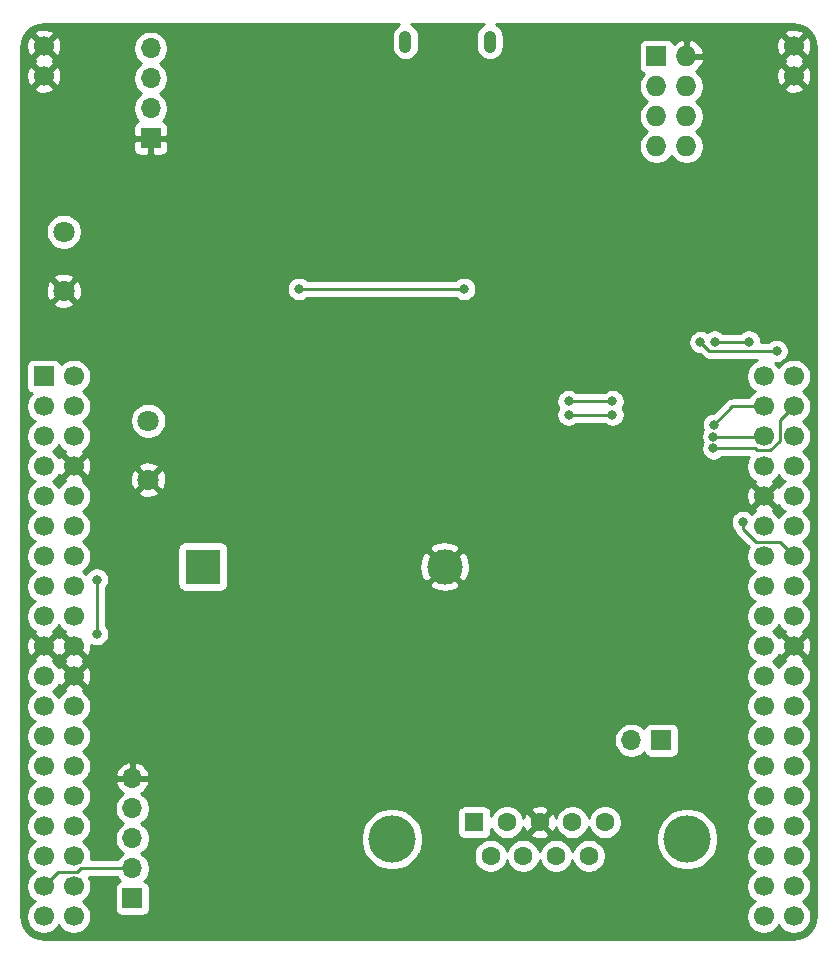
<source format=gbr>
%TF.GenerationSoftware,KiCad,Pcbnew,5.1.9*%
%TF.CreationDate,2021-01-24T08:51:39-05:00*%
%TF.ProjectId,CANalog_nucleo,43414e61-6c6f-4675-9f6e-75636c656f2e,rev?*%
%TF.SameCoordinates,PX700e860PY1298be0*%
%TF.FileFunction,Copper,L2,Bot*%
%TF.FilePolarity,Positive*%
%FSLAX46Y46*%
G04 Gerber Fmt 4.6, Leading zero omitted, Abs format (unit mm)*
G04 Created by KiCad (PCBNEW 5.1.9) date 2021-01-24 08:51:39*
%MOMM*%
%LPD*%
G01*
G04 APERTURE LIST*
%TA.AperFunction,ComponentPad*%
%ADD10O,1.727200X1.727200*%
%TD*%
%TA.AperFunction,ComponentPad*%
%ADD11R,1.727200X1.727200*%
%TD*%
%TA.AperFunction,ComponentPad*%
%ADD12O,1.050000X1.900000*%
%TD*%
%TA.AperFunction,ComponentPad*%
%ADD13C,1.700000*%
%TD*%
%TA.AperFunction,ComponentPad*%
%ADD14R,1.700000X1.700000*%
%TD*%
%TA.AperFunction,ComponentPad*%
%ADD15O,1.700000X1.700000*%
%TD*%
%TA.AperFunction,ComponentPad*%
%ADD16C,4.000000*%
%TD*%
%TA.AperFunction,ComponentPad*%
%ADD17C,1.600000*%
%TD*%
%TA.AperFunction,ComponentPad*%
%ADD18R,1.600000X1.600000*%
%TD*%
%TA.AperFunction,ComponentPad*%
%ADD19C,1.800000*%
%TD*%
%TA.AperFunction,ComponentPad*%
%ADD20R,3.000000X3.000000*%
%TD*%
%TA.AperFunction,ComponentPad*%
%ADD21C,3.000000*%
%TD*%
%TA.AperFunction,ViaPad*%
%ADD22C,0.800000*%
%TD*%
%TA.AperFunction,Conductor*%
%ADD23C,0.250000*%
%TD*%
%TA.AperFunction,Conductor*%
%ADD24C,0.254000*%
%TD*%
%TA.AperFunction,Conductor*%
%ADD25C,0.100000*%
%TD*%
G04 APERTURE END LIST*
D10*
%TO.P,U2,8*%
%TO.N,Net-(R6-Pad1)*%
X-12280000Y-11819167D03*
%TO.P,U2,7*%
%TO.N,+3V3*%
X-14820000Y-11819167D03*
%TO.P,U2,6*%
%TO.N,Net-(U2-Pad6)*%
X-12280000Y-9279167D03*
%TO.P,U2,5*%
%TO.N,Net-(U2-Pad5)*%
X-14820000Y-9279167D03*
%TO.P,U2,4*%
%TO.N,Net-(U2-Pad4)*%
X-12280000Y-6739167D03*
%TO.P,U2,3*%
%TO.N,Net-(R2-Pad1)*%
X-14820000Y-6739167D03*
%TO.P,U2,2*%
%TO.N,GND*%
X-12280000Y-4199167D03*
D11*
%TO.P,U2,1*%
%TO.N,Net-(R1-Pad2)*%
X-14820000Y-4199167D03*
%TD*%
D12*
%TO.P,J1,6*%
%TO.N,N/C*%
X-36075000Y-2950000D03*
X-28925000Y-2950000D03*
%TD*%
D13*
%TO.P,U1,80*%
%TO.N,GND*%
X-3200000Y-5900000D03*
%TO.P,U1,79*%
X-3200000Y-3360000D03*
%TO.P,U1,78*%
X-66700000Y-5900000D03*
%TO.P,U1,77*%
X-66700000Y-3360000D03*
%TO.P,U1,76*%
%TO.N,Net-(U1-Pad76)*%
X-3200000Y-77020000D03*
%TO.P,U1,75*%
%TO.N,Net-(U1-Pad75)*%
X-5740000Y-77020000D03*
%TO.P,U1,74*%
%TO.N,Net-(U1-Pad74)*%
X-3200000Y-74480000D03*
%TO.P,U1,73*%
%TO.N,Net-(U1-Pad73)*%
X-5740000Y-74480000D03*
%TO.P,U1,72*%
%TO.N,USART1_TX*%
X-3200000Y-71940000D03*
%TO.P,U1,71*%
%TO.N,Net-(U1-Pad71)*%
X-5740000Y-71940000D03*
%TO.P,U1,70*%
%TO.N,Net-(U1-Pad70)*%
X-3200000Y-69400000D03*
%TO.P,U1,69*%
%TO.N,Net-(U1-Pad69)*%
X-5740000Y-69400000D03*
%TO.P,U1,68*%
%TO.N,Net-(U1-Pad68)*%
X-3200000Y-66860000D03*
%TO.P,U1,67*%
%TO.N,Net-(U1-Pad67)*%
X-5740000Y-66860000D03*
%TO.P,U1,66*%
%TO.N,Net-(U1-Pad66)*%
X-3200000Y-64320000D03*
%TO.P,U1,65*%
%TO.N,Net-(U1-Pad65)*%
X-5740000Y-64320000D03*
%TO.P,U1,64*%
%TO.N,Net-(U1-Pad64)*%
X-3200000Y-61780000D03*
%TO.P,U1,63*%
%TO.N,Net-(U1-Pad63)*%
X-5740000Y-61780000D03*
%TO.P,U1,62*%
%TO.N,Net-(U1-Pad62)*%
X-3200000Y-59240000D03*
%TO.P,U1,61*%
%TO.N,Net-(U1-Pad61)*%
X-5740000Y-59240000D03*
%TO.P,U1,60*%
%TO.N,Net-(U1-Pad60)*%
X-3200000Y-56700000D03*
%TO.P,U1,59*%
%TO.N,Net-(U1-Pad59)*%
X-5740000Y-56700000D03*
%TO.P,U1,58*%
%TO.N,GND*%
X-3200000Y-54160000D03*
%TO.P,U1,57*%
%TO.N,Net-(U1-Pad57)*%
X-5740000Y-54160000D03*
%TO.P,U1,56*%
%TO.N,Net-(U1-Pad56)*%
X-3200000Y-51620000D03*
%TO.P,U1,55*%
%TO.N,Net-(U1-Pad55)*%
X-5740000Y-51620000D03*
%TO.P,U1,54*%
%TO.N,Net-(U1-Pad54)*%
X-3200000Y-49080000D03*
%TO.P,U1,53*%
%TO.N,Net-(U1-Pad53)*%
X-5740000Y-49080000D03*
%TO.P,U1,52*%
%TO.N,USB_DM*%
X-3200000Y-46540000D03*
%TO.P,U1,51*%
%TO.N,Net-(U1-Pad51)*%
X-5740000Y-46540000D03*
%TO.P,U1,50*%
%TO.N,USB_DP*%
X-3200000Y-44000000D03*
%TO.P,U1,49*%
%TO.N,Net-(U1-Pad49)*%
X-5740000Y-44000000D03*
%TO.P,U1,48*%
%TO.N,Net-(U1-Pad48)*%
X-3200000Y-41460000D03*
%TO.P,U1,47*%
%TO.N,GND*%
X-5740000Y-41460000D03*
%TO.P,U1,46*%
%TO.N,Net-(U1-Pad46)*%
X-3200000Y-38920000D03*
%TO.P,U1,45*%
%TO.N,Net-(U1-Pad45)*%
X-5740000Y-38920000D03*
%TO.P,U1,44*%
%TO.N,USART1_RX*%
X-3200000Y-36380000D03*
%TO.P,U1,43*%
%TO.N,CAN_TX*%
X-5740000Y-36380000D03*
%TO.P,U1,42*%
%TO.N,CAN_RS*%
X-3200000Y-33840000D03*
%TO.P,U1,41*%
%TO.N,CAN_RX*%
X-5740000Y-33840000D03*
%TO.P,U1,40*%
%TO.N,Net-(U1-Pad40)*%
X-3200000Y-31300000D03*
%TO.P,U1,39*%
%TO.N,Net-(U1-Pad39)*%
X-5740000Y-31300000D03*
%TO.P,U1,38*%
%TO.N,/ENC_B*%
X-64160000Y-77020000D03*
%TO.P,U1,37*%
%TO.N,Net-(U1-Pad37)*%
X-66700000Y-77020000D03*
%TO.P,U1,36*%
%TO.N,/ENC_A*%
X-64160000Y-74480000D03*
%TO.P,U1,35*%
%TO.N,/ENC_SW*%
X-66700000Y-74480000D03*
%TO.P,U1,34*%
%TO.N,Net-(U1-Pad34)*%
X-64160000Y-71940000D03*
%TO.P,U1,33*%
%TO.N,Net-(BT1-Pad1)*%
X-66700000Y-71940000D03*
%TO.P,U1,32*%
%TO.N,/DAC_OUT1*%
X-64160000Y-69400000D03*
%TO.P,U1,31*%
%TO.N,Net-(U1-Pad31)*%
X-66700000Y-69400000D03*
%TO.P,U1,30*%
%TO.N,Net-(U1-Pad30)*%
X-64160000Y-66860000D03*
%TO.P,U1,29*%
%TO.N,Net-(U1-Pad29)*%
X-66700000Y-66860000D03*
%TO.P,U1,28*%
%TO.N,/ADC_IN1*%
X-64160000Y-64320000D03*
%TO.P,U1,27*%
%TO.N,Net-(U1-Pad27)*%
X-66700000Y-64320000D03*
%TO.P,U1,26*%
%TO.N,Net-(U1-Pad26)*%
X-64160000Y-61780000D03*
%TO.P,U1,25*%
%TO.N,Net-(U1-Pad25)*%
X-66700000Y-61780000D03*
%TO.P,U1,24*%
%TO.N,Net-(U1-Pad24)*%
X-64160000Y-59240000D03*
%TO.P,U1,23*%
%TO.N,Net-(U1-Pad23)*%
X-66700000Y-59240000D03*
%TO.P,U1,22*%
%TO.N,GND*%
X-64160000Y-56700000D03*
%TO.P,U1,21*%
%TO.N,/I2C_SDA*%
X-66700000Y-56700000D03*
%TO.P,U1,20*%
%TO.N,GND*%
X-64160000Y-54160000D03*
%TO.P,U1,19*%
X-66700000Y-54160000D03*
%TO.P,U1,18*%
%TO.N,Net-(U1-Pad18)*%
X-64160000Y-51620000D03*
%TO.P,U1,17*%
%TO.N,/I2C_SCL*%
X-66700000Y-51620000D03*
%TO.P,U1,16*%
%TO.N,+3V3*%
X-64160000Y-49080000D03*
%TO.P,U1,15*%
%TO.N,Net-(U1-Pad15)*%
X-66700000Y-49080000D03*
%TO.P,U1,14*%
%TO.N,Net-(U1-Pad14)*%
X-64160000Y-46540000D03*
%TO.P,U1,13*%
%TO.N,Net-(U1-Pad13)*%
X-66700000Y-46540000D03*
%TO.P,U1,12*%
%TO.N,Net-(U1-Pad12)*%
X-64160000Y-44000000D03*
%TO.P,U1,11*%
%TO.N,Net-(U1-Pad11)*%
X-66700000Y-44000000D03*
%TO.P,U1,10*%
%TO.N,Net-(U1-Pad10)*%
X-64160000Y-41460000D03*
%TO.P,U1,9*%
%TO.N,Net-(U1-Pad9)*%
X-66700000Y-41460000D03*
%TO.P,U1,8*%
%TO.N,GND*%
X-64160000Y-38920000D03*
%TO.P,U1,7*%
%TO.N,Net-(U1-Pad7)*%
X-66700000Y-38920000D03*
%TO.P,U1,6*%
%TO.N,+5V*%
X-64160000Y-36380000D03*
%TO.P,U1,5*%
%TO.N,Net-(U1-Pad5)*%
X-66700000Y-36380000D03*
%TO.P,U1,4*%
%TO.N,Net-(U1-Pad4)*%
X-64160000Y-33840000D03*
%TO.P,U1,3*%
%TO.N,Net-(U1-Pad3)*%
X-66700000Y-33840000D03*
%TO.P,U1,2*%
%TO.N,Net-(U1-Pad2)*%
X-64160000Y-31300000D03*
D14*
%TO.P,U1,1*%
%TO.N,Net-(U1-Pad1)*%
X-66700000Y-31300000D03*
%TD*%
D15*
%TO.P,JP1,2*%
%TO.N,Net-(JP1-Pad2)*%
X-16940000Y-62100000D03*
D14*
%TO.P,JP1,1*%
%TO.N,/CANH*%
X-14400000Y-62100000D03*
%TD*%
D16*
%TO.P,J6,0*%
%TO.N,N/C*%
X-12210000Y-70470000D03*
X-37210000Y-70470000D03*
D17*
%TO.P,J6,9*%
%TO.N,Net-(J6-Pad9)*%
X-20555000Y-71890000D03*
%TO.P,J6,8*%
%TO.N,Net-(J6-Pad8)*%
X-23325000Y-71890000D03*
%TO.P,J6,7*%
%TO.N,/CANH*%
X-26095000Y-71890000D03*
%TO.P,J6,6*%
%TO.N,Net-(J6-Pad6)*%
X-28865000Y-71890000D03*
%TO.P,J6,5*%
%TO.N,Net-(J6-Pad5)*%
X-19170000Y-69050000D03*
%TO.P,J6,4*%
%TO.N,Net-(J6-Pad4)*%
X-21940000Y-69050000D03*
%TO.P,J6,3*%
%TO.N,GND*%
X-24710000Y-69050000D03*
%TO.P,J6,2*%
%TO.N,/CANL*%
X-27480000Y-69050000D03*
D18*
%TO.P,J6,1*%
%TO.N,Net-(J6-Pad1)*%
X-30250000Y-69050000D03*
%TD*%
D19*
%TO.P,J5,2*%
%TO.N,GND*%
X-65000000Y-24050000D03*
%TO.P,J5,1*%
%TO.N,/AOUT*%
X-65000000Y-19050000D03*
%TD*%
D15*
%TO.P,J4,4*%
%TO.N,/I2C_SDA*%
X-57650000Y-3530000D03*
%TO.P,J4,3*%
%TO.N,/I2C_SCL*%
X-57650000Y-6070000D03*
%TO.P,J4,2*%
%TO.N,+3V3*%
X-57650000Y-8610000D03*
D14*
%TO.P,J4,1*%
%TO.N,GND*%
X-57650000Y-11150000D03*
%TD*%
D19*
%TO.P,J3,2*%
%TO.N,GND*%
X-57850000Y-40050000D03*
%TO.P,J3,1*%
%TO.N,Net-(J3-Pad1)*%
X-57850000Y-35050000D03*
%TD*%
D15*
%TO.P,J2,5*%
%TO.N,GND*%
X-59200000Y-65340000D03*
%TO.P,J2,4*%
%TO.N,/ENC_A*%
X-59200000Y-67880000D03*
%TO.P,J2,3*%
%TO.N,/ENC_B*%
X-59200000Y-70420000D03*
%TO.P,J2,2*%
%TO.N,/ENC_SW*%
X-59200000Y-72960000D03*
D14*
%TO.P,J2,1*%
%TO.N,+3V3*%
X-59200000Y-75500000D03*
%TD*%
D20*
%TO.P,BT1,1*%
%TO.N,Net-(BT1-Pad1)*%
X-53240000Y-47400000D03*
D21*
%TO.P,BT1,2*%
%TO.N,GND*%
X-32750000Y-47400000D03*
%TD*%
D22*
%TO.N,GND*%
X-47450000Y-20500000D03*
X-49950000Y-17200000D03*
X-56037653Y-17425000D03*
X-24400000Y-51900000D03*
X-19550000Y-55450000D03*
X-33800000Y-7800000D03*
X-47900000Y-35450000D03*
X-55200000Y-28500000D03*
%TO.N,+5V*%
X-45100000Y-23900000D03*
X-31099990Y-23900000D03*
%TO.N,USB_DP*%
X-22250002Y-34550000D03*
X-18550000Y-34550000D03*
%TO.N,USB_DM*%
X-7500000Y-43650000D03*
X-22250000Y-33400000D03*
X-18550000Y-33400000D03*
%TO.N,USART1_RX*%
X-7000000Y-28350000D03*
X-9900000Y-28350000D03*
%TO.N,/ADC_IN1*%
X-62200000Y-48500000D03*
X-62200000Y-53100000D03*
%TO.N,USART1_TX*%
X-4650000Y-29150000D03*
X-11100000Y-28400000D03*
%TO.N,CAN_RS*%
X-10000000Y-37400003D03*
%TO.N,CAN_TX*%
X-10000000Y-36400000D03*
%TO.N,CAN_RX*%
X-9947442Y-35401380D03*
%TD*%
D23*
%TO.N,+5V*%
X-45100000Y-23900000D02*
X-31099990Y-23900000D01*
%TO.N,USB_DP*%
X-22250002Y-34550000D02*
X-18550000Y-34550000D01*
%TO.N,USB_DM*%
X-4375001Y-45364999D02*
X-3200000Y-46540000D01*
X-6350686Y-45364999D02*
X-4375001Y-45364999D01*
X-7500000Y-44215685D02*
X-6350686Y-45364999D01*
X-7500000Y-43650000D02*
X-7500000Y-44215685D01*
X-22250000Y-33400000D02*
X-18550000Y-33400000D01*
%TO.N,/ENC_SW*%
X-65524999Y-73304999D02*
X-66700000Y-74480000D01*
X-63904999Y-73304999D02*
X-65524999Y-73304999D01*
X-63560000Y-72960000D02*
X-63904999Y-73304999D01*
X-59200000Y-72960000D02*
X-63560000Y-72960000D01*
%TO.N,USART1_RX*%
X-7000000Y-28350000D02*
X-9900000Y-28350000D01*
%TO.N,/ADC_IN1*%
X-62200000Y-48500000D02*
X-62200000Y-53100000D01*
%TO.N,USART1_TX*%
X-10350000Y-29150000D02*
X-11100000Y-28400000D01*
X-4650000Y-29150000D02*
X-10350000Y-29150000D01*
%TO.N,CAN_RS*%
X-5175999Y-37555001D02*
X-4375001Y-36754003D01*
X-10000000Y-37400003D02*
X-6458999Y-37400003D01*
X-4375001Y-35015001D02*
X-3200000Y-33840000D01*
X-4375001Y-36754003D02*
X-4375001Y-35015001D01*
X-6304001Y-37555001D02*
X-5175999Y-37555001D01*
X-6458999Y-37400003D02*
X-6304001Y-37555001D01*
%TO.N,CAN_TX*%
X-10000000Y-36400000D02*
X-5760000Y-36400000D01*
X-5760000Y-36400000D02*
X-5740000Y-36380000D01*
%TO.N,CAN_RX*%
X-9947442Y-35401380D02*
X-8386062Y-33840000D01*
X-8386062Y-33840000D02*
X-5740000Y-33840000D01*
%TD*%
D24*
%TO.N,GND*%
X-36722578Y-1555829D02*
X-36899211Y-1700788D01*
X-37044170Y-1877421D01*
X-37151885Y-2078940D01*
X-37218215Y-2297600D01*
X-37235000Y-2468021D01*
X-37235000Y-3431978D01*
X-37218215Y-3602399D01*
X-37151885Y-3821059D01*
X-37044171Y-4022578D01*
X-36899212Y-4199212D01*
X-36722579Y-4344171D01*
X-36521060Y-4451885D01*
X-36302400Y-4518215D01*
X-36075000Y-4540612D01*
X-35847601Y-4518215D01*
X-35628941Y-4451885D01*
X-35427422Y-4344171D01*
X-35250788Y-4199212D01*
X-35105829Y-4022579D01*
X-34998115Y-3821060D01*
X-34931785Y-3602400D01*
X-34915000Y-3431979D01*
X-34915000Y-2468022D01*
X-34931785Y-2297600D01*
X-34998115Y-2078940D01*
X-35105829Y-1877421D01*
X-35250788Y-1700788D01*
X-35427421Y-1555829D01*
X-35569287Y-1480000D01*
X-29430713Y-1480000D01*
X-29572579Y-1555829D01*
X-29749212Y-1700788D01*
X-29894171Y-1877422D01*
X-30001885Y-2078941D01*
X-30068215Y-2297601D01*
X-30085000Y-2468022D01*
X-30085000Y-3431979D01*
X-30068215Y-3602400D01*
X-30001885Y-3821060D01*
X-29894170Y-4022579D01*
X-29749211Y-4199212D01*
X-29572578Y-4344171D01*
X-29371059Y-4451885D01*
X-29152399Y-4518215D01*
X-28925000Y-4540612D01*
X-28697600Y-4518215D01*
X-28478940Y-4451885D01*
X-28277421Y-4344171D01*
X-28100788Y-4199212D01*
X-27955829Y-4022579D01*
X-27848115Y-3821060D01*
X-27781785Y-3602400D01*
X-27765000Y-3431978D01*
X-27765000Y-3335567D01*
X-16321672Y-3335567D01*
X-16321672Y-5062767D01*
X-16309412Y-5187249D01*
X-16273102Y-5306947D01*
X-16214137Y-5417261D01*
X-16134785Y-5513952D01*
X-16038094Y-5593304D01*
X-15927780Y-5652269D01*
X-15869977Y-5669803D01*
X-15984039Y-5783865D01*
X-16148042Y-6029314D01*
X-16261010Y-6302042D01*
X-16318600Y-6591568D01*
X-16318600Y-6886766D01*
X-16261010Y-7176292D01*
X-16148042Y-7449020D01*
X-15984039Y-7694469D01*
X-15775302Y-7903206D01*
X-15616719Y-8009167D01*
X-15775302Y-8115128D01*
X-15984039Y-8323865D01*
X-16148042Y-8569314D01*
X-16261010Y-8842042D01*
X-16318600Y-9131568D01*
X-16318600Y-9426766D01*
X-16261010Y-9716292D01*
X-16148042Y-9989020D01*
X-15984039Y-10234469D01*
X-15775302Y-10443206D01*
X-15616719Y-10549167D01*
X-15775302Y-10655128D01*
X-15984039Y-10863865D01*
X-16148042Y-11109314D01*
X-16261010Y-11382042D01*
X-16318600Y-11671568D01*
X-16318600Y-11966766D01*
X-16261010Y-12256292D01*
X-16148042Y-12529020D01*
X-15984039Y-12774469D01*
X-15775302Y-12983206D01*
X-15529853Y-13147209D01*
X-15257125Y-13260177D01*
X-14967599Y-13317767D01*
X-14672401Y-13317767D01*
X-14382875Y-13260177D01*
X-14110147Y-13147209D01*
X-13864698Y-12983206D01*
X-13655961Y-12774469D01*
X-13550000Y-12615886D01*
X-13444039Y-12774469D01*
X-13235302Y-12983206D01*
X-12989853Y-13147209D01*
X-12717125Y-13260177D01*
X-12427599Y-13317767D01*
X-12132401Y-13317767D01*
X-11842875Y-13260177D01*
X-11570147Y-13147209D01*
X-11324698Y-12983206D01*
X-11115961Y-12774469D01*
X-10951958Y-12529020D01*
X-10838990Y-12256292D01*
X-10781400Y-11966766D01*
X-10781400Y-11671568D01*
X-10838990Y-11382042D01*
X-10951958Y-11109314D01*
X-11115961Y-10863865D01*
X-11324698Y-10655128D01*
X-11483281Y-10549167D01*
X-11324698Y-10443206D01*
X-11115961Y-10234469D01*
X-10951958Y-9989020D01*
X-10838990Y-9716292D01*
X-10781400Y-9426766D01*
X-10781400Y-9131568D01*
X-10838990Y-8842042D01*
X-10951958Y-8569314D01*
X-11115961Y-8323865D01*
X-11324698Y-8115128D01*
X-11483281Y-8009167D01*
X-11324698Y-7903206D01*
X-11115961Y-7694469D01*
X-10951958Y-7449020D01*
X-10838990Y-7176292D01*
X-10789681Y-6928397D01*
X-4048792Y-6928397D01*
X-3971157Y-7177472D01*
X-3707117Y-7303371D01*
X-3423589Y-7375339D01*
X-3131469Y-7390611D01*
X-2841981Y-7348599D01*
X-2566253Y-7250919D01*
X-2428843Y-7177472D01*
X-2351208Y-6928397D01*
X-3200000Y-6079605D01*
X-4048792Y-6928397D01*
X-10789681Y-6928397D01*
X-10781400Y-6886766D01*
X-10781400Y-6591568D01*
X-10838990Y-6302042D01*
X-10951958Y-6029314D01*
X-10992571Y-5968531D01*
X-4690611Y-5968531D01*
X-4648599Y-6258019D01*
X-4550919Y-6533747D01*
X-4477472Y-6671157D01*
X-4228397Y-6748792D01*
X-3379605Y-5900000D01*
X-3020395Y-5900000D01*
X-2171603Y-6748792D01*
X-1922528Y-6671157D01*
X-1796629Y-6407117D01*
X-1724661Y-6123589D01*
X-1709389Y-5831469D01*
X-1751401Y-5541981D01*
X-1849081Y-5266253D01*
X-1922528Y-5128843D01*
X-2171603Y-5051208D01*
X-3020395Y-5900000D01*
X-3379605Y-5900000D01*
X-4228397Y-5051208D01*
X-4477472Y-5128843D01*
X-4603371Y-5392883D01*
X-4675339Y-5676411D01*
X-4690611Y-5968531D01*
X-10992571Y-5968531D01*
X-11115961Y-5783865D01*
X-11324698Y-5575128D01*
X-11490103Y-5464608D01*
X-11391512Y-5405984D01*
X-11173146Y-5209460D01*
X-10997316Y-4974111D01*
X-10870778Y-4708981D01*
X-10825042Y-4558193D01*
X-10913692Y-4388397D01*
X-4048792Y-4388397D01*
X-3973486Y-4630000D01*
X-4048792Y-4871603D01*
X-3200000Y-5720395D01*
X-2351208Y-4871603D01*
X-2426514Y-4630000D01*
X-2351208Y-4388397D01*
X-3200000Y-3539605D01*
X-4048792Y-4388397D01*
X-10913692Y-4388397D01*
X-10946183Y-4326167D01*
X-12153000Y-4326167D01*
X-12153000Y-4346167D01*
X-12407000Y-4346167D01*
X-12407000Y-4326167D01*
X-12427000Y-4326167D01*
X-12427000Y-4072167D01*
X-12407000Y-4072167D01*
X-12407000Y-2864703D01*
X-12153000Y-2864703D01*
X-12153000Y-4072167D01*
X-10946183Y-4072167D01*
X-10825042Y-3840141D01*
X-10870778Y-3689353D01*
X-10995259Y-3428531D01*
X-4690611Y-3428531D01*
X-4648599Y-3718019D01*
X-4550919Y-3993747D01*
X-4477472Y-4131157D01*
X-4228397Y-4208792D01*
X-3379605Y-3360000D01*
X-3020395Y-3360000D01*
X-2171603Y-4208792D01*
X-1922528Y-4131157D01*
X-1796629Y-3867117D01*
X-1724661Y-3583589D01*
X-1709389Y-3291469D01*
X-1751401Y-3001981D01*
X-1849081Y-2726253D01*
X-1922528Y-2588843D01*
X-2171603Y-2511208D01*
X-3020395Y-3360000D01*
X-3379605Y-3360000D01*
X-4228397Y-2511208D01*
X-4477472Y-2588843D01*
X-4603371Y-2852883D01*
X-4675339Y-3136411D01*
X-4690611Y-3428531D01*
X-10995259Y-3428531D01*
X-10997316Y-3424223D01*
X-11173146Y-3188874D01*
X-11391512Y-2992350D01*
X-11644022Y-2842203D01*
X-11920973Y-2744204D01*
X-12153000Y-2864703D01*
X-12407000Y-2864703D01*
X-12639027Y-2744204D01*
X-12915978Y-2842203D01*
X-13168488Y-2992350D01*
X-13347947Y-3153859D01*
X-13366898Y-3091387D01*
X-13425863Y-2981073D01*
X-13505215Y-2884382D01*
X-13601906Y-2805030D01*
X-13712220Y-2746065D01*
X-13831918Y-2709755D01*
X-13956400Y-2697495D01*
X-15683600Y-2697495D01*
X-15808082Y-2709755D01*
X-15927780Y-2746065D01*
X-16038094Y-2805030D01*
X-16134785Y-2884382D01*
X-16214137Y-2981073D01*
X-16273102Y-3091387D01*
X-16309412Y-3211085D01*
X-16321672Y-3335567D01*
X-27765000Y-3335567D01*
X-27765000Y-2468021D01*
X-27778435Y-2331603D01*
X-4048792Y-2331603D01*
X-3200000Y-3180395D01*
X-2351208Y-2331603D01*
X-2428843Y-2082528D01*
X-2692883Y-1956629D01*
X-2976411Y-1884661D01*
X-3268531Y-1869389D01*
X-3558019Y-1911401D01*
X-3833747Y-2009081D01*
X-3971157Y-2082528D01*
X-4048792Y-2331603D01*
X-27778435Y-2331603D01*
X-27781785Y-2297600D01*
X-27848115Y-2078940D01*
X-27955829Y-1877421D01*
X-28100788Y-1700788D01*
X-28277422Y-1555829D01*
X-28419288Y-1480000D01*
X-3232279Y-1480000D01*
X-2835455Y-1518909D01*
X-2484792Y-1624780D01*
X-2161375Y-1796744D01*
X-1877516Y-2028254D01*
X-1644035Y-2310486D01*
X-1469817Y-2632695D01*
X-1361498Y-2982614D01*
X-1320000Y-3377443D01*
X-1319999Y-76987711D01*
X-1358909Y-77384545D01*
X-1464780Y-77735206D01*
X-1636743Y-78058623D01*
X-1868252Y-78342482D01*
X-2150486Y-78575965D01*
X-2472696Y-78750184D01*
X-2822615Y-78858502D01*
X-3217443Y-78900000D01*
X-66667721Y-78900000D01*
X-67064545Y-78861091D01*
X-67415206Y-78755220D01*
X-67738623Y-78583257D01*
X-68022482Y-78351748D01*
X-68255965Y-78069514D01*
X-68430184Y-77747304D01*
X-68538502Y-77397385D01*
X-68580000Y-77002557D01*
X-68580000Y-56553740D01*
X-68185000Y-56553740D01*
X-68185000Y-56846260D01*
X-68127932Y-57133158D01*
X-68015990Y-57403411D01*
X-67853475Y-57646632D01*
X-67646632Y-57853475D01*
X-67472240Y-57970000D01*
X-67646632Y-58086525D01*
X-67853475Y-58293368D01*
X-68015990Y-58536589D01*
X-68127932Y-58806842D01*
X-68185000Y-59093740D01*
X-68185000Y-59386260D01*
X-68127932Y-59673158D01*
X-68015990Y-59943411D01*
X-67853475Y-60186632D01*
X-67646632Y-60393475D01*
X-67472240Y-60510000D01*
X-67646632Y-60626525D01*
X-67853475Y-60833368D01*
X-68015990Y-61076589D01*
X-68127932Y-61346842D01*
X-68185000Y-61633740D01*
X-68185000Y-61926260D01*
X-68127932Y-62213158D01*
X-68015990Y-62483411D01*
X-67853475Y-62726632D01*
X-67646632Y-62933475D01*
X-67472240Y-63050000D01*
X-67646632Y-63166525D01*
X-67853475Y-63373368D01*
X-68015990Y-63616589D01*
X-68127932Y-63886842D01*
X-68185000Y-64173740D01*
X-68185000Y-64466260D01*
X-68127932Y-64753158D01*
X-68015990Y-65023411D01*
X-67853475Y-65266632D01*
X-67646632Y-65473475D01*
X-67472240Y-65590000D01*
X-67646632Y-65706525D01*
X-67853475Y-65913368D01*
X-68015990Y-66156589D01*
X-68127932Y-66426842D01*
X-68185000Y-66713740D01*
X-68185000Y-67006260D01*
X-68127932Y-67293158D01*
X-68015990Y-67563411D01*
X-67853475Y-67806632D01*
X-67646632Y-68013475D01*
X-67472240Y-68130000D01*
X-67646632Y-68246525D01*
X-67853475Y-68453368D01*
X-68015990Y-68696589D01*
X-68127932Y-68966842D01*
X-68185000Y-69253740D01*
X-68185000Y-69546260D01*
X-68127932Y-69833158D01*
X-68015990Y-70103411D01*
X-67853475Y-70346632D01*
X-67646632Y-70553475D01*
X-67472240Y-70670000D01*
X-67646632Y-70786525D01*
X-67853475Y-70993368D01*
X-68015990Y-71236589D01*
X-68127932Y-71506842D01*
X-68185000Y-71793740D01*
X-68185000Y-72086260D01*
X-68127932Y-72373158D01*
X-68015990Y-72643411D01*
X-67853475Y-72886632D01*
X-67646632Y-73093475D01*
X-67472240Y-73210000D01*
X-67646632Y-73326525D01*
X-67853475Y-73533368D01*
X-68015990Y-73776589D01*
X-68127932Y-74046842D01*
X-68185000Y-74333740D01*
X-68185000Y-74626260D01*
X-68127932Y-74913158D01*
X-68015990Y-75183411D01*
X-67853475Y-75426632D01*
X-67646632Y-75633475D01*
X-67472240Y-75750000D01*
X-67646632Y-75866525D01*
X-67853475Y-76073368D01*
X-68015990Y-76316589D01*
X-68127932Y-76586842D01*
X-68185000Y-76873740D01*
X-68185000Y-77166260D01*
X-68127932Y-77453158D01*
X-68015990Y-77723411D01*
X-67853475Y-77966632D01*
X-67646632Y-78173475D01*
X-67403411Y-78335990D01*
X-67133158Y-78447932D01*
X-66846260Y-78505000D01*
X-66553740Y-78505000D01*
X-66266842Y-78447932D01*
X-65996589Y-78335990D01*
X-65753368Y-78173475D01*
X-65546525Y-77966632D01*
X-65430000Y-77792240D01*
X-65313475Y-77966632D01*
X-65106632Y-78173475D01*
X-64863411Y-78335990D01*
X-64593158Y-78447932D01*
X-64306260Y-78505000D01*
X-64013740Y-78505000D01*
X-63726842Y-78447932D01*
X-63456589Y-78335990D01*
X-63213368Y-78173475D01*
X-63006525Y-77966632D01*
X-62844010Y-77723411D01*
X-62732068Y-77453158D01*
X-62675000Y-77166260D01*
X-62675000Y-76873740D01*
X-62732068Y-76586842D01*
X-62844010Y-76316589D01*
X-63006525Y-76073368D01*
X-63213368Y-75866525D01*
X-63387760Y-75750000D01*
X-63213368Y-75633475D01*
X-63006525Y-75426632D01*
X-62844010Y-75183411D01*
X-62732068Y-74913158D01*
X-62675000Y-74626260D01*
X-62675000Y-74333740D01*
X-62732068Y-74046842D01*
X-62844010Y-73776589D01*
X-62881822Y-73720000D01*
X-60478178Y-73720000D01*
X-60353475Y-73906632D01*
X-60221620Y-74038487D01*
X-60294180Y-74060498D01*
X-60404494Y-74119463D01*
X-60501185Y-74198815D01*
X-60580537Y-74295506D01*
X-60639502Y-74405820D01*
X-60675812Y-74525518D01*
X-60688072Y-74650000D01*
X-60688072Y-76350000D01*
X-60675812Y-76474482D01*
X-60639502Y-76594180D01*
X-60580537Y-76704494D01*
X-60501185Y-76801185D01*
X-60404494Y-76880537D01*
X-60294180Y-76939502D01*
X-60174482Y-76975812D01*
X-60050000Y-76988072D01*
X-58350000Y-76988072D01*
X-58225518Y-76975812D01*
X-58105820Y-76939502D01*
X-57995506Y-76880537D01*
X-57898815Y-76801185D01*
X-57819463Y-76704494D01*
X-57760498Y-76594180D01*
X-57724188Y-76474482D01*
X-57711928Y-76350000D01*
X-57711928Y-74650000D01*
X-57724188Y-74525518D01*
X-57760498Y-74405820D01*
X-57819463Y-74295506D01*
X-57898815Y-74198815D01*
X-57995506Y-74119463D01*
X-58105820Y-74060498D01*
X-58178380Y-74038487D01*
X-58046525Y-73906632D01*
X-57884010Y-73663411D01*
X-57772068Y-73393158D01*
X-57715000Y-73106260D01*
X-57715000Y-72813740D01*
X-57772068Y-72526842D01*
X-57884010Y-72256589D01*
X-58046525Y-72013368D01*
X-58253368Y-71806525D01*
X-58427760Y-71690000D01*
X-58253368Y-71573475D01*
X-58046525Y-71366632D01*
X-57884010Y-71123411D01*
X-57772068Y-70853158D01*
X-57715000Y-70566260D01*
X-57715000Y-70273740D01*
X-57727584Y-70210475D01*
X-39845000Y-70210475D01*
X-39845000Y-70729525D01*
X-39743739Y-71238601D01*
X-39545107Y-71718141D01*
X-39256738Y-72149715D01*
X-38889715Y-72516738D01*
X-38458141Y-72805107D01*
X-37978601Y-73003739D01*
X-37469525Y-73105000D01*
X-36950475Y-73105000D01*
X-36441399Y-73003739D01*
X-35961859Y-72805107D01*
X-35530285Y-72516738D01*
X-35163262Y-72149715D01*
X-34895289Y-71748665D01*
X-30300000Y-71748665D01*
X-30300000Y-72031335D01*
X-30244853Y-72308574D01*
X-30136680Y-72569727D01*
X-29979637Y-72804759D01*
X-29779759Y-73004637D01*
X-29544727Y-73161680D01*
X-29283574Y-73269853D01*
X-29006335Y-73325000D01*
X-28723665Y-73325000D01*
X-28446426Y-73269853D01*
X-28185273Y-73161680D01*
X-27950241Y-73004637D01*
X-27750363Y-72804759D01*
X-27593320Y-72569727D01*
X-27485147Y-72308574D01*
X-27480000Y-72282699D01*
X-27474853Y-72308574D01*
X-27366680Y-72569727D01*
X-27209637Y-72804759D01*
X-27009759Y-73004637D01*
X-26774727Y-73161680D01*
X-26513574Y-73269853D01*
X-26236335Y-73325000D01*
X-25953665Y-73325000D01*
X-25676426Y-73269853D01*
X-25415273Y-73161680D01*
X-25180241Y-73004637D01*
X-24980363Y-72804759D01*
X-24823320Y-72569727D01*
X-24715147Y-72308574D01*
X-24710000Y-72282699D01*
X-24704853Y-72308574D01*
X-24596680Y-72569727D01*
X-24439637Y-72804759D01*
X-24239759Y-73004637D01*
X-24004727Y-73161680D01*
X-23743574Y-73269853D01*
X-23466335Y-73325000D01*
X-23183665Y-73325000D01*
X-22906426Y-73269853D01*
X-22645273Y-73161680D01*
X-22410241Y-73004637D01*
X-22210363Y-72804759D01*
X-22053320Y-72569727D01*
X-21945147Y-72308574D01*
X-21940000Y-72282699D01*
X-21934853Y-72308574D01*
X-21826680Y-72569727D01*
X-21669637Y-72804759D01*
X-21469759Y-73004637D01*
X-21234727Y-73161680D01*
X-20973574Y-73269853D01*
X-20696335Y-73325000D01*
X-20413665Y-73325000D01*
X-20136426Y-73269853D01*
X-19875273Y-73161680D01*
X-19640241Y-73004637D01*
X-19440363Y-72804759D01*
X-19283320Y-72569727D01*
X-19175147Y-72308574D01*
X-19120000Y-72031335D01*
X-19120000Y-71748665D01*
X-19175147Y-71471426D01*
X-19283320Y-71210273D01*
X-19440363Y-70975241D01*
X-19640241Y-70775363D01*
X-19875273Y-70618320D01*
X-20136426Y-70510147D01*
X-20413665Y-70455000D01*
X-20696335Y-70455000D01*
X-20973574Y-70510147D01*
X-21234727Y-70618320D01*
X-21469759Y-70775363D01*
X-21669637Y-70975241D01*
X-21826680Y-71210273D01*
X-21934853Y-71471426D01*
X-21940000Y-71497301D01*
X-21945147Y-71471426D01*
X-22053320Y-71210273D01*
X-22210363Y-70975241D01*
X-22410241Y-70775363D01*
X-22645273Y-70618320D01*
X-22906426Y-70510147D01*
X-23183665Y-70455000D01*
X-23466335Y-70455000D01*
X-23743574Y-70510147D01*
X-24004727Y-70618320D01*
X-24239759Y-70775363D01*
X-24439637Y-70975241D01*
X-24596680Y-71210273D01*
X-24704853Y-71471426D01*
X-24710000Y-71497301D01*
X-24715147Y-71471426D01*
X-24823320Y-71210273D01*
X-24980363Y-70975241D01*
X-25180241Y-70775363D01*
X-25415273Y-70618320D01*
X-25676426Y-70510147D01*
X-25953665Y-70455000D01*
X-26236335Y-70455000D01*
X-26513574Y-70510147D01*
X-26774727Y-70618320D01*
X-27009759Y-70775363D01*
X-27209637Y-70975241D01*
X-27366680Y-71210273D01*
X-27474853Y-71471426D01*
X-27480000Y-71497301D01*
X-27485147Y-71471426D01*
X-27593320Y-71210273D01*
X-27750363Y-70975241D01*
X-27950241Y-70775363D01*
X-28185273Y-70618320D01*
X-28446426Y-70510147D01*
X-28723665Y-70455000D01*
X-29006335Y-70455000D01*
X-29283574Y-70510147D01*
X-29544727Y-70618320D01*
X-29779759Y-70775363D01*
X-29979637Y-70975241D01*
X-30136680Y-71210273D01*
X-30244853Y-71471426D01*
X-30300000Y-71748665D01*
X-34895289Y-71748665D01*
X-34874893Y-71718141D01*
X-34676261Y-71238601D01*
X-34575000Y-70729525D01*
X-34575000Y-70210475D01*
X-34676261Y-69701399D01*
X-34874893Y-69221859D01*
X-35163262Y-68790285D01*
X-35530285Y-68423262D01*
X-35789589Y-68250000D01*
X-31688072Y-68250000D01*
X-31688072Y-69850000D01*
X-31675812Y-69974482D01*
X-31639502Y-70094180D01*
X-31580537Y-70204494D01*
X-31501185Y-70301185D01*
X-31404494Y-70380537D01*
X-31294180Y-70439502D01*
X-31174482Y-70475812D01*
X-31050000Y-70488072D01*
X-29450000Y-70488072D01*
X-29325518Y-70475812D01*
X-29205820Y-70439502D01*
X-29095506Y-70380537D01*
X-28998815Y-70301185D01*
X-28919463Y-70204494D01*
X-28860498Y-70094180D01*
X-28824188Y-69974482D01*
X-28811928Y-69850000D01*
X-28811928Y-69584275D01*
X-28751680Y-69729727D01*
X-28594637Y-69964759D01*
X-28394759Y-70164637D01*
X-28159727Y-70321680D01*
X-27898574Y-70429853D01*
X-27621335Y-70485000D01*
X-27338665Y-70485000D01*
X-27061426Y-70429853D01*
X-26800273Y-70321680D01*
X-26565241Y-70164637D01*
X-26443306Y-70042702D01*
X-25523097Y-70042702D01*
X-25451514Y-70286671D01*
X-25196004Y-70407571D01*
X-24921816Y-70476300D01*
X-24639488Y-70490217D01*
X-24359870Y-70448787D01*
X-24093708Y-70353603D01*
X-23968486Y-70286671D01*
X-23896903Y-70042702D01*
X-24710000Y-69229605D01*
X-25523097Y-70042702D01*
X-26443306Y-70042702D01*
X-26365363Y-69964759D01*
X-26208320Y-69729727D01*
X-26100147Y-69468574D01*
X-26094487Y-69440118D01*
X-26013603Y-69666292D01*
X-25946671Y-69791514D01*
X-25702702Y-69863097D01*
X-24889605Y-69050000D01*
X-24530395Y-69050000D01*
X-23717298Y-69863097D01*
X-23473329Y-69791514D01*
X-23352429Y-69536004D01*
X-23326788Y-69433711D01*
X-23319853Y-69468574D01*
X-23211680Y-69729727D01*
X-23054637Y-69964759D01*
X-22854759Y-70164637D01*
X-22619727Y-70321680D01*
X-22358574Y-70429853D01*
X-22081335Y-70485000D01*
X-21798665Y-70485000D01*
X-21521426Y-70429853D01*
X-21260273Y-70321680D01*
X-21025241Y-70164637D01*
X-20825363Y-69964759D01*
X-20668320Y-69729727D01*
X-20560147Y-69468574D01*
X-20555000Y-69442699D01*
X-20549853Y-69468574D01*
X-20441680Y-69729727D01*
X-20284637Y-69964759D01*
X-20084759Y-70164637D01*
X-19849727Y-70321680D01*
X-19588574Y-70429853D01*
X-19311335Y-70485000D01*
X-19028665Y-70485000D01*
X-18751426Y-70429853D01*
X-18490273Y-70321680D01*
X-18323843Y-70210475D01*
X-14845000Y-70210475D01*
X-14845000Y-70729525D01*
X-14743739Y-71238601D01*
X-14545107Y-71718141D01*
X-14256738Y-72149715D01*
X-13889715Y-72516738D01*
X-13458141Y-72805107D01*
X-12978601Y-73003739D01*
X-12469525Y-73105000D01*
X-11950475Y-73105000D01*
X-11441399Y-73003739D01*
X-10961859Y-72805107D01*
X-10530285Y-72516738D01*
X-10163262Y-72149715D01*
X-9874893Y-71718141D01*
X-9676261Y-71238601D01*
X-9575000Y-70729525D01*
X-9575000Y-70210475D01*
X-9676261Y-69701399D01*
X-9874893Y-69221859D01*
X-10163262Y-68790285D01*
X-10530285Y-68423262D01*
X-10961859Y-68134893D01*
X-11441399Y-67936261D01*
X-11950475Y-67835000D01*
X-12469525Y-67835000D01*
X-12978601Y-67936261D01*
X-13458141Y-68134893D01*
X-13889715Y-68423262D01*
X-14256738Y-68790285D01*
X-14545107Y-69221859D01*
X-14743739Y-69701399D01*
X-14845000Y-70210475D01*
X-18323843Y-70210475D01*
X-18255241Y-70164637D01*
X-18055363Y-69964759D01*
X-17898320Y-69729727D01*
X-17790147Y-69468574D01*
X-17735000Y-69191335D01*
X-17735000Y-68908665D01*
X-17790147Y-68631426D01*
X-17898320Y-68370273D01*
X-18055363Y-68135241D01*
X-18255241Y-67935363D01*
X-18490273Y-67778320D01*
X-18751426Y-67670147D01*
X-19028665Y-67615000D01*
X-19311335Y-67615000D01*
X-19588574Y-67670147D01*
X-19849727Y-67778320D01*
X-20084759Y-67935363D01*
X-20284637Y-68135241D01*
X-20441680Y-68370273D01*
X-20549853Y-68631426D01*
X-20555000Y-68657301D01*
X-20560147Y-68631426D01*
X-20668320Y-68370273D01*
X-20825363Y-68135241D01*
X-21025241Y-67935363D01*
X-21260273Y-67778320D01*
X-21521426Y-67670147D01*
X-21798665Y-67615000D01*
X-22081335Y-67615000D01*
X-22358574Y-67670147D01*
X-22619727Y-67778320D01*
X-22854759Y-67935363D01*
X-23054637Y-68135241D01*
X-23211680Y-68370273D01*
X-23319853Y-68631426D01*
X-23325513Y-68659882D01*
X-23406397Y-68433708D01*
X-23473329Y-68308486D01*
X-23717298Y-68236903D01*
X-24530395Y-69050000D01*
X-24889605Y-69050000D01*
X-25702702Y-68236903D01*
X-25946671Y-68308486D01*
X-26067571Y-68563996D01*
X-26093212Y-68666289D01*
X-26100147Y-68631426D01*
X-26208320Y-68370273D01*
X-26365363Y-68135241D01*
X-26443306Y-68057298D01*
X-25523097Y-68057298D01*
X-24710000Y-68870395D01*
X-23896903Y-68057298D01*
X-23968486Y-67813329D01*
X-24223996Y-67692429D01*
X-24498184Y-67623700D01*
X-24780512Y-67609783D01*
X-25060130Y-67651213D01*
X-25326292Y-67746397D01*
X-25451514Y-67813329D01*
X-25523097Y-68057298D01*
X-26443306Y-68057298D01*
X-26565241Y-67935363D01*
X-26800273Y-67778320D01*
X-27061426Y-67670147D01*
X-27338665Y-67615000D01*
X-27621335Y-67615000D01*
X-27898574Y-67670147D01*
X-28159727Y-67778320D01*
X-28394759Y-67935363D01*
X-28594637Y-68135241D01*
X-28751680Y-68370273D01*
X-28811928Y-68515725D01*
X-28811928Y-68250000D01*
X-28824188Y-68125518D01*
X-28860498Y-68005820D01*
X-28919463Y-67895506D01*
X-28998815Y-67798815D01*
X-29095506Y-67719463D01*
X-29205820Y-67660498D01*
X-29325518Y-67624188D01*
X-29450000Y-67611928D01*
X-31050000Y-67611928D01*
X-31174482Y-67624188D01*
X-31294180Y-67660498D01*
X-31404494Y-67719463D01*
X-31501185Y-67798815D01*
X-31580537Y-67895506D01*
X-31639502Y-68005820D01*
X-31675812Y-68125518D01*
X-31688072Y-68250000D01*
X-35789589Y-68250000D01*
X-35961859Y-68134893D01*
X-36441399Y-67936261D01*
X-36950475Y-67835000D01*
X-37469525Y-67835000D01*
X-37978601Y-67936261D01*
X-38458141Y-68134893D01*
X-38889715Y-68423262D01*
X-39256738Y-68790285D01*
X-39545107Y-69221859D01*
X-39743739Y-69701399D01*
X-39845000Y-70210475D01*
X-57727584Y-70210475D01*
X-57772068Y-69986842D01*
X-57884010Y-69716589D01*
X-58046525Y-69473368D01*
X-58253368Y-69266525D01*
X-58427760Y-69150000D01*
X-58253368Y-69033475D01*
X-58046525Y-68826632D01*
X-57884010Y-68583411D01*
X-57772068Y-68313158D01*
X-57715000Y-68026260D01*
X-57715000Y-67733740D01*
X-57772068Y-67446842D01*
X-57884010Y-67176589D01*
X-58046525Y-66933368D01*
X-58253368Y-66726525D01*
X-58435534Y-66604805D01*
X-58318645Y-66535178D01*
X-58102412Y-66340269D01*
X-57928359Y-66106920D01*
X-57803175Y-65844099D01*
X-57758524Y-65696890D01*
X-57879845Y-65467000D01*
X-59073000Y-65467000D01*
X-59073000Y-65487000D01*
X-59327000Y-65487000D01*
X-59327000Y-65467000D01*
X-60520155Y-65467000D01*
X-60641476Y-65696890D01*
X-60596825Y-65844099D01*
X-60471641Y-66106920D01*
X-60297588Y-66340269D01*
X-60081355Y-66535178D01*
X-59964466Y-66604805D01*
X-60146632Y-66726525D01*
X-60353475Y-66933368D01*
X-60515990Y-67176589D01*
X-60627932Y-67446842D01*
X-60685000Y-67733740D01*
X-60685000Y-68026260D01*
X-60627932Y-68313158D01*
X-60515990Y-68583411D01*
X-60353475Y-68826632D01*
X-60146632Y-69033475D01*
X-59972240Y-69150000D01*
X-60146632Y-69266525D01*
X-60353475Y-69473368D01*
X-60515990Y-69716589D01*
X-60627932Y-69986842D01*
X-60685000Y-70273740D01*
X-60685000Y-70566260D01*
X-60627932Y-70853158D01*
X-60515990Y-71123411D01*
X-60353475Y-71366632D01*
X-60146632Y-71573475D01*
X-59972240Y-71690000D01*
X-60146632Y-71806525D01*
X-60353475Y-72013368D01*
X-60478178Y-72200000D01*
X-62697624Y-72200000D01*
X-62675000Y-72086260D01*
X-62675000Y-71793740D01*
X-62732068Y-71506842D01*
X-62844010Y-71236589D01*
X-63006525Y-70993368D01*
X-63213368Y-70786525D01*
X-63387760Y-70670000D01*
X-63213368Y-70553475D01*
X-63006525Y-70346632D01*
X-62844010Y-70103411D01*
X-62732068Y-69833158D01*
X-62675000Y-69546260D01*
X-62675000Y-69253740D01*
X-62732068Y-68966842D01*
X-62844010Y-68696589D01*
X-63006525Y-68453368D01*
X-63213368Y-68246525D01*
X-63387760Y-68130000D01*
X-63213368Y-68013475D01*
X-63006525Y-67806632D01*
X-62844010Y-67563411D01*
X-62732068Y-67293158D01*
X-62675000Y-67006260D01*
X-62675000Y-66713740D01*
X-62732068Y-66426842D01*
X-62844010Y-66156589D01*
X-63006525Y-65913368D01*
X-63213368Y-65706525D01*
X-63387760Y-65590000D01*
X-63213368Y-65473475D01*
X-63006525Y-65266632D01*
X-62844010Y-65023411D01*
X-62827317Y-64983110D01*
X-60641476Y-64983110D01*
X-60520155Y-65213000D01*
X-59327000Y-65213000D01*
X-59327000Y-64019186D01*
X-59073000Y-64019186D01*
X-59073000Y-65213000D01*
X-57879845Y-65213000D01*
X-57758524Y-64983110D01*
X-57803175Y-64835901D01*
X-57928359Y-64573080D01*
X-58102412Y-64339731D01*
X-58318645Y-64144822D01*
X-58568748Y-63995843D01*
X-58843109Y-63898519D01*
X-59073000Y-64019186D01*
X-59327000Y-64019186D01*
X-59556891Y-63898519D01*
X-59831252Y-63995843D01*
X-60081355Y-64144822D01*
X-60297588Y-64339731D01*
X-60471641Y-64573080D01*
X-60596825Y-64835901D01*
X-60641476Y-64983110D01*
X-62827317Y-64983110D01*
X-62732068Y-64753158D01*
X-62675000Y-64466260D01*
X-62675000Y-64173740D01*
X-62732068Y-63886842D01*
X-62844010Y-63616589D01*
X-63006525Y-63373368D01*
X-63213368Y-63166525D01*
X-63387760Y-63050000D01*
X-63213368Y-62933475D01*
X-63006525Y-62726632D01*
X-62844010Y-62483411D01*
X-62732068Y-62213158D01*
X-62680467Y-61953740D01*
X-18425000Y-61953740D01*
X-18425000Y-62246260D01*
X-18367932Y-62533158D01*
X-18255990Y-62803411D01*
X-18093475Y-63046632D01*
X-17886632Y-63253475D01*
X-17643411Y-63415990D01*
X-17373158Y-63527932D01*
X-17086260Y-63585000D01*
X-16793740Y-63585000D01*
X-16506842Y-63527932D01*
X-16236589Y-63415990D01*
X-15993368Y-63253475D01*
X-15861513Y-63121620D01*
X-15839502Y-63194180D01*
X-15780537Y-63304494D01*
X-15701185Y-63401185D01*
X-15604494Y-63480537D01*
X-15494180Y-63539502D01*
X-15374482Y-63575812D01*
X-15250000Y-63588072D01*
X-13550000Y-63588072D01*
X-13425518Y-63575812D01*
X-13305820Y-63539502D01*
X-13195506Y-63480537D01*
X-13098815Y-63401185D01*
X-13019463Y-63304494D01*
X-12960498Y-63194180D01*
X-12924188Y-63074482D01*
X-12911928Y-62950000D01*
X-12911928Y-61250000D01*
X-12924188Y-61125518D01*
X-12960498Y-61005820D01*
X-13019463Y-60895506D01*
X-13098815Y-60798815D01*
X-13195506Y-60719463D01*
X-13305820Y-60660498D01*
X-13425518Y-60624188D01*
X-13550000Y-60611928D01*
X-15250000Y-60611928D01*
X-15374482Y-60624188D01*
X-15494180Y-60660498D01*
X-15604494Y-60719463D01*
X-15701185Y-60798815D01*
X-15780537Y-60895506D01*
X-15839502Y-61005820D01*
X-15861513Y-61078380D01*
X-15993368Y-60946525D01*
X-16236589Y-60784010D01*
X-16506842Y-60672068D01*
X-16793740Y-60615000D01*
X-17086260Y-60615000D01*
X-17373158Y-60672068D01*
X-17643411Y-60784010D01*
X-17886632Y-60946525D01*
X-18093475Y-61153368D01*
X-18255990Y-61396589D01*
X-18367932Y-61666842D01*
X-18425000Y-61953740D01*
X-62680467Y-61953740D01*
X-62675000Y-61926260D01*
X-62675000Y-61633740D01*
X-62732068Y-61346842D01*
X-62844010Y-61076589D01*
X-63006525Y-60833368D01*
X-63213368Y-60626525D01*
X-63387760Y-60510000D01*
X-63213368Y-60393475D01*
X-63006525Y-60186632D01*
X-62844010Y-59943411D01*
X-62732068Y-59673158D01*
X-62675000Y-59386260D01*
X-62675000Y-59093740D01*
X-62732068Y-58806842D01*
X-62844010Y-58536589D01*
X-63006525Y-58293368D01*
X-63213368Y-58086525D01*
X-63386729Y-57970689D01*
X-63311208Y-57728397D01*
X-64160000Y-56879605D01*
X-65008792Y-57728397D01*
X-64933271Y-57970689D01*
X-65106632Y-58086525D01*
X-65313475Y-58293368D01*
X-65430000Y-58467760D01*
X-65546525Y-58293368D01*
X-65753368Y-58086525D01*
X-65927760Y-57970000D01*
X-65753368Y-57853475D01*
X-65546525Y-57646632D01*
X-65430689Y-57473271D01*
X-65188397Y-57548792D01*
X-64339605Y-56700000D01*
X-63980395Y-56700000D01*
X-63131603Y-57548792D01*
X-62882528Y-57471157D01*
X-62756629Y-57207117D01*
X-62684661Y-56923589D01*
X-62669389Y-56631469D01*
X-62711401Y-56341981D01*
X-62809081Y-56066253D01*
X-62882528Y-55928843D01*
X-63131603Y-55851208D01*
X-63980395Y-56700000D01*
X-64339605Y-56700000D01*
X-65188397Y-55851208D01*
X-65430689Y-55926729D01*
X-65546525Y-55753368D01*
X-65753368Y-55546525D01*
X-65926729Y-55430689D01*
X-65851208Y-55188397D01*
X-65008792Y-55188397D01*
X-64933486Y-55430000D01*
X-65008792Y-55671603D01*
X-64160000Y-56520395D01*
X-63311208Y-55671603D01*
X-63386514Y-55430000D01*
X-63311208Y-55188397D01*
X-64160000Y-54339605D01*
X-65008792Y-55188397D01*
X-65851208Y-55188397D01*
X-66700000Y-54339605D01*
X-67548792Y-55188397D01*
X-67473271Y-55430689D01*
X-67646632Y-55546525D01*
X-67853475Y-55753368D01*
X-68015990Y-55996589D01*
X-68127932Y-56266842D01*
X-68185000Y-56553740D01*
X-68580000Y-56553740D01*
X-68580000Y-54228531D01*
X-68190611Y-54228531D01*
X-68148599Y-54518019D01*
X-68050919Y-54793747D01*
X-67977472Y-54931157D01*
X-67728397Y-55008792D01*
X-66879605Y-54160000D01*
X-66520395Y-54160000D01*
X-65671603Y-55008792D01*
X-65430000Y-54933486D01*
X-65188397Y-55008792D01*
X-64339605Y-54160000D01*
X-65188397Y-53311208D01*
X-65430000Y-53386514D01*
X-65671603Y-53311208D01*
X-66520395Y-54160000D01*
X-66879605Y-54160000D01*
X-67728397Y-53311208D01*
X-67977472Y-53388843D01*
X-68103371Y-53652883D01*
X-68175339Y-53936411D01*
X-68190611Y-54228531D01*
X-68580000Y-54228531D01*
X-68580000Y-30450000D01*
X-68188072Y-30450000D01*
X-68188072Y-32150000D01*
X-68175812Y-32274482D01*
X-68139502Y-32394180D01*
X-68080537Y-32504494D01*
X-68001185Y-32601185D01*
X-67904494Y-32680537D01*
X-67794180Y-32739502D01*
X-67721620Y-32761513D01*
X-67853475Y-32893368D01*
X-68015990Y-33136589D01*
X-68127932Y-33406842D01*
X-68185000Y-33693740D01*
X-68185000Y-33986260D01*
X-68127932Y-34273158D01*
X-68015990Y-34543411D01*
X-67853475Y-34786632D01*
X-67646632Y-34993475D01*
X-67472240Y-35110000D01*
X-67646632Y-35226525D01*
X-67853475Y-35433368D01*
X-68015990Y-35676589D01*
X-68127932Y-35946842D01*
X-68185000Y-36233740D01*
X-68185000Y-36526260D01*
X-68127932Y-36813158D01*
X-68015990Y-37083411D01*
X-67853475Y-37326632D01*
X-67646632Y-37533475D01*
X-67472240Y-37650000D01*
X-67646632Y-37766525D01*
X-67853475Y-37973368D01*
X-68015990Y-38216589D01*
X-68127932Y-38486842D01*
X-68185000Y-38773740D01*
X-68185000Y-39066260D01*
X-68127932Y-39353158D01*
X-68015990Y-39623411D01*
X-67853475Y-39866632D01*
X-67646632Y-40073475D01*
X-67472240Y-40190000D01*
X-67646632Y-40306525D01*
X-67853475Y-40513368D01*
X-68015990Y-40756589D01*
X-68127932Y-41026842D01*
X-68185000Y-41313740D01*
X-68185000Y-41606260D01*
X-68127932Y-41893158D01*
X-68015990Y-42163411D01*
X-67853475Y-42406632D01*
X-67646632Y-42613475D01*
X-67472240Y-42730000D01*
X-67646632Y-42846525D01*
X-67853475Y-43053368D01*
X-68015990Y-43296589D01*
X-68127932Y-43566842D01*
X-68185000Y-43853740D01*
X-68185000Y-44146260D01*
X-68127932Y-44433158D01*
X-68015990Y-44703411D01*
X-67853475Y-44946632D01*
X-67646632Y-45153475D01*
X-67472240Y-45270000D01*
X-67646632Y-45386525D01*
X-67853475Y-45593368D01*
X-68015990Y-45836589D01*
X-68127932Y-46106842D01*
X-68185000Y-46393740D01*
X-68185000Y-46686260D01*
X-68127932Y-46973158D01*
X-68015990Y-47243411D01*
X-67853475Y-47486632D01*
X-67646632Y-47693475D01*
X-67472240Y-47810000D01*
X-67646632Y-47926525D01*
X-67853475Y-48133368D01*
X-68015990Y-48376589D01*
X-68127932Y-48646842D01*
X-68185000Y-48933740D01*
X-68185000Y-49226260D01*
X-68127932Y-49513158D01*
X-68015990Y-49783411D01*
X-67853475Y-50026632D01*
X-67646632Y-50233475D01*
X-67472240Y-50350000D01*
X-67646632Y-50466525D01*
X-67853475Y-50673368D01*
X-68015990Y-50916589D01*
X-68127932Y-51186842D01*
X-68185000Y-51473740D01*
X-68185000Y-51766260D01*
X-68127932Y-52053158D01*
X-68015990Y-52323411D01*
X-67853475Y-52566632D01*
X-67646632Y-52773475D01*
X-67473271Y-52889311D01*
X-67548792Y-53131603D01*
X-66700000Y-53980395D01*
X-65851208Y-53131603D01*
X-65926729Y-52889311D01*
X-65753368Y-52773475D01*
X-65546525Y-52566632D01*
X-65430000Y-52392240D01*
X-65313475Y-52566632D01*
X-65106632Y-52773475D01*
X-64933271Y-52889311D01*
X-65008792Y-53131603D01*
X-64160000Y-53980395D01*
X-64145857Y-53966253D01*
X-63966252Y-54145858D01*
X-63980395Y-54160000D01*
X-63131603Y-55008792D01*
X-62882528Y-54931157D01*
X-62756629Y-54667117D01*
X-62684661Y-54383589D01*
X-62669389Y-54091469D01*
X-62679521Y-54021651D01*
X-62501898Y-54095226D01*
X-62301939Y-54135000D01*
X-62098061Y-54135000D01*
X-61898102Y-54095226D01*
X-61709744Y-54017205D01*
X-61540226Y-53903937D01*
X-61396063Y-53759774D01*
X-61282795Y-53590256D01*
X-61204774Y-53401898D01*
X-61165000Y-53201939D01*
X-61165000Y-52998061D01*
X-61204774Y-52798102D01*
X-61282795Y-52609744D01*
X-61396063Y-52440226D01*
X-61440000Y-52396289D01*
X-61440000Y-49203711D01*
X-61396063Y-49159774D01*
X-61282795Y-48990256D01*
X-61204774Y-48801898D01*
X-61165000Y-48601939D01*
X-61165000Y-48398061D01*
X-61204774Y-48198102D01*
X-61282795Y-48009744D01*
X-61396063Y-47840226D01*
X-61540226Y-47696063D01*
X-61709744Y-47582795D01*
X-61898102Y-47504774D01*
X-62098061Y-47465000D01*
X-62301939Y-47465000D01*
X-62501898Y-47504774D01*
X-62690256Y-47582795D01*
X-62859774Y-47696063D01*
X-63003937Y-47840226D01*
X-63117205Y-48009744D01*
X-63120996Y-48018897D01*
X-63213368Y-47926525D01*
X-63387760Y-47810000D01*
X-63213368Y-47693475D01*
X-63006525Y-47486632D01*
X-62844010Y-47243411D01*
X-62732068Y-46973158D01*
X-62675000Y-46686260D01*
X-62675000Y-46393740D01*
X-62732068Y-46106842D01*
X-62817744Y-45900000D01*
X-55378072Y-45900000D01*
X-55378072Y-48900000D01*
X-55365812Y-49024482D01*
X-55329502Y-49144180D01*
X-55270537Y-49254494D01*
X-55191185Y-49351185D01*
X-55094494Y-49430537D01*
X-54984180Y-49489502D01*
X-54864482Y-49525812D01*
X-54740000Y-49538072D01*
X-51740000Y-49538072D01*
X-51615518Y-49525812D01*
X-51495820Y-49489502D01*
X-51385506Y-49430537D01*
X-51288815Y-49351185D01*
X-51209463Y-49254494D01*
X-51150498Y-49144180D01*
X-51114188Y-49024482D01*
X-51101928Y-48900000D01*
X-51101928Y-48891653D01*
X-34062048Y-48891653D01*
X-33906038Y-49207214D01*
X-33531255Y-49398020D01*
X-33126449Y-49512044D01*
X-32707176Y-49544902D01*
X-32289549Y-49495334D01*
X-31889617Y-49365243D01*
X-31593962Y-49207214D01*
X-31437952Y-48891653D01*
X-32750000Y-47579605D01*
X-34062048Y-48891653D01*
X-51101928Y-48891653D01*
X-51101928Y-47442824D01*
X-34894902Y-47442824D01*
X-34845334Y-47860451D01*
X-34715243Y-48260383D01*
X-34557214Y-48556038D01*
X-34241653Y-48712048D01*
X-32929605Y-47400000D01*
X-32570395Y-47400000D01*
X-31258347Y-48712048D01*
X-30942786Y-48556038D01*
X-30751980Y-48181255D01*
X-30637956Y-47776449D01*
X-30605098Y-47357176D01*
X-30654666Y-46939549D01*
X-30784757Y-46539617D01*
X-30942786Y-46243962D01*
X-31258347Y-46087952D01*
X-32570395Y-47400000D01*
X-32929605Y-47400000D01*
X-34241653Y-46087952D01*
X-34557214Y-46243962D01*
X-34748020Y-46618745D01*
X-34862044Y-47023551D01*
X-34894902Y-47442824D01*
X-51101928Y-47442824D01*
X-51101928Y-45908347D01*
X-34062048Y-45908347D01*
X-32750000Y-47220395D01*
X-31437952Y-45908347D01*
X-31593962Y-45592786D01*
X-31968745Y-45401980D01*
X-32373551Y-45287956D01*
X-32792824Y-45255098D01*
X-33210451Y-45304666D01*
X-33610383Y-45434757D01*
X-33906038Y-45592786D01*
X-34062048Y-45908347D01*
X-51101928Y-45908347D01*
X-51101928Y-45900000D01*
X-51114188Y-45775518D01*
X-51150498Y-45655820D01*
X-51209463Y-45545506D01*
X-51288815Y-45448815D01*
X-51385506Y-45369463D01*
X-51495820Y-45310498D01*
X-51615518Y-45274188D01*
X-51740000Y-45261928D01*
X-54740000Y-45261928D01*
X-54864482Y-45274188D01*
X-54984180Y-45310498D01*
X-55094494Y-45369463D01*
X-55191185Y-45448815D01*
X-55270537Y-45545506D01*
X-55329502Y-45655820D01*
X-55365812Y-45775518D01*
X-55378072Y-45900000D01*
X-62817744Y-45900000D01*
X-62844010Y-45836589D01*
X-63006525Y-45593368D01*
X-63213368Y-45386525D01*
X-63387760Y-45270000D01*
X-63213368Y-45153475D01*
X-63006525Y-44946632D01*
X-62844010Y-44703411D01*
X-62732068Y-44433158D01*
X-62675000Y-44146260D01*
X-62675000Y-43853740D01*
X-62732068Y-43566842D01*
X-62844010Y-43296589D01*
X-63006525Y-43053368D01*
X-63213368Y-42846525D01*
X-63387760Y-42730000D01*
X-63213368Y-42613475D01*
X-63006525Y-42406632D01*
X-62844010Y-42163411D01*
X-62732068Y-41893158D01*
X-62675000Y-41606260D01*
X-62675000Y-41313740D01*
X-62714715Y-41114080D01*
X-58734475Y-41114080D01*
X-58650792Y-41368261D01*
X-58378225Y-41499158D01*
X-58085358Y-41574365D01*
X-57783447Y-41590991D01*
X-57484093Y-41548397D01*
X-57427516Y-41528531D01*
X-7230611Y-41528531D01*
X-7188599Y-41818019D01*
X-7090919Y-42093747D01*
X-7017472Y-42231157D01*
X-6768397Y-42308792D01*
X-5919605Y-41460000D01*
X-6768397Y-40611208D01*
X-7017472Y-40688843D01*
X-7143371Y-40952883D01*
X-7215339Y-41236411D01*
X-7230611Y-41528531D01*
X-57427516Y-41528531D01*
X-57198801Y-41448222D01*
X-57049208Y-41368261D01*
X-56965525Y-41114080D01*
X-57850000Y-40229605D01*
X-58734475Y-41114080D01*
X-62714715Y-41114080D01*
X-62732068Y-41026842D01*
X-62844010Y-40756589D01*
X-63006525Y-40513368D01*
X-63213368Y-40306525D01*
X-63386729Y-40190689D01*
X-63363622Y-40116553D01*
X-59390991Y-40116553D01*
X-59348397Y-40415907D01*
X-59248222Y-40701199D01*
X-59168261Y-40850792D01*
X-58914080Y-40934475D01*
X-58029605Y-40050000D01*
X-57670395Y-40050000D01*
X-56785920Y-40934475D01*
X-56531739Y-40850792D01*
X-56400842Y-40578225D01*
X-56325635Y-40285358D01*
X-56309009Y-39983447D01*
X-56351603Y-39684093D01*
X-56451778Y-39398801D01*
X-56531739Y-39249208D01*
X-56785920Y-39165525D01*
X-57670395Y-40050000D01*
X-58029605Y-40050000D01*
X-58914080Y-39165525D01*
X-59168261Y-39249208D01*
X-59299158Y-39521775D01*
X-59374365Y-39814642D01*
X-59390991Y-40116553D01*
X-63363622Y-40116553D01*
X-63311208Y-39948397D01*
X-64160000Y-39099605D01*
X-65008792Y-39948397D01*
X-64933271Y-40190689D01*
X-65106632Y-40306525D01*
X-65313475Y-40513368D01*
X-65430000Y-40687760D01*
X-65546525Y-40513368D01*
X-65753368Y-40306525D01*
X-65927760Y-40190000D01*
X-65753368Y-40073475D01*
X-65546525Y-39866632D01*
X-65430689Y-39693271D01*
X-65188397Y-39768792D01*
X-64339605Y-38920000D01*
X-63980395Y-38920000D01*
X-63131603Y-39768792D01*
X-62882528Y-39691157D01*
X-62756629Y-39427117D01*
X-62684661Y-39143589D01*
X-62676419Y-38985920D01*
X-58734475Y-38985920D01*
X-57850000Y-39870395D01*
X-56965525Y-38985920D01*
X-57049208Y-38731739D01*
X-57321775Y-38600842D01*
X-57614642Y-38525635D01*
X-57916553Y-38509009D01*
X-58215907Y-38551603D01*
X-58501199Y-38651778D01*
X-58650792Y-38731739D01*
X-58734475Y-38985920D01*
X-62676419Y-38985920D01*
X-62669389Y-38851469D01*
X-62711401Y-38561981D01*
X-62809081Y-38286253D01*
X-62882528Y-38148843D01*
X-63131603Y-38071208D01*
X-63980395Y-38920000D01*
X-64339605Y-38920000D01*
X-65188397Y-38071208D01*
X-65430689Y-38146729D01*
X-65546525Y-37973368D01*
X-65753368Y-37766525D01*
X-65927760Y-37650000D01*
X-65753368Y-37533475D01*
X-65546525Y-37326632D01*
X-65430000Y-37152240D01*
X-65313475Y-37326632D01*
X-65106632Y-37533475D01*
X-64933271Y-37649311D01*
X-65008792Y-37891603D01*
X-64160000Y-38740395D01*
X-63311208Y-37891603D01*
X-63386729Y-37649311D01*
X-63213368Y-37533475D01*
X-63006525Y-37326632D01*
X-62844010Y-37083411D01*
X-62732068Y-36813158D01*
X-62675000Y-36526260D01*
X-62675000Y-36233740D01*
X-62732068Y-35946842D01*
X-62844010Y-35676589D01*
X-63006525Y-35433368D01*
X-63213368Y-35226525D01*
X-63387760Y-35110000D01*
X-63213368Y-34993475D01*
X-63118709Y-34898816D01*
X-59385000Y-34898816D01*
X-59385000Y-35201184D01*
X-59326011Y-35497743D01*
X-59210299Y-35777095D01*
X-59042312Y-36028505D01*
X-58828505Y-36242312D01*
X-58577095Y-36410299D01*
X-58297743Y-36526011D01*
X-58001184Y-36585000D01*
X-57698816Y-36585000D01*
X-57402257Y-36526011D01*
X-57122905Y-36410299D01*
X-56871495Y-36242312D01*
X-56657688Y-36028505D01*
X-56489701Y-35777095D01*
X-56373989Y-35497743D01*
X-56315000Y-35201184D01*
X-56315000Y-34898816D01*
X-56373989Y-34602257D01*
X-56437859Y-34448061D01*
X-23285002Y-34448061D01*
X-23285002Y-34651939D01*
X-23245228Y-34851898D01*
X-23167207Y-35040256D01*
X-23053939Y-35209774D01*
X-22909776Y-35353937D01*
X-22740258Y-35467205D01*
X-22551900Y-35545226D01*
X-22351941Y-35585000D01*
X-22148063Y-35585000D01*
X-21948104Y-35545226D01*
X-21759746Y-35467205D01*
X-21590228Y-35353937D01*
X-21546291Y-35310000D01*
X-19253711Y-35310000D01*
X-19209774Y-35353937D01*
X-19040256Y-35467205D01*
X-18851898Y-35545226D01*
X-18651939Y-35585000D01*
X-18448061Y-35585000D01*
X-18248102Y-35545226D01*
X-18059744Y-35467205D01*
X-17890226Y-35353937D01*
X-17746063Y-35209774D01*
X-17632795Y-35040256D01*
X-17554774Y-34851898D01*
X-17515000Y-34651939D01*
X-17515000Y-34448061D01*
X-17554774Y-34248102D01*
X-17632795Y-34059744D01*
X-17689419Y-33975000D01*
X-17632795Y-33890256D01*
X-17554774Y-33701898D01*
X-17515000Y-33501939D01*
X-17515000Y-33298061D01*
X-17554774Y-33098102D01*
X-17632795Y-32909744D01*
X-17746063Y-32740226D01*
X-17890226Y-32596063D01*
X-18059744Y-32482795D01*
X-18248102Y-32404774D01*
X-18448061Y-32365000D01*
X-18651939Y-32365000D01*
X-18851898Y-32404774D01*
X-19040256Y-32482795D01*
X-19209774Y-32596063D01*
X-19253711Y-32640000D01*
X-21546289Y-32640000D01*
X-21590226Y-32596063D01*
X-21759744Y-32482795D01*
X-21948102Y-32404774D01*
X-22148061Y-32365000D01*
X-22351939Y-32365000D01*
X-22551898Y-32404774D01*
X-22740256Y-32482795D01*
X-22909774Y-32596063D01*
X-23053937Y-32740226D01*
X-23167205Y-32909744D01*
X-23245226Y-33098102D01*
X-23285000Y-33298061D01*
X-23285000Y-33501939D01*
X-23245226Y-33701898D01*
X-23167205Y-33890256D01*
X-23110582Y-33974999D01*
X-23167207Y-34059744D01*
X-23245228Y-34248102D01*
X-23285002Y-34448061D01*
X-56437859Y-34448061D01*
X-56489701Y-34322905D01*
X-56657688Y-34071495D01*
X-56871495Y-33857688D01*
X-57122905Y-33689701D01*
X-57402257Y-33573989D01*
X-57698816Y-33515000D01*
X-58001184Y-33515000D01*
X-58297743Y-33573989D01*
X-58577095Y-33689701D01*
X-58828505Y-33857688D01*
X-59042312Y-34071495D01*
X-59210299Y-34322905D01*
X-59326011Y-34602257D01*
X-59385000Y-34898816D01*
X-63118709Y-34898816D01*
X-63006525Y-34786632D01*
X-62844010Y-34543411D01*
X-62732068Y-34273158D01*
X-62675000Y-33986260D01*
X-62675000Y-33693740D01*
X-62732068Y-33406842D01*
X-62844010Y-33136589D01*
X-63006525Y-32893368D01*
X-63213368Y-32686525D01*
X-63387760Y-32570000D01*
X-63213368Y-32453475D01*
X-63006525Y-32246632D01*
X-62844010Y-32003411D01*
X-62732068Y-31733158D01*
X-62675000Y-31446260D01*
X-62675000Y-31153740D01*
X-62732068Y-30866842D01*
X-62844010Y-30596589D01*
X-63006525Y-30353368D01*
X-63213368Y-30146525D01*
X-63456589Y-29984010D01*
X-63726842Y-29872068D01*
X-64013740Y-29815000D01*
X-64306260Y-29815000D01*
X-64593158Y-29872068D01*
X-64863411Y-29984010D01*
X-65106632Y-30146525D01*
X-65238487Y-30278380D01*
X-65260498Y-30205820D01*
X-65319463Y-30095506D01*
X-65398815Y-29998815D01*
X-65495506Y-29919463D01*
X-65605820Y-29860498D01*
X-65725518Y-29824188D01*
X-65850000Y-29811928D01*
X-67550000Y-29811928D01*
X-67674482Y-29824188D01*
X-67794180Y-29860498D01*
X-67904494Y-29919463D01*
X-68001185Y-29998815D01*
X-68080537Y-30095506D01*
X-68139502Y-30205820D01*
X-68175812Y-30325518D01*
X-68188072Y-30450000D01*
X-68580000Y-30450000D01*
X-68580000Y-28298061D01*
X-12135000Y-28298061D01*
X-12135000Y-28501939D01*
X-12095226Y-28701898D01*
X-12017205Y-28890256D01*
X-11903937Y-29059774D01*
X-11759774Y-29203937D01*
X-11590256Y-29317205D01*
X-11401898Y-29395226D01*
X-11201939Y-29435000D01*
X-11139802Y-29435000D01*
X-10913799Y-29661002D01*
X-10890001Y-29690001D01*
X-10774276Y-29784974D01*
X-10642247Y-29855546D01*
X-10498986Y-29899003D01*
X-10387333Y-29910000D01*
X-10387324Y-29910000D01*
X-10350001Y-29913676D01*
X-10312678Y-29910000D01*
X-6264734Y-29910000D01*
X-6443411Y-29984010D01*
X-6686632Y-30146525D01*
X-6893475Y-30353368D01*
X-7055990Y-30596589D01*
X-7167932Y-30866842D01*
X-7225000Y-31153740D01*
X-7225000Y-31446260D01*
X-7167932Y-31733158D01*
X-7055990Y-32003411D01*
X-6893475Y-32246632D01*
X-6686632Y-32453475D01*
X-6512240Y-32570000D01*
X-6686632Y-32686525D01*
X-6893475Y-32893368D01*
X-7018178Y-33080000D01*
X-8348737Y-33080000D01*
X-8386062Y-33076324D01*
X-8423387Y-33080000D01*
X-8423395Y-33080000D01*
X-8535048Y-33090997D01*
X-8678309Y-33134454D01*
X-8810338Y-33205026D01*
X-8926063Y-33299999D01*
X-8949861Y-33328997D01*
X-9987243Y-34366380D01*
X-10049381Y-34366380D01*
X-10249340Y-34406154D01*
X-10437698Y-34484175D01*
X-10607216Y-34597443D01*
X-10751379Y-34741606D01*
X-10864647Y-34911124D01*
X-10942668Y-35099482D01*
X-10982442Y-35299441D01*
X-10982442Y-35503319D01*
X-10942668Y-35703278D01*
X-10880130Y-35854257D01*
X-10917205Y-35909744D01*
X-10995226Y-36098102D01*
X-11035000Y-36298061D01*
X-11035000Y-36501939D01*
X-10995226Y-36701898D01*
X-10917205Y-36890256D01*
X-10910693Y-36900002D01*
X-10917205Y-36909747D01*
X-10995226Y-37098105D01*
X-11035000Y-37298064D01*
X-11035000Y-37501942D01*
X-10995226Y-37701901D01*
X-10917205Y-37890259D01*
X-10803937Y-38059777D01*
X-10659774Y-38203940D01*
X-10490256Y-38317208D01*
X-10301898Y-38395229D01*
X-10101939Y-38435003D01*
X-9898061Y-38435003D01*
X-9698102Y-38395229D01*
X-9509744Y-38317208D01*
X-9340226Y-38203940D01*
X-9296289Y-38160003D01*
X-7018180Y-38160003D01*
X-7055990Y-38216589D01*
X-7167932Y-38486842D01*
X-7225000Y-38773740D01*
X-7225000Y-39066260D01*
X-7167932Y-39353158D01*
X-7055990Y-39623411D01*
X-6893475Y-39866632D01*
X-6686632Y-40073475D01*
X-6513271Y-40189311D01*
X-6588792Y-40431603D01*
X-5740000Y-41280395D01*
X-4891208Y-40431603D01*
X-4966729Y-40189311D01*
X-4793368Y-40073475D01*
X-4586525Y-39866632D01*
X-4470000Y-39692240D01*
X-4353475Y-39866632D01*
X-4146632Y-40073475D01*
X-3972240Y-40190000D01*
X-4146632Y-40306525D01*
X-4353475Y-40513368D01*
X-4469311Y-40686729D01*
X-4711603Y-40611208D01*
X-5560395Y-41460000D01*
X-4711603Y-42308792D01*
X-4469311Y-42233271D01*
X-4353475Y-42406632D01*
X-4146632Y-42613475D01*
X-3972240Y-42730000D01*
X-4146632Y-42846525D01*
X-4353475Y-43053368D01*
X-4470000Y-43227760D01*
X-4586525Y-43053368D01*
X-4793368Y-42846525D01*
X-4966729Y-42730689D01*
X-4891208Y-42488397D01*
X-5740000Y-41639605D01*
X-6588792Y-42488397D01*
X-6513271Y-42730689D01*
X-6686632Y-42846525D01*
X-6763198Y-42923091D01*
X-6840226Y-42846063D01*
X-7009744Y-42732795D01*
X-7198102Y-42654774D01*
X-7398061Y-42615000D01*
X-7601939Y-42615000D01*
X-7801898Y-42654774D01*
X-7990256Y-42732795D01*
X-8159774Y-42846063D01*
X-8303937Y-42990226D01*
X-8417205Y-43159744D01*
X-8495226Y-43348102D01*
X-8535000Y-43548061D01*
X-8535000Y-43751939D01*
X-8495226Y-43951898D01*
X-8417205Y-44140256D01*
X-8303937Y-44309774D01*
X-8248987Y-44364724D01*
X-8205546Y-44507932D01*
X-8180963Y-44553921D01*
X-8134974Y-44639961D01*
X-8082901Y-44703411D01*
X-8040000Y-44755686D01*
X-8011002Y-44779484D01*
X-7015098Y-45775390D01*
X-7055990Y-45836589D01*
X-7167932Y-46106842D01*
X-7225000Y-46393740D01*
X-7225000Y-46686260D01*
X-7167932Y-46973158D01*
X-7055990Y-47243411D01*
X-6893475Y-47486632D01*
X-6686632Y-47693475D01*
X-6512240Y-47810000D01*
X-6686632Y-47926525D01*
X-6893475Y-48133368D01*
X-7055990Y-48376589D01*
X-7167932Y-48646842D01*
X-7225000Y-48933740D01*
X-7225000Y-49226260D01*
X-7167932Y-49513158D01*
X-7055990Y-49783411D01*
X-6893475Y-50026632D01*
X-6686632Y-50233475D01*
X-6512240Y-50350000D01*
X-6686632Y-50466525D01*
X-6893475Y-50673368D01*
X-7055990Y-50916589D01*
X-7167932Y-51186842D01*
X-7225000Y-51473740D01*
X-7225000Y-51766260D01*
X-7167932Y-52053158D01*
X-7055990Y-52323411D01*
X-6893475Y-52566632D01*
X-6686632Y-52773475D01*
X-6512240Y-52890000D01*
X-6686632Y-53006525D01*
X-6893475Y-53213368D01*
X-7055990Y-53456589D01*
X-7167932Y-53726842D01*
X-7225000Y-54013740D01*
X-7225000Y-54306260D01*
X-7167932Y-54593158D01*
X-7055990Y-54863411D01*
X-6893475Y-55106632D01*
X-6686632Y-55313475D01*
X-6512240Y-55430000D01*
X-6686632Y-55546525D01*
X-6893475Y-55753368D01*
X-7055990Y-55996589D01*
X-7167932Y-56266842D01*
X-7225000Y-56553740D01*
X-7225000Y-56846260D01*
X-7167932Y-57133158D01*
X-7055990Y-57403411D01*
X-6893475Y-57646632D01*
X-6686632Y-57853475D01*
X-6512240Y-57970000D01*
X-6686632Y-58086525D01*
X-6893475Y-58293368D01*
X-7055990Y-58536589D01*
X-7167932Y-58806842D01*
X-7225000Y-59093740D01*
X-7225000Y-59386260D01*
X-7167932Y-59673158D01*
X-7055990Y-59943411D01*
X-6893475Y-60186632D01*
X-6686632Y-60393475D01*
X-6512240Y-60510000D01*
X-6686632Y-60626525D01*
X-6893475Y-60833368D01*
X-7055990Y-61076589D01*
X-7167932Y-61346842D01*
X-7225000Y-61633740D01*
X-7225000Y-61926260D01*
X-7167932Y-62213158D01*
X-7055990Y-62483411D01*
X-6893475Y-62726632D01*
X-6686632Y-62933475D01*
X-6512240Y-63050000D01*
X-6686632Y-63166525D01*
X-6893475Y-63373368D01*
X-7055990Y-63616589D01*
X-7167932Y-63886842D01*
X-7225000Y-64173740D01*
X-7225000Y-64466260D01*
X-7167932Y-64753158D01*
X-7055990Y-65023411D01*
X-6893475Y-65266632D01*
X-6686632Y-65473475D01*
X-6512240Y-65590000D01*
X-6686632Y-65706525D01*
X-6893475Y-65913368D01*
X-7055990Y-66156589D01*
X-7167932Y-66426842D01*
X-7225000Y-66713740D01*
X-7225000Y-67006260D01*
X-7167932Y-67293158D01*
X-7055990Y-67563411D01*
X-6893475Y-67806632D01*
X-6686632Y-68013475D01*
X-6512240Y-68130000D01*
X-6686632Y-68246525D01*
X-6893475Y-68453368D01*
X-7055990Y-68696589D01*
X-7167932Y-68966842D01*
X-7225000Y-69253740D01*
X-7225000Y-69546260D01*
X-7167932Y-69833158D01*
X-7055990Y-70103411D01*
X-6893475Y-70346632D01*
X-6686632Y-70553475D01*
X-6512240Y-70670000D01*
X-6686632Y-70786525D01*
X-6893475Y-70993368D01*
X-7055990Y-71236589D01*
X-7167932Y-71506842D01*
X-7225000Y-71793740D01*
X-7225000Y-72086260D01*
X-7167932Y-72373158D01*
X-7055990Y-72643411D01*
X-6893475Y-72886632D01*
X-6686632Y-73093475D01*
X-6512240Y-73210000D01*
X-6686632Y-73326525D01*
X-6893475Y-73533368D01*
X-7055990Y-73776589D01*
X-7167932Y-74046842D01*
X-7225000Y-74333740D01*
X-7225000Y-74626260D01*
X-7167932Y-74913158D01*
X-7055990Y-75183411D01*
X-6893475Y-75426632D01*
X-6686632Y-75633475D01*
X-6512240Y-75750000D01*
X-6686632Y-75866525D01*
X-6893475Y-76073368D01*
X-7055990Y-76316589D01*
X-7167932Y-76586842D01*
X-7225000Y-76873740D01*
X-7225000Y-77166260D01*
X-7167932Y-77453158D01*
X-7055990Y-77723411D01*
X-6893475Y-77966632D01*
X-6686632Y-78173475D01*
X-6443411Y-78335990D01*
X-6173158Y-78447932D01*
X-5886260Y-78505000D01*
X-5593740Y-78505000D01*
X-5306842Y-78447932D01*
X-5036589Y-78335990D01*
X-4793368Y-78173475D01*
X-4586525Y-77966632D01*
X-4470000Y-77792240D01*
X-4353475Y-77966632D01*
X-4146632Y-78173475D01*
X-3903411Y-78335990D01*
X-3633158Y-78447932D01*
X-3346260Y-78505000D01*
X-3053740Y-78505000D01*
X-2766842Y-78447932D01*
X-2496589Y-78335990D01*
X-2253368Y-78173475D01*
X-2046525Y-77966632D01*
X-1884010Y-77723411D01*
X-1772068Y-77453158D01*
X-1715000Y-77166260D01*
X-1715000Y-76873740D01*
X-1772068Y-76586842D01*
X-1884010Y-76316589D01*
X-2046525Y-76073368D01*
X-2253368Y-75866525D01*
X-2427760Y-75750000D01*
X-2253368Y-75633475D01*
X-2046525Y-75426632D01*
X-1884010Y-75183411D01*
X-1772068Y-74913158D01*
X-1715000Y-74626260D01*
X-1715000Y-74333740D01*
X-1772068Y-74046842D01*
X-1884010Y-73776589D01*
X-2046525Y-73533368D01*
X-2253368Y-73326525D01*
X-2427760Y-73210000D01*
X-2253368Y-73093475D01*
X-2046525Y-72886632D01*
X-1884010Y-72643411D01*
X-1772068Y-72373158D01*
X-1715000Y-72086260D01*
X-1715000Y-71793740D01*
X-1772068Y-71506842D01*
X-1884010Y-71236589D01*
X-2046525Y-70993368D01*
X-2253368Y-70786525D01*
X-2427760Y-70670000D01*
X-2253368Y-70553475D01*
X-2046525Y-70346632D01*
X-1884010Y-70103411D01*
X-1772068Y-69833158D01*
X-1715000Y-69546260D01*
X-1715000Y-69253740D01*
X-1772068Y-68966842D01*
X-1884010Y-68696589D01*
X-2046525Y-68453368D01*
X-2253368Y-68246525D01*
X-2427760Y-68130000D01*
X-2253368Y-68013475D01*
X-2046525Y-67806632D01*
X-1884010Y-67563411D01*
X-1772068Y-67293158D01*
X-1715000Y-67006260D01*
X-1715000Y-66713740D01*
X-1772068Y-66426842D01*
X-1884010Y-66156589D01*
X-2046525Y-65913368D01*
X-2253368Y-65706525D01*
X-2427760Y-65590000D01*
X-2253368Y-65473475D01*
X-2046525Y-65266632D01*
X-1884010Y-65023411D01*
X-1772068Y-64753158D01*
X-1715000Y-64466260D01*
X-1715000Y-64173740D01*
X-1772068Y-63886842D01*
X-1884010Y-63616589D01*
X-2046525Y-63373368D01*
X-2253368Y-63166525D01*
X-2427760Y-63050000D01*
X-2253368Y-62933475D01*
X-2046525Y-62726632D01*
X-1884010Y-62483411D01*
X-1772068Y-62213158D01*
X-1715000Y-61926260D01*
X-1715000Y-61633740D01*
X-1772068Y-61346842D01*
X-1884010Y-61076589D01*
X-2046525Y-60833368D01*
X-2253368Y-60626525D01*
X-2427760Y-60510000D01*
X-2253368Y-60393475D01*
X-2046525Y-60186632D01*
X-1884010Y-59943411D01*
X-1772068Y-59673158D01*
X-1715000Y-59386260D01*
X-1715000Y-59093740D01*
X-1772068Y-58806842D01*
X-1884010Y-58536589D01*
X-2046525Y-58293368D01*
X-2253368Y-58086525D01*
X-2427760Y-57970000D01*
X-2253368Y-57853475D01*
X-2046525Y-57646632D01*
X-1884010Y-57403411D01*
X-1772068Y-57133158D01*
X-1715000Y-56846260D01*
X-1715000Y-56553740D01*
X-1772068Y-56266842D01*
X-1884010Y-55996589D01*
X-2046525Y-55753368D01*
X-2253368Y-55546525D01*
X-2426729Y-55430689D01*
X-2351208Y-55188397D01*
X-3200000Y-54339605D01*
X-4048792Y-55188397D01*
X-3973271Y-55430689D01*
X-4146632Y-55546525D01*
X-4353475Y-55753368D01*
X-4470000Y-55927760D01*
X-4586525Y-55753368D01*
X-4793368Y-55546525D01*
X-4967760Y-55430000D01*
X-4793368Y-55313475D01*
X-4586525Y-55106632D01*
X-4470689Y-54933271D01*
X-4228397Y-55008792D01*
X-3379605Y-54160000D01*
X-3020395Y-54160000D01*
X-2171603Y-55008792D01*
X-1922528Y-54931157D01*
X-1796629Y-54667117D01*
X-1724661Y-54383589D01*
X-1709389Y-54091469D01*
X-1751401Y-53801981D01*
X-1849081Y-53526253D01*
X-1922528Y-53388843D01*
X-2171603Y-53311208D01*
X-3020395Y-54160000D01*
X-3379605Y-54160000D01*
X-4228397Y-53311208D01*
X-4470689Y-53386729D01*
X-4586525Y-53213368D01*
X-4793368Y-53006525D01*
X-4967760Y-52890000D01*
X-4793368Y-52773475D01*
X-4586525Y-52566632D01*
X-4470000Y-52392240D01*
X-4353475Y-52566632D01*
X-4146632Y-52773475D01*
X-3973271Y-52889311D01*
X-4048792Y-53131603D01*
X-3200000Y-53980395D01*
X-2351208Y-53131603D01*
X-2426729Y-52889311D01*
X-2253368Y-52773475D01*
X-2046525Y-52566632D01*
X-1884010Y-52323411D01*
X-1772068Y-52053158D01*
X-1715000Y-51766260D01*
X-1715000Y-51473740D01*
X-1772068Y-51186842D01*
X-1884010Y-50916589D01*
X-2046525Y-50673368D01*
X-2253368Y-50466525D01*
X-2427760Y-50350000D01*
X-2253368Y-50233475D01*
X-2046525Y-50026632D01*
X-1884010Y-49783411D01*
X-1772068Y-49513158D01*
X-1715000Y-49226260D01*
X-1715000Y-48933740D01*
X-1772068Y-48646842D01*
X-1884010Y-48376589D01*
X-2046525Y-48133368D01*
X-2253368Y-47926525D01*
X-2427760Y-47810000D01*
X-2253368Y-47693475D01*
X-2046525Y-47486632D01*
X-1884010Y-47243411D01*
X-1772068Y-46973158D01*
X-1715000Y-46686260D01*
X-1715000Y-46393740D01*
X-1772068Y-46106842D01*
X-1884010Y-45836589D01*
X-2046525Y-45593368D01*
X-2253368Y-45386525D01*
X-2427760Y-45270000D01*
X-2253368Y-45153475D01*
X-2046525Y-44946632D01*
X-1884010Y-44703411D01*
X-1772068Y-44433158D01*
X-1715000Y-44146260D01*
X-1715000Y-43853740D01*
X-1772068Y-43566842D01*
X-1884010Y-43296589D01*
X-2046525Y-43053368D01*
X-2253368Y-42846525D01*
X-2427760Y-42730000D01*
X-2253368Y-42613475D01*
X-2046525Y-42406632D01*
X-1884010Y-42163411D01*
X-1772068Y-41893158D01*
X-1715000Y-41606260D01*
X-1715000Y-41313740D01*
X-1772068Y-41026842D01*
X-1884010Y-40756589D01*
X-2046525Y-40513368D01*
X-2253368Y-40306525D01*
X-2427760Y-40190000D01*
X-2253368Y-40073475D01*
X-2046525Y-39866632D01*
X-1884010Y-39623411D01*
X-1772068Y-39353158D01*
X-1715000Y-39066260D01*
X-1715000Y-38773740D01*
X-1772068Y-38486842D01*
X-1884010Y-38216589D01*
X-2046525Y-37973368D01*
X-2253368Y-37766525D01*
X-2427760Y-37650000D01*
X-2253368Y-37533475D01*
X-2046525Y-37326632D01*
X-1884010Y-37083411D01*
X-1772068Y-36813158D01*
X-1715000Y-36526260D01*
X-1715000Y-36233740D01*
X-1772068Y-35946842D01*
X-1884010Y-35676589D01*
X-2046525Y-35433368D01*
X-2253368Y-35226525D01*
X-2427760Y-35110000D01*
X-2253368Y-34993475D01*
X-2046525Y-34786632D01*
X-1884010Y-34543411D01*
X-1772068Y-34273158D01*
X-1715000Y-33986260D01*
X-1715000Y-33693740D01*
X-1772068Y-33406842D01*
X-1884010Y-33136589D01*
X-2046525Y-32893368D01*
X-2253368Y-32686525D01*
X-2427760Y-32570000D01*
X-2253368Y-32453475D01*
X-2046525Y-32246632D01*
X-1884010Y-32003411D01*
X-1772068Y-31733158D01*
X-1715000Y-31446260D01*
X-1715000Y-31153740D01*
X-1772068Y-30866842D01*
X-1884010Y-30596589D01*
X-2046525Y-30353368D01*
X-2253368Y-30146525D01*
X-2496589Y-29984010D01*
X-2766842Y-29872068D01*
X-3053740Y-29815000D01*
X-3346260Y-29815000D01*
X-3633158Y-29872068D01*
X-3903411Y-29984010D01*
X-4146632Y-30146525D01*
X-4353475Y-30353368D01*
X-4470000Y-30527760D01*
X-4586525Y-30353368D01*
X-4755626Y-30184267D01*
X-4751939Y-30185000D01*
X-4548061Y-30185000D01*
X-4348102Y-30145226D01*
X-4159744Y-30067205D01*
X-3990226Y-29953937D01*
X-3846063Y-29809774D01*
X-3732795Y-29640256D01*
X-3654774Y-29451898D01*
X-3615000Y-29251939D01*
X-3615000Y-29048061D01*
X-3654774Y-28848102D01*
X-3732795Y-28659744D01*
X-3846063Y-28490226D01*
X-3990226Y-28346063D01*
X-4159744Y-28232795D01*
X-4348102Y-28154774D01*
X-4548061Y-28115000D01*
X-4751939Y-28115000D01*
X-4951898Y-28154774D01*
X-5140256Y-28232795D01*
X-5309774Y-28346063D01*
X-5353711Y-28390000D01*
X-5965000Y-28390000D01*
X-5965000Y-28248061D01*
X-6004774Y-28048102D01*
X-6082795Y-27859744D01*
X-6196063Y-27690226D01*
X-6340226Y-27546063D01*
X-6509744Y-27432795D01*
X-6698102Y-27354774D01*
X-6898061Y-27315000D01*
X-7101939Y-27315000D01*
X-7301898Y-27354774D01*
X-7490256Y-27432795D01*
X-7659774Y-27546063D01*
X-7703711Y-27590000D01*
X-9196289Y-27590000D01*
X-9240226Y-27546063D01*
X-9409744Y-27432795D01*
X-9598102Y-27354774D01*
X-9798061Y-27315000D01*
X-10001939Y-27315000D01*
X-10201898Y-27354774D01*
X-10390256Y-27432795D01*
X-10537415Y-27531123D01*
X-10609744Y-27482795D01*
X-10798102Y-27404774D01*
X-10998061Y-27365000D01*
X-11201939Y-27365000D01*
X-11401898Y-27404774D01*
X-11590256Y-27482795D01*
X-11759774Y-27596063D01*
X-11903937Y-27740226D01*
X-12017205Y-27909744D01*
X-12095226Y-28098102D01*
X-12135000Y-28298061D01*
X-68580000Y-28298061D01*
X-68580000Y-25114080D01*
X-65884475Y-25114080D01*
X-65800792Y-25368261D01*
X-65528225Y-25499158D01*
X-65235358Y-25574365D01*
X-64933447Y-25590991D01*
X-64634093Y-25548397D01*
X-64348801Y-25448222D01*
X-64199208Y-25368261D01*
X-64115525Y-25114080D01*
X-65000000Y-24229605D01*
X-65884475Y-25114080D01*
X-68580000Y-25114080D01*
X-68580000Y-24116553D01*
X-66540991Y-24116553D01*
X-66498397Y-24415907D01*
X-66398222Y-24701199D01*
X-66318261Y-24850792D01*
X-66064080Y-24934475D01*
X-65179605Y-24050000D01*
X-64820395Y-24050000D01*
X-63935920Y-24934475D01*
X-63681739Y-24850792D01*
X-63550842Y-24578225D01*
X-63475635Y-24285358D01*
X-63459009Y-23983447D01*
X-63485386Y-23798061D01*
X-46135000Y-23798061D01*
X-46135000Y-24001939D01*
X-46095226Y-24201898D01*
X-46017205Y-24390256D01*
X-45903937Y-24559774D01*
X-45759774Y-24703937D01*
X-45590256Y-24817205D01*
X-45401898Y-24895226D01*
X-45201939Y-24935000D01*
X-44998061Y-24935000D01*
X-44798102Y-24895226D01*
X-44609744Y-24817205D01*
X-44440226Y-24703937D01*
X-44396289Y-24660000D01*
X-31803701Y-24660000D01*
X-31759764Y-24703937D01*
X-31590246Y-24817205D01*
X-31401888Y-24895226D01*
X-31201929Y-24935000D01*
X-30998051Y-24935000D01*
X-30798092Y-24895226D01*
X-30609734Y-24817205D01*
X-30440216Y-24703937D01*
X-30296053Y-24559774D01*
X-30182785Y-24390256D01*
X-30104764Y-24201898D01*
X-30064990Y-24001939D01*
X-30064990Y-23798061D01*
X-30104764Y-23598102D01*
X-30182785Y-23409744D01*
X-30296053Y-23240226D01*
X-30440216Y-23096063D01*
X-30609734Y-22982795D01*
X-30798092Y-22904774D01*
X-30998051Y-22865000D01*
X-31201929Y-22865000D01*
X-31401888Y-22904774D01*
X-31590246Y-22982795D01*
X-31759764Y-23096063D01*
X-31803701Y-23140000D01*
X-44396289Y-23140000D01*
X-44440226Y-23096063D01*
X-44609744Y-22982795D01*
X-44798102Y-22904774D01*
X-44998061Y-22865000D01*
X-45201939Y-22865000D01*
X-45401898Y-22904774D01*
X-45590256Y-22982795D01*
X-45759774Y-23096063D01*
X-45903937Y-23240226D01*
X-46017205Y-23409744D01*
X-46095226Y-23598102D01*
X-46135000Y-23798061D01*
X-63485386Y-23798061D01*
X-63501603Y-23684093D01*
X-63601778Y-23398801D01*
X-63681739Y-23249208D01*
X-63935920Y-23165525D01*
X-64820395Y-24050000D01*
X-65179605Y-24050000D01*
X-66064080Y-23165525D01*
X-66318261Y-23249208D01*
X-66449158Y-23521775D01*
X-66524365Y-23814642D01*
X-66540991Y-24116553D01*
X-68580000Y-24116553D01*
X-68580000Y-22985920D01*
X-65884475Y-22985920D01*
X-65000000Y-23870395D01*
X-64115525Y-22985920D01*
X-64199208Y-22731739D01*
X-64471775Y-22600842D01*
X-64764642Y-22525635D01*
X-65066553Y-22509009D01*
X-65365907Y-22551603D01*
X-65651199Y-22651778D01*
X-65800792Y-22731739D01*
X-65884475Y-22985920D01*
X-68580000Y-22985920D01*
X-68580000Y-18898816D01*
X-66535000Y-18898816D01*
X-66535000Y-19201184D01*
X-66476011Y-19497743D01*
X-66360299Y-19777095D01*
X-66192312Y-20028505D01*
X-65978505Y-20242312D01*
X-65727095Y-20410299D01*
X-65447743Y-20526011D01*
X-65151184Y-20585000D01*
X-64848816Y-20585000D01*
X-64552257Y-20526011D01*
X-64272905Y-20410299D01*
X-64021495Y-20242312D01*
X-63807688Y-20028505D01*
X-63639701Y-19777095D01*
X-63523989Y-19497743D01*
X-63465000Y-19201184D01*
X-63465000Y-18898816D01*
X-63523989Y-18602257D01*
X-63639701Y-18322905D01*
X-63807688Y-18071495D01*
X-64021495Y-17857688D01*
X-64272905Y-17689701D01*
X-64552257Y-17573989D01*
X-64848816Y-17515000D01*
X-65151184Y-17515000D01*
X-65447743Y-17573989D01*
X-65727095Y-17689701D01*
X-65978505Y-17857688D01*
X-66192312Y-18071495D01*
X-66360299Y-18322905D01*
X-66476011Y-18602257D01*
X-66535000Y-18898816D01*
X-68580000Y-18898816D01*
X-68580000Y-12000000D01*
X-59138072Y-12000000D01*
X-59125812Y-12124482D01*
X-59089502Y-12244180D01*
X-59030537Y-12354494D01*
X-58951185Y-12451185D01*
X-58854494Y-12530537D01*
X-58744180Y-12589502D01*
X-58624482Y-12625812D01*
X-58500000Y-12638072D01*
X-57935750Y-12635000D01*
X-57777000Y-12476250D01*
X-57777000Y-11277000D01*
X-57523000Y-11277000D01*
X-57523000Y-12476250D01*
X-57364250Y-12635000D01*
X-56800000Y-12638072D01*
X-56675518Y-12625812D01*
X-56555820Y-12589502D01*
X-56445506Y-12530537D01*
X-56348815Y-12451185D01*
X-56269463Y-12354494D01*
X-56210498Y-12244180D01*
X-56174188Y-12124482D01*
X-56161928Y-12000000D01*
X-56165000Y-11435750D01*
X-56323750Y-11277000D01*
X-57523000Y-11277000D01*
X-57777000Y-11277000D01*
X-58976250Y-11277000D01*
X-59135000Y-11435750D01*
X-59138072Y-12000000D01*
X-68580000Y-12000000D01*
X-68580000Y-10300000D01*
X-59138072Y-10300000D01*
X-59135000Y-10864250D01*
X-58976250Y-11023000D01*
X-57777000Y-11023000D01*
X-57777000Y-11003000D01*
X-57523000Y-11003000D01*
X-57523000Y-11023000D01*
X-56323750Y-11023000D01*
X-56165000Y-10864250D01*
X-56161928Y-10300000D01*
X-56174188Y-10175518D01*
X-56210498Y-10055820D01*
X-56269463Y-9945506D01*
X-56348815Y-9848815D01*
X-56445506Y-9769463D01*
X-56555820Y-9710498D01*
X-56628380Y-9688487D01*
X-56496525Y-9556632D01*
X-56334010Y-9313411D01*
X-56222068Y-9043158D01*
X-56165000Y-8756260D01*
X-56165000Y-8463740D01*
X-56222068Y-8176842D01*
X-56334010Y-7906589D01*
X-56496525Y-7663368D01*
X-56703368Y-7456525D01*
X-56877760Y-7340000D01*
X-56703368Y-7223475D01*
X-56496525Y-7016632D01*
X-56334010Y-6773411D01*
X-56222068Y-6503158D01*
X-56165000Y-6216260D01*
X-56165000Y-5923740D01*
X-56222068Y-5636842D01*
X-56334010Y-5366589D01*
X-56496525Y-5123368D01*
X-56703368Y-4916525D01*
X-56877760Y-4800000D01*
X-56703368Y-4683475D01*
X-56496525Y-4476632D01*
X-56334010Y-4233411D01*
X-56222068Y-3963158D01*
X-56165000Y-3676260D01*
X-56165000Y-3383740D01*
X-56222068Y-3096842D01*
X-56334010Y-2826589D01*
X-56496525Y-2583368D01*
X-56703368Y-2376525D01*
X-56946589Y-2214010D01*
X-57216842Y-2102068D01*
X-57503740Y-2045000D01*
X-57796260Y-2045000D01*
X-58083158Y-2102068D01*
X-58353411Y-2214010D01*
X-58596632Y-2376525D01*
X-58803475Y-2583368D01*
X-58965990Y-2826589D01*
X-59077932Y-3096842D01*
X-59135000Y-3383740D01*
X-59135000Y-3676260D01*
X-59077932Y-3963158D01*
X-58965990Y-4233411D01*
X-58803475Y-4476632D01*
X-58596632Y-4683475D01*
X-58422240Y-4800000D01*
X-58596632Y-4916525D01*
X-58803475Y-5123368D01*
X-58965990Y-5366589D01*
X-59077932Y-5636842D01*
X-59135000Y-5923740D01*
X-59135000Y-6216260D01*
X-59077932Y-6503158D01*
X-58965990Y-6773411D01*
X-58803475Y-7016632D01*
X-58596632Y-7223475D01*
X-58422240Y-7340000D01*
X-58596632Y-7456525D01*
X-58803475Y-7663368D01*
X-58965990Y-7906589D01*
X-59077932Y-8176842D01*
X-59135000Y-8463740D01*
X-59135000Y-8756260D01*
X-59077932Y-9043158D01*
X-58965990Y-9313411D01*
X-58803475Y-9556632D01*
X-58671620Y-9688487D01*
X-58744180Y-9710498D01*
X-58854494Y-9769463D01*
X-58951185Y-9848815D01*
X-59030537Y-9945506D01*
X-59089502Y-10055820D01*
X-59125812Y-10175518D01*
X-59138072Y-10300000D01*
X-68580000Y-10300000D01*
X-68580000Y-6928397D01*
X-67548792Y-6928397D01*
X-67471157Y-7177472D01*
X-67207117Y-7303371D01*
X-66923589Y-7375339D01*
X-66631469Y-7390611D01*
X-66341981Y-7348599D01*
X-66066253Y-7250919D01*
X-65928843Y-7177472D01*
X-65851208Y-6928397D01*
X-66700000Y-6079605D01*
X-67548792Y-6928397D01*
X-68580000Y-6928397D01*
X-68580000Y-5968531D01*
X-68190611Y-5968531D01*
X-68148599Y-6258019D01*
X-68050919Y-6533747D01*
X-67977472Y-6671157D01*
X-67728397Y-6748792D01*
X-66879605Y-5900000D01*
X-66520395Y-5900000D01*
X-65671603Y-6748792D01*
X-65422528Y-6671157D01*
X-65296629Y-6407117D01*
X-65224661Y-6123589D01*
X-65209389Y-5831469D01*
X-65251401Y-5541981D01*
X-65349081Y-5266253D01*
X-65422528Y-5128843D01*
X-65671603Y-5051208D01*
X-66520395Y-5900000D01*
X-66879605Y-5900000D01*
X-67728397Y-5051208D01*
X-67977472Y-5128843D01*
X-68103371Y-5392883D01*
X-68175339Y-5676411D01*
X-68190611Y-5968531D01*
X-68580000Y-5968531D01*
X-68580000Y-4388397D01*
X-67548792Y-4388397D01*
X-67473486Y-4630000D01*
X-67548792Y-4871603D01*
X-66700000Y-5720395D01*
X-65851208Y-4871603D01*
X-65926514Y-4630000D01*
X-65851208Y-4388397D01*
X-66700000Y-3539605D01*
X-67548792Y-4388397D01*
X-68580000Y-4388397D01*
X-68580000Y-3428531D01*
X-68190611Y-3428531D01*
X-68148599Y-3718019D01*
X-68050919Y-3993747D01*
X-67977472Y-4131157D01*
X-67728397Y-4208792D01*
X-66879605Y-3360000D01*
X-66520395Y-3360000D01*
X-65671603Y-4208792D01*
X-65422528Y-4131157D01*
X-65296629Y-3867117D01*
X-65224661Y-3583589D01*
X-65209389Y-3291469D01*
X-65251401Y-3001981D01*
X-65349081Y-2726253D01*
X-65422528Y-2588843D01*
X-65671603Y-2511208D01*
X-66520395Y-3360000D01*
X-66879605Y-3360000D01*
X-67728397Y-2511208D01*
X-67977472Y-2588843D01*
X-68103371Y-2852883D01*
X-68175339Y-3136411D01*
X-68190611Y-3428531D01*
X-68580000Y-3428531D01*
X-68580000Y-3392279D01*
X-68541091Y-2995455D01*
X-68435220Y-2644792D01*
X-68268695Y-2331603D01*
X-67548792Y-2331603D01*
X-66700000Y-3180395D01*
X-65851208Y-2331603D01*
X-65928843Y-2082528D01*
X-66192883Y-1956629D01*
X-66476411Y-1884661D01*
X-66768531Y-1869389D01*
X-67058019Y-1911401D01*
X-67333747Y-2009081D01*
X-67471157Y-2082528D01*
X-67548792Y-2331603D01*
X-68268695Y-2331603D01*
X-68263256Y-2321375D01*
X-68031746Y-2037516D01*
X-67749514Y-1804035D01*
X-67427305Y-1629817D01*
X-67077386Y-1521498D01*
X-66682557Y-1480000D01*
X-36580712Y-1480000D01*
X-36722578Y-1555829D01*
%TA.AperFunction,Conductor*%
D25*
G36*
X-36722578Y-1555829D02*
G01*
X-36899211Y-1700788D01*
X-37044170Y-1877421D01*
X-37151885Y-2078940D01*
X-37218215Y-2297600D01*
X-37235000Y-2468021D01*
X-37235000Y-3431978D01*
X-37218215Y-3602399D01*
X-37151885Y-3821059D01*
X-37044171Y-4022578D01*
X-36899212Y-4199212D01*
X-36722579Y-4344171D01*
X-36521060Y-4451885D01*
X-36302400Y-4518215D01*
X-36075000Y-4540612D01*
X-35847601Y-4518215D01*
X-35628941Y-4451885D01*
X-35427422Y-4344171D01*
X-35250788Y-4199212D01*
X-35105829Y-4022579D01*
X-34998115Y-3821060D01*
X-34931785Y-3602400D01*
X-34915000Y-3431979D01*
X-34915000Y-2468022D01*
X-34931785Y-2297600D01*
X-34998115Y-2078940D01*
X-35105829Y-1877421D01*
X-35250788Y-1700788D01*
X-35427421Y-1555829D01*
X-35569287Y-1480000D01*
X-29430713Y-1480000D01*
X-29572579Y-1555829D01*
X-29749212Y-1700788D01*
X-29894171Y-1877422D01*
X-30001885Y-2078941D01*
X-30068215Y-2297601D01*
X-30085000Y-2468022D01*
X-30085000Y-3431979D01*
X-30068215Y-3602400D01*
X-30001885Y-3821060D01*
X-29894170Y-4022579D01*
X-29749211Y-4199212D01*
X-29572578Y-4344171D01*
X-29371059Y-4451885D01*
X-29152399Y-4518215D01*
X-28925000Y-4540612D01*
X-28697600Y-4518215D01*
X-28478940Y-4451885D01*
X-28277421Y-4344171D01*
X-28100788Y-4199212D01*
X-27955829Y-4022579D01*
X-27848115Y-3821060D01*
X-27781785Y-3602400D01*
X-27765000Y-3431978D01*
X-27765000Y-3335567D01*
X-16321672Y-3335567D01*
X-16321672Y-5062767D01*
X-16309412Y-5187249D01*
X-16273102Y-5306947D01*
X-16214137Y-5417261D01*
X-16134785Y-5513952D01*
X-16038094Y-5593304D01*
X-15927780Y-5652269D01*
X-15869977Y-5669803D01*
X-15984039Y-5783865D01*
X-16148042Y-6029314D01*
X-16261010Y-6302042D01*
X-16318600Y-6591568D01*
X-16318600Y-6886766D01*
X-16261010Y-7176292D01*
X-16148042Y-7449020D01*
X-15984039Y-7694469D01*
X-15775302Y-7903206D01*
X-15616719Y-8009167D01*
X-15775302Y-8115128D01*
X-15984039Y-8323865D01*
X-16148042Y-8569314D01*
X-16261010Y-8842042D01*
X-16318600Y-9131568D01*
X-16318600Y-9426766D01*
X-16261010Y-9716292D01*
X-16148042Y-9989020D01*
X-15984039Y-10234469D01*
X-15775302Y-10443206D01*
X-15616719Y-10549167D01*
X-15775302Y-10655128D01*
X-15984039Y-10863865D01*
X-16148042Y-11109314D01*
X-16261010Y-11382042D01*
X-16318600Y-11671568D01*
X-16318600Y-11966766D01*
X-16261010Y-12256292D01*
X-16148042Y-12529020D01*
X-15984039Y-12774469D01*
X-15775302Y-12983206D01*
X-15529853Y-13147209D01*
X-15257125Y-13260177D01*
X-14967599Y-13317767D01*
X-14672401Y-13317767D01*
X-14382875Y-13260177D01*
X-14110147Y-13147209D01*
X-13864698Y-12983206D01*
X-13655961Y-12774469D01*
X-13550000Y-12615886D01*
X-13444039Y-12774469D01*
X-13235302Y-12983206D01*
X-12989853Y-13147209D01*
X-12717125Y-13260177D01*
X-12427599Y-13317767D01*
X-12132401Y-13317767D01*
X-11842875Y-13260177D01*
X-11570147Y-13147209D01*
X-11324698Y-12983206D01*
X-11115961Y-12774469D01*
X-10951958Y-12529020D01*
X-10838990Y-12256292D01*
X-10781400Y-11966766D01*
X-10781400Y-11671568D01*
X-10838990Y-11382042D01*
X-10951958Y-11109314D01*
X-11115961Y-10863865D01*
X-11324698Y-10655128D01*
X-11483281Y-10549167D01*
X-11324698Y-10443206D01*
X-11115961Y-10234469D01*
X-10951958Y-9989020D01*
X-10838990Y-9716292D01*
X-10781400Y-9426766D01*
X-10781400Y-9131568D01*
X-10838990Y-8842042D01*
X-10951958Y-8569314D01*
X-11115961Y-8323865D01*
X-11324698Y-8115128D01*
X-11483281Y-8009167D01*
X-11324698Y-7903206D01*
X-11115961Y-7694469D01*
X-10951958Y-7449020D01*
X-10838990Y-7176292D01*
X-10789681Y-6928397D01*
X-4048792Y-6928397D01*
X-3971157Y-7177472D01*
X-3707117Y-7303371D01*
X-3423589Y-7375339D01*
X-3131469Y-7390611D01*
X-2841981Y-7348599D01*
X-2566253Y-7250919D01*
X-2428843Y-7177472D01*
X-2351208Y-6928397D01*
X-3200000Y-6079605D01*
X-4048792Y-6928397D01*
X-10789681Y-6928397D01*
X-10781400Y-6886766D01*
X-10781400Y-6591568D01*
X-10838990Y-6302042D01*
X-10951958Y-6029314D01*
X-10992571Y-5968531D01*
X-4690611Y-5968531D01*
X-4648599Y-6258019D01*
X-4550919Y-6533747D01*
X-4477472Y-6671157D01*
X-4228397Y-6748792D01*
X-3379605Y-5900000D01*
X-3020395Y-5900000D01*
X-2171603Y-6748792D01*
X-1922528Y-6671157D01*
X-1796629Y-6407117D01*
X-1724661Y-6123589D01*
X-1709389Y-5831469D01*
X-1751401Y-5541981D01*
X-1849081Y-5266253D01*
X-1922528Y-5128843D01*
X-2171603Y-5051208D01*
X-3020395Y-5900000D01*
X-3379605Y-5900000D01*
X-4228397Y-5051208D01*
X-4477472Y-5128843D01*
X-4603371Y-5392883D01*
X-4675339Y-5676411D01*
X-4690611Y-5968531D01*
X-10992571Y-5968531D01*
X-11115961Y-5783865D01*
X-11324698Y-5575128D01*
X-11490103Y-5464608D01*
X-11391512Y-5405984D01*
X-11173146Y-5209460D01*
X-10997316Y-4974111D01*
X-10870778Y-4708981D01*
X-10825042Y-4558193D01*
X-10913692Y-4388397D01*
X-4048792Y-4388397D01*
X-3973486Y-4630000D01*
X-4048792Y-4871603D01*
X-3200000Y-5720395D01*
X-2351208Y-4871603D01*
X-2426514Y-4630000D01*
X-2351208Y-4388397D01*
X-3200000Y-3539605D01*
X-4048792Y-4388397D01*
X-10913692Y-4388397D01*
X-10946183Y-4326167D01*
X-12153000Y-4326167D01*
X-12153000Y-4346167D01*
X-12407000Y-4346167D01*
X-12407000Y-4326167D01*
X-12427000Y-4326167D01*
X-12427000Y-4072167D01*
X-12407000Y-4072167D01*
X-12407000Y-2864703D01*
X-12153000Y-2864703D01*
X-12153000Y-4072167D01*
X-10946183Y-4072167D01*
X-10825042Y-3840141D01*
X-10870778Y-3689353D01*
X-10995259Y-3428531D01*
X-4690611Y-3428531D01*
X-4648599Y-3718019D01*
X-4550919Y-3993747D01*
X-4477472Y-4131157D01*
X-4228397Y-4208792D01*
X-3379605Y-3360000D01*
X-3020395Y-3360000D01*
X-2171603Y-4208792D01*
X-1922528Y-4131157D01*
X-1796629Y-3867117D01*
X-1724661Y-3583589D01*
X-1709389Y-3291469D01*
X-1751401Y-3001981D01*
X-1849081Y-2726253D01*
X-1922528Y-2588843D01*
X-2171603Y-2511208D01*
X-3020395Y-3360000D01*
X-3379605Y-3360000D01*
X-4228397Y-2511208D01*
X-4477472Y-2588843D01*
X-4603371Y-2852883D01*
X-4675339Y-3136411D01*
X-4690611Y-3428531D01*
X-10995259Y-3428531D01*
X-10997316Y-3424223D01*
X-11173146Y-3188874D01*
X-11391512Y-2992350D01*
X-11644022Y-2842203D01*
X-11920973Y-2744204D01*
X-12153000Y-2864703D01*
X-12407000Y-2864703D01*
X-12639027Y-2744204D01*
X-12915978Y-2842203D01*
X-13168488Y-2992350D01*
X-13347947Y-3153859D01*
X-13366898Y-3091387D01*
X-13425863Y-2981073D01*
X-13505215Y-2884382D01*
X-13601906Y-2805030D01*
X-13712220Y-2746065D01*
X-13831918Y-2709755D01*
X-13956400Y-2697495D01*
X-15683600Y-2697495D01*
X-15808082Y-2709755D01*
X-15927780Y-2746065D01*
X-16038094Y-2805030D01*
X-16134785Y-2884382D01*
X-16214137Y-2981073D01*
X-16273102Y-3091387D01*
X-16309412Y-3211085D01*
X-16321672Y-3335567D01*
X-27765000Y-3335567D01*
X-27765000Y-2468021D01*
X-27778435Y-2331603D01*
X-4048792Y-2331603D01*
X-3200000Y-3180395D01*
X-2351208Y-2331603D01*
X-2428843Y-2082528D01*
X-2692883Y-1956629D01*
X-2976411Y-1884661D01*
X-3268531Y-1869389D01*
X-3558019Y-1911401D01*
X-3833747Y-2009081D01*
X-3971157Y-2082528D01*
X-4048792Y-2331603D01*
X-27778435Y-2331603D01*
X-27781785Y-2297600D01*
X-27848115Y-2078940D01*
X-27955829Y-1877421D01*
X-28100788Y-1700788D01*
X-28277422Y-1555829D01*
X-28419288Y-1480000D01*
X-3232279Y-1480000D01*
X-2835455Y-1518909D01*
X-2484792Y-1624780D01*
X-2161375Y-1796744D01*
X-1877516Y-2028254D01*
X-1644035Y-2310486D01*
X-1469817Y-2632695D01*
X-1361498Y-2982614D01*
X-1320000Y-3377443D01*
X-1319999Y-76987711D01*
X-1358909Y-77384545D01*
X-1464780Y-77735206D01*
X-1636743Y-78058623D01*
X-1868252Y-78342482D01*
X-2150486Y-78575965D01*
X-2472696Y-78750184D01*
X-2822615Y-78858502D01*
X-3217443Y-78900000D01*
X-66667721Y-78900000D01*
X-67064545Y-78861091D01*
X-67415206Y-78755220D01*
X-67738623Y-78583257D01*
X-68022482Y-78351748D01*
X-68255965Y-78069514D01*
X-68430184Y-77747304D01*
X-68538502Y-77397385D01*
X-68580000Y-77002557D01*
X-68580000Y-56553740D01*
X-68185000Y-56553740D01*
X-68185000Y-56846260D01*
X-68127932Y-57133158D01*
X-68015990Y-57403411D01*
X-67853475Y-57646632D01*
X-67646632Y-57853475D01*
X-67472240Y-57970000D01*
X-67646632Y-58086525D01*
X-67853475Y-58293368D01*
X-68015990Y-58536589D01*
X-68127932Y-58806842D01*
X-68185000Y-59093740D01*
X-68185000Y-59386260D01*
X-68127932Y-59673158D01*
X-68015990Y-59943411D01*
X-67853475Y-60186632D01*
X-67646632Y-60393475D01*
X-67472240Y-60510000D01*
X-67646632Y-60626525D01*
X-67853475Y-60833368D01*
X-68015990Y-61076589D01*
X-68127932Y-61346842D01*
X-68185000Y-61633740D01*
X-68185000Y-61926260D01*
X-68127932Y-62213158D01*
X-68015990Y-62483411D01*
X-67853475Y-62726632D01*
X-67646632Y-62933475D01*
X-67472240Y-63050000D01*
X-67646632Y-63166525D01*
X-67853475Y-63373368D01*
X-68015990Y-63616589D01*
X-68127932Y-63886842D01*
X-68185000Y-64173740D01*
X-68185000Y-64466260D01*
X-68127932Y-64753158D01*
X-68015990Y-65023411D01*
X-67853475Y-65266632D01*
X-67646632Y-65473475D01*
X-67472240Y-65590000D01*
X-67646632Y-65706525D01*
X-67853475Y-65913368D01*
X-68015990Y-66156589D01*
X-68127932Y-66426842D01*
X-68185000Y-66713740D01*
X-68185000Y-67006260D01*
X-68127932Y-67293158D01*
X-68015990Y-67563411D01*
X-67853475Y-67806632D01*
X-67646632Y-68013475D01*
X-67472240Y-68130000D01*
X-67646632Y-68246525D01*
X-67853475Y-68453368D01*
X-68015990Y-68696589D01*
X-68127932Y-68966842D01*
X-68185000Y-69253740D01*
X-68185000Y-69546260D01*
X-68127932Y-69833158D01*
X-68015990Y-70103411D01*
X-67853475Y-70346632D01*
X-67646632Y-70553475D01*
X-67472240Y-70670000D01*
X-67646632Y-70786525D01*
X-67853475Y-70993368D01*
X-68015990Y-71236589D01*
X-68127932Y-71506842D01*
X-68185000Y-71793740D01*
X-68185000Y-72086260D01*
X-68127932Y-72373158D01*
X-68015990Y-72643411D01*
X-67853475Y-72886632D01*
X-67646632Y-73093475D01*
X-67472240Y-73210000D01*
X-67646632Y-73326525D01*
X-67853475Y-73533368D01*
X-68015990Y-73776589D01*
X-68127932Y-74046842D01*
X-68185000Y-74333740D01*
X-68185000Y-74626260D01*
X-68127932Y-74913158D01*
X-68015990Y-75183411D01*
X-67853475Y-75426632D01*
X-67646632Y-75633475D01*
X-67472240Y-75750000D01*
X-67646632Y-75866525D01*
X-67853475Y-76073368D01*
X-68015990Y-76316589D01*
X-68127932Y-76586842D01*
X-68185000Y-76873740D01*
X-68185000Y-77166260D01*
X-68127932Y-77453158D01*
X-68015990Y-77723411D01*
X-67853475Y-77966632D01*
X-67646632Y-78173475D01*
X-67403411Y-78335990D01*
X-67133158Y-78447932D01*
X-66846260Y-78505000D01*
X-66553740Y-78505000D01*
X-66266842Y-78447932D01*
X-65996589Y-78335990D01*
X-65753368Y-78173475D01*
X-65546525Y-77966632D01*
X-65430000Y-77792240D01*
X-65313475Y-77966632D01*
X-65106632Y-78173475D01*
X-64863411Y-78335990D01*
X-64593158Y-78447932D01*
X-64306260Y-78505000D01*
X-64013740Y-78505000D01*
X-63726842Y-78447932D01*
X-63456589Y-78335990D01*
X-63213368Y-78173475D01*
X-63006525Y-77966632D01*
X-62844010Y-77723411D01*
X-62732068Y-77453158D01*
X-62675000Y-77166260D01*
X-62675000Y-76873740D01*
X-62732068Y-76586842D01*
X-62844010Y-76316589D01*
X-63006525Y-76073368D01*
X-63213368Y-75866525D01*
X-63387760Y-75750000D01*
X-63213368Y-75633475D01*
X-63006525Y-75426632D01*
X-62844010Y-75183411D01*
X-62732068Y-74913158D01*
X-62675000Y-74626260D01*
X-62675000Y-74333740D01*
X-62732068Y-74046842D01*
X-62844010Y-73776589D01*
X-62881822Y-73720000D01*
X-60478178Y-73720000D01*
X-60353475Y-73906632D01*
X-60221620Y-74038487D01*
X-60294180Y-74060498D01*
X-60404494Y-74119463D01*
X-60501185Y-74198815D01*
X-60580537Y-74295506D01*
X-60639502Y-74405820D01*
X-60675812Y-74525518D01*
X-60688072Y-74650000D01*
X-60688072Y-76350000D01*
X-60675812Y-76474482D01*
X-60639502Y-76594180D01*
X-60580537Y-76704494D01*
X-60501185Y-76801185D01*
X-60404494Y-76880537D01*
X-60294180Y-76939502D01*
X-60174482Y-76975812D01*
X-60050000Y-76988072D01*
X-58350000Y-76988072D01*
X-58225518Y-76975812D01*
X-58105820Y-76939502D01*
X-57995506Y-76880537D01*
X-57898815Y-76801185D01*
X-57819463Y-76704494D01*
X-57760498Y-76594180D01*
X-57724188Y-76474482D01*
X-57711928Y-76350000D01*
X-57711928Y-74650000D01*
X-57724188Y-74525518D01*
X-57760498Y-74405820D01*
X-57819463Y-74295506D01*
X-57898815Y-74198815D01*
X-57995506Y-74119463D01*
X-58105820Y-74060498D01*
X-58178380Y-74038487D01*
X-58046525Y-73906632D01*
X-57884010Y-73663411D01*
X-57772068Y-73393158D01*
X-57715000Y-73106260D01*
X-57715000Y-72813740D01*
X-57772068Y-72526842D01*
X-57884010Y-72256589D01*
X-58046525Y-72013368D01*
X-58253368Y-71806525D01*
X-58427760Y-71690000D01*
X-58253368Y-71573475D01*
X-58046525Y-71366632D01*
X-57884010Y-71123411D01*
X-57772068Y-70853158D01*
X-57715000Y-70566260D01*
X-57715000Y-70273740D01*
X-57727584Y-70210475D01*
X-39845000Y-70210475D01*
X-39845000Y-70729525D01*
X-39743739Y-71238601D01*
X-39545107Y-71718141D01*
X-39256738Y-72149715D01*
X-38889715Y-72516738D01*
X-38458141Y-72805107D01*
X-37978601Y-73003739D01*
X-37469525Y-73105000D01*
X-36950475Y-73105000D01*
X-36441399Y-73003739D01*
X-35961859Y-72805107D01*
X-35530285Y-72516738D01*
X-35163262Y-72149715D01*
X-34895289Y-71748665D01*
X-30300000Y-71748665D01*
X-30300000Y-72031335D01*
X-30244853Y-72308574D01*
X-30136680Y-72569727D01*
X-29979637Y-72804759D01*
X-29779759Y-73004637D01*
X-29544727Y-73161680D01*
X-29283574Y-73269853D01*
X-29006335Y-73325000D01*
X-28723665Y-73325000D01*
X-28446426Y-73269853D01*
X-28185273Y-73161680D01*
X-27950241Y-73004637D01*
X-27750363Y-72804759D01*
X-27593320Y-72569727D01*
X-27485147Y-72308574D01*
X-27480000Y-72282699D01*
X-27474853Y-72308574D01*
X-27366680Y-72569727D01*
X-27209637Y-72804759D01*
X-27009759Y-73004637D01*
X-26774727Y-73161680D01*
X-26513574Y-73269853D01*
X-26236335Y-73325000D01*
X-25953665Y-73325000D01*
X-25676426Y-73269853D01*
X-25415273Y-73161680D01*
X-25180241Y-73004637D01*
X-24980363Y-72804759D01*
X-24823320Y-72569727D01*
X-24715147Y-72308574D01*
X-24710000Y-72282699D01*
X-24704853Y-72308574D01*
X-24596680Y-72569727D01*
X-24439637Y-72804759D01*
X-24239759Y-73004637D01*
X-24004727Y-73161680D01*
X-23743574Y-73269853D01*
X-23466335Y-73325000D01*
X-23183665Y-73325000D01*
X-22906426Y-73269853D01*
X-22645273Y-73161680D01*
X-22410241Y-73004637D01*
X-22210363Y-72804759D01*
X-22053320Y-72569727D01*
X-21945147Y-72308574D01*
X-21940000Y-72282699D01*
X-21934853Y-72308574D01*
X-21826680Y-72569727D01*
X-21669637Y-72804759D01*
X-21469759Y-73004637D01*
X-21234727Y-73161680D01*
X-20973574Y-73269853D01*
X-20696335Y-73325000D01*
X-20413665Y-73325000D01*
X-20136426Y-73269853D01*
X-19875273Y-73161680D01*
X-19640241Y-73004637D01*
X-19440363Y-72804759D01*
X-19283320Y-72569727D01*
X-19175147Y-72308574D01*
X-19120000Y-72031335D01*
X-19120000Y-71748665D01*
X-19175147Y-71471426D01*
X-19283320Y-71210273D01*
X-19440363Y-70975241D01*
X-19640241Y-70775363D01*
X-19875273Y-70618320D01*
X-20136426Y-70510147D01*
X-20413665Y-70455000D01*
X-20696335Y-70455000D01*
X-20973574Y-70510147D01*
X-21234727Y-70618320D01*
X-21469759Y-70775363D01*
X-21669637Y-70975241D01*
X-21826680Y-71210273D01*
X-21934853Y-71471426D01*
X-21940000Y-71497301D01*
X-21945147Y-71471426D01*
X-22053320Y-71210273D01*
X-22210363Y-70975241D01*
X-22410241Y-70775363D01*
X-22645273Y-70618320D01*
X-22906426Y-70510147D01*
X-23183665Y-70455000D01*
X-23466335Y-70455000D01*
X-23743574Y-70510147D01*
X-24004727Y-70618320D01*
X-24239759Y-70775363D01*
X-24439637Y-70975241D01*
X-24596680Y-71210273D01*
X-24704853Y-71471426D01*
X-24710000Y-71497301D01*
X-24715147Y-71471426D01*
X-24823320Y-71210273D01*
X-24980363Y-70975241D01*
X-25180241Y-70775363D01*
X-25415273Y-70618320D01*
X-25676426Y-70510147D01*
X-25953665Y-70455000D01*
X-26236335Y-70455000D01*
X-26513574Y-70510147D01*
X-26774727Y-70618320D01*
X-27009759Y-70775363D01*
X-27209637Y-70975241D01*
X-27366680Y-71210273D01*
X-27474853Y-71471426D01*
X-27480000Y-71497301D01*
X-27485147Y-71471426D01*
X-27593320Y-71210273D01*
X-27750363Y-70975241D01*
X-27950241Y-70775363D01*
X-28185273Y-70618320D01*
X-28446426Y-70510147D01*
X-28723665Y-70455000D01*
X-29006335Y-70455000D01*
X-29283574Y-70510147D01*
X-29544727Y-70618320D01*
X-29779759Y-70775363D01*
X-29979637Y-70975241D01*
X-30136680Y-71210273D01*
X-30244853Y-71471426D01*
X-30300000Y-71748665D01*
X-34895289Y-71748665D01*
X-34874893Y-71718141D01*
X-34676261Y-71238601D01*
X-34575000Y-70729525D01*
X-34575000Y-70210475D01*
X-34676261Y-69701399D01*
X-34874893Y-69221859D01*
X-35163262Y-68790285D01*
X-35530285Y-68423262D01*
X-35789589Y-68250000D01*
X-31688072Y-68250000D01*
X-31688072Y-69850000D01*
X-31675812Y-69974482D01*
X-31639502Y-70094180D01*
X-31580537Y-70204494D01*
X-31501185Y-70301185D01*
X-31404494Y-70380537D01*
X-31294180Y-70439502D01*
X-31174482Y-70475812D01*
X-31050000Y-70488072D01*
X-29450000Y-70488072D01*
X-29325518Y-70475812D01*
X-29205820Y-70439502D01*
X-29095506Y-70380537D01*
X-28998815Y-70301185D01*
X-28919463Y-70204494D01*
X-28860498Y-70094180D01*
X-28824188Y-69974482D01*
X-28811928Y-69850000D01*
X-28811928Y-69584275D01*
X-28751680Y-69729727D01*
X-28594637Y-69964759D01*
X-28394759Y-70164637D01*
X-28159727Y-70321680D01*
X-27898574Y-70429853D01*
X-27621335Y-70485000D01*
X-27338665Y-70485000D01*
X-27061426Y-70429853D01*
X-26800273Y-70321680D01*
X-26565241Y-70164637D01*
X-26443306Y-70042702D01*
X-25523097Y-70042702D01*
X-25451514Y-70286671D01*
X-25196004Y-70407571D01*
X-24921816Y-70476300D01*
X-24639488Y-70490217D01*
X-24359870Y-70448787D01*
X-24093708Y-70353603D01*
X-23968486Y-70286671D01*
X-23896903Y-70042702D01*
X-24710000Y-69229605D01*
X-25523097Y-70042702D01*
X-26443306Y-70042702D01*
X-26365363Y-69964759D01*
X-26208320Y-69729727D01*
X-26100147Y-69468574D01*
X-26094487Y-69440118D01*
X-26013603Y-69666292D01*
X-25946671Y-69791514D01*
X-25702702Y-69863097D01*
X-24889605Y-69050000D01*
X-24530395Y-69050000D01*
X-23717298Y-69863097D01*
X-23473329Y-69791514D01*
X-23352429Y-69536004D01*
X-23326788Y-69433711D01*
X-23319853Y-69468574D01*
X-23211680Y-69729727D01*
X-23054637Y-69964759D01*
X-22854759Y-70164637D01*
X-22619727Y-70321680D01*
X-22358574Y-70429853D01*
X-22081335Y-70485000D01*
X-21798665Y-70485000D01*
X-21521426Y-70429853D01*
X-21260273Y-70321680D01*
X-21025241Y-70164637D01*
X-20825363Y-69964759D01*
X-20668320Y-69729727D01*
X-20560147Y-69468574D01*
X-20555000Y-69442699D01*
X-20549853Y-69468574D01*
X-20441680Y-69729727D01*
X-20284637Y-69964759D01*
X-20084759Y-70164637D01*
X-19849727Y-70321680D01*
X-19588574Y-70429853D01*
X-19311335Y-70485000D01*
X-19028665Y-70485000D01*
X-18751426Y-70429853D01*
X-18490273Y-70321680D01*
X-18323843Y-70210475D01*
X-14845000Y-70210475D01*
X-14845000Y-70729525D01*
X-14743739Y-71238601D01*
X-14545107Y-71718141D01*
X-14256738Y-72149715D01*
X-13889715Y-72516738D01*
X-13458141Y-72805107D01*
X-12978601Y-73003739D01*
X-12469525Y-73105000D01*
X-11950475Y-73105000D01*
X-11441399Y-73003739D01*
X-10961859Y-72805107D01*
X-10530285Y-72516738D01*
X-10163262Y-72149715D01*
X-9874893Y-71718141D01*
X-9676261Y-71238601D01*
X-9575000Y-70729525D01*
X-9575000Y-70210475D01*
X-9676261Y-69701399D01*
X-9874893Y-69221859D01*
X-10163262Y-68790285D01*
X-10530285Y-68423262D01*
X-10961859Y-68134893D01*
X-11441399Y-67936261D01*
X-11950475Y-67835000D01*
X-12469525Y-67835000D01*
X-12978601Y-67936261D01*
X-13458141Y-68134893D01*
X-13889715Y-68423262D01*
X-14256738Y-68790285D01*
X-14545107Y-69221859D01*
X-14743739Y-69701399D01*
X-14845000Y-70210475D01*
X-18323843Y-70210475D01*
X-18255241Y-70164637D01*
X-18055363Y-69964759D01*
X-17898320Y-69729727D01*
X-17790147Y-69468574D01*
X-17735000Y-69191335D01*
X-17735000Y-68908665D01*
X-17790147Y-68631426D01*
X-17898320Y-68370273D01*
X-18055363Y-68135241D01*
X-18255241Y-67935363D01*
X-18490273Y-67778320D01*
X-18751426Y-67670147D01*
X-19028665Y-67615000D01*
X-19311335Y-67615000D01*
X-19588574Y-67670147D01*
X-19849727Y-67778320D01*
X-20084759Y-67935363D01*
X-20284637Y-68135241D01*
X-20441680Y-68370273D01*
X-20549853Y-68631426D01*
X-20555000Y-68657301D01*
X-20560147Y-68631426D01*
X-20668320Y-68370273D01*
X-20825363Y-68135241D01*
X-21025241Y-67935363D01*
X-21260273Y-67778320D01*
X-21521426Y-67670147D01*
X-21798665Y-67615000D01*
X-22081335Y-67615000D01*
X-22358574Y-67670147D01*
X-22619727Y-67778320D01*
X-22854759Y-67935363D01*
X-23054637Y-68135241D01*
X-23211680Y-68370273D01*
X-23319853Y-68631426D01*
X-23325513Y-68659882D01*
X-23406397Y-68433708D01*
X-23473329Y-68308486D01*
X-23717298Y-68236903D01*
X-24530395Y-69050000D01*
X-24889605Y-69050000D01*
X-25702702Y-68236903D01*
X-25946671Y-68308486D01*
X-26067571Y-68563996D01*
X-26093212Y-68666289D01*
X-26100147Y-68631426D01*
X-26208320Y-68370273D01*
X-26365363Y-68135241D01*
X-26443306Y-68057298D01*
X-25523097Y-68057298D01*
X-24710000Y-68870395D01*
X-23896903Y-68057298D01*
X-23968486Y-67813329D01*
X-24223996Y-67692429D01*
X-24498184Y-67623700D01*
X-24780512Y-67609783D01*
X-25060130Y-67651213D01*
X-25326292Y-67746397D01*
X-25451514Y-67813329D01*
X-25523097Y-68057298D01*
X-26443306Y-68057298D01*
X-26565241Y-67935363D01*
X-26800273Y-67778320D01*
X-27061426Y-67670147D01*
X-27338665Y-67615000D01*
X-27621335Y-67615000D01*
X-27898574Y-67670147D01*
X-28159727Y-67778320D01*
X-28394759Y-67935363D01*
X-28594637Y-68135241D01*
X-28751680Y-68370273D01*
X-28811928Y-68515725D01*
X-28811928Y-68250000D01*
X-28824188Y-68125518D01*
X-28860498Y-68005820D01*
X-28919463Y-67895506D01*
X-28998815Y-67798815D01*
X-29095506Y-67719463D01*
X-29205820Y-67660498D01*
X-29325518Y-67624188D01*
X-29450000Y-67611928D01*
X-31050000Y-67611928D01*
X-31174482Y-67624188D01*
X-31294180Y-67660498D01*
X-31404494Y-67719463D01*
X-31501185Y-67798815D01*
X-31580537Y-67895506D01*
X-31639502Y-68005820D01*
X-31675812Y-68125518D01*
X-31688072Y-68250000D01*
X-35789589Y-68250000D01*
X-35961859Y-68134893D01*
X-36441399Y-67936261D01*
X-36950475Y-67835000D01*
X-37469525Y-67835000D01*
X-37978601Y-67936261D01*
X-38458141Y-68134893D01*
X-38889715Y-68423262D01*
X-39256738Y-68790285D01*
X-39545107Y-69221859D01*
X-39743739Y-69701399D01*
X-39845000Y-70210475D01*
X-57727584Y-70210475D01*
X-57772068Y-69986842D01*
X-57884010Y-69716589D01*
X-58046525Y-69473368D01*
X-58253368Y-69266525D01*
X-58427760Y-69150000D01*
X-58253368Y-69033475D01*
X-58046525Y-68826632D01*
X-57884010Y-68583411D01*
X-57772068Y-68313158D01*
X-57715000Y-68026260D01*
X-57715000Y-67733740D01*
X-57772068Y-67446842D01*
X-57884010Y-67176589D01*
X-58046525Y-66933368D01*
X-58253368Y-66726525D01*
X-58435534Y-66604805D01*
X-58318645Y-66535178D01*
X-58102412Y-66340269D01*
X-57928359Y-66106920D01*
X-57803175Y-65844099D01*
X-57758524Y-65696890D01*
X-57879845Y-65467000D01*
X-59073000Y-65467000D01*
X-59073000Y-65487000D01*
X-59327000Y-65487000D01*
X-59327000Y-65467000D01*
X-60520155Y-65467000D01*
X-60641476Y-65696890D01*
X-60596825Y-65844099D01*
X-60471641Y-66106920D01*
X-60297588Y-66340269D01*
X-60081355Y-66535178D01*
X-59964466Y-66604805D01*
X-60146632Y-66726525D01*
X-60353475Y-66933368D01*
X-60515990Y-67176589D01*
X-60627932Y-67446842D01*
X-60685000Y-67733740D01*
X-60685000Y-68026260D01*
X-60627932Y-68313158D01*
X-60515990Y-68583411D01*
X-60353475Y-68826632D01*
X-60146632Y-69033475D01*
X-59972240Y-69150000D01*
X-60146632Y-69266525D01*
X-60353475Y-69473368D01*
X-60515990Y-69716589D01*
X-60627932Y-69986842D01*
X-60685000Y-70273740D01*
X-60685000Y-70566260D01*
X-60627932Y-70853158D01*
X-60515990Y-71123411D01*
X-60353475Y-71366632D01*
X-60146632Y-71573475D01*
X-59972240Y-71690000D01*
X-60146632Y-71806525D01*
X-60353475Y-72013368D01*
X-60478178Y-72200000D01*
X-62697624Y-72200000D01*
X-62675000Y-72086260D01*
X-62675000Y-71793740D01*
X-62732068Y-71506842D01*
X-62844010Y-71236589D01*
X-63006525Y-70993368D01*
X-63213368Y-70786525D01*
X-63387760Y-70670000D01*
X-63213368Y-70553475D01*
X-63006525Y-70346632D01*
X-62844010Y-70103411D01*
X-62732068Y-69833158D01*
X-62675000Y-69546260D01*
X-62675000Y-69253740D01*
X-62732068Y-68966842D01*
X-62844010Y-68696589D01*
X-63006525Y-68453368D01*
X-63213368Y-68246525D01*
X-63387760Y-68130000D01*
X-63213368Y-68013475D01*
X-63006525Y-67806632D01*
X-62844010Y-67563411D01*
X-62732068Y-67293158D01*
X-62675000Y-67006260D01*
X-62675000Y-66713740D01*
X-62732068Y-66426842D01*
X-62844010Y-66156589D01*
X-63006525Y-65913368D01*
X-63213368Y-65706525D01*
X-63387760Y-65590000D01*
X-63213368Y-65473475D01*
X-63006525Y-65266632D01*
X-62844010Y-65023411D01*
X-62827317Y-64983110D01*
X-60641476Y-64983110D01*
X-60520155Y-65213000D01*
X-59327000Y-65213000D01*
X-59327000Y-64019186D01*
X-59073000Y-64019186D01*
X-59073000Y-65213000D01*
X-57879845Y-65213000D01*
X-57758524Y-64983110D01*
X-57803175Y-64835901D01*
X-57928359Y-64573080D01*
X-58102412Y-64339731D01*
X-58318645Y-64144822D01*
X-58568748Y-63995843D01*
X-58843109Y-63898519D01*
X-59073000Y-64019186D01*
X-59327000Y-64019186D01*
X-59556891Y-63898519D01*
X-59831252Y-63995843D01*
X-60081355Y-64144822D01*
X-60297588Y-64339731D01*
X-60471641Y-64573080D01*
X-60596825Y-64835901D01*
X-60641476Y-64983110D01*
X-62827317Y-64983110D01*
X-62732068Y-64753158D01*
X-62675000Y-64466260D01*
X-62675000Y-64173740D01*
X-62732068Y-63886842D01*
X-62844010Y-63616589D01*
X-63006525Y-63373368D01*
X-63213368Y-63166525D01*
X-63387760Y-63050000D01*
X-63213368Y-62933475D01*
X-63006525Y-62726632D01*
X-62844010Y-62483411D01*
X-62732068Y-62213158D01*
X-62680467Y-61953740D01*
X-18425000Y-61953740D01*
X-18425000Y-62246260D01*
X-18367932Y-62533158D01*
X-18255990Y-62803411D01*
X-18093475Y-63046632D01*
X-17886632Y-63253475D01*
X-17643411Y-63415990D01*
X-17373158Y-63527932D01*
X-17086260Y-63585000D01*
X-16793740Y-63585000D01*
X-16506842Y-63527932D01*
X-16236589Y-63415990D01*
X-15993368Y-63253475D01*
X-15861513Y-63121620D01*
X-15839502Y-63194180D01*
X-15780537Y-63304494D01*
X-15701185Y-63401185D01*
X-15604494Y-63480537D01*
X-15494180Y-63539502D01*
X-15374482Y-63575812D01*
X-15250000Y-63588072D01*
X-13550000Y-63588072D01*
X-13425518Y-63575812D01*
X-13305820Y-63539502D01*
X-13195506Y-63480537D01*
X-13098815Y-63401185D01*
X-13019463Y-63304494D01*
X-12960498Y-63194180D01*
X-12924188Y-63074482D01*
X-12911928Y-62950000D01*
X-12911928Y-61250000D01*
X-12924188Y-61125518D01*
X-12960498Y-61005820D01*
X-13019463Y-60895506D01*
X-13098815Y-60798815D01*
X-13195506Y-60719463D01*
X-13305820Y-60660498D01*
X-13425518Y-60624188D01*
X-13550000Y-60611928D01*
X-15250000Y-60611928D01*
X-15374482Y-60624188D01*
X-15494180Y-60660498D01*
X-15604494Y-60719463D01*
X-15701185Y-60798815D01*
X-15780537Y-60895506D01*
X-15839502Y-61005820D01*
X-15861513Y-61078380D01*
X-15993368Y-60946525D01*
X-16236589Y-60784010D01*
X-16506842Y-60672068D01*
X-16793740Y-60615000D01*
X-17086260Y-60615000D01*
X-17373158Y-60672068D01*
X-17643411Y-60784010D01*
X-17886632Y-60946525D01*
X-18093475Y-61153368D01*
X-18255990Y-61396589D01*
X-18367932Y-61666842D01*
X-18425000Y-61953740D01*
X-62680467Y-61953740D01*
X-62675000Y-61926260D01*
X-62675000Y-61633740D01*
X-62732068Y-61346842D01*
X-62844010Y-61076589D01*
X-63006525Y-60833368D01*
X-63213368Y-60626525D01*
X-63387760Y-60510000D01*
X-63213368Y-60393475D01*
X-63006525Y-60186632D01*
X-62844010Y-59943411D01*
X-62732068Y-59673158D01*
X-62675000Y-59386260D01*
X-62675000Y-59093740D01*
X-62732068Y-58806842D01*
X-62844010Y-58536589D01*
X-63006525Y-58293368D01*
X-63213368Y-58086525D01*
X-63386729Y-57970689D01*
X-63311208Y-57728397D01*
X-64160000Y-56879605D01*
X-65008792Y-57728397D01*
X-64933271Y-57970689D01*
X-65106632Y-58086525D01*
X-65313475Y-58293368D01*
X-65430000Y-58467760D01*
X-65546525Y-58293368D01*
X-65753368Y-58086525D01*
X-65927760Y-57970000D01*
X-65753368Y-57853475D01*
X-65546525Y-57646632D01*
X-65430689Y-57473271D01*
X-65188397Y-57548792D01*
X-64339605Y-56700000D01*
X-63980395Y-56700000D01*
X-63131603Y-57548792D01*
X-62882528Y-57471157D01*
X-62756629Y-57207117D01*
X-62684661Y-56923589D01*
X-62669389Y-56631469D01*
X-62711401Y-56341981D01*
X-62809081Y-56066253D01*
X-62882528Y-55928843D01*
X-63131603Y-55851208D01*
X-63980395Y-56700000D01*
X-64339605Y-56700000D01*
X-65188397Y-55851208D01*
X-65430689Y-55926729D01*
X-65546525Y-55753368D01*
X-65753368Y-55546525D01*
X-65926729Y-55430689D01*
X-65851208Y-55188397D01*
X-65008792Y-55188397D01*
X-64933486Y-55430000D01*
X-65008792Y-55671603D01*
X-64160000Y-56520395D01*
X-63311208Y-55671603D01*
X-63386514Y-55430000D01*
X-63311208Y-55188397D01*
X-64160000Y-54339605D01*
X-65008792Y-55188397D01*
X-65851208Y-55188397D01*
X-66700000Y-54339605D01*
X-67548792Y-55188397D01*
X-67473271Y-55430689D01*
X-67646632Y-55546525D01*
X-67853475Y-55753368D01*
X-68015990Y-55996589D01*
X-68127932Y-56266842D01*
X-68185000Y-56553740D01*
X-68580000Y-56553740D01*
X-68580000Y-54228531D01*
X-68190611Y-54228531D01*
X-68148599Y-54518019D01*
X-68050919Y-54793747D01*
X-67977472Y-54931157D01*
X-67728397Y-55008792D01*
X-66879605Y-54160000D01*
X-66520395Y-54160000D01*
X-65671603Y-55008792D01*
X-65430000Y-54933486D01*
X-65188397Y-55008792D01*
X-64339605Y-54160000D01*
X-65188397Y-53311208D01*
X-65430000Y-53386514D01*
X-65671603Y-53311208D01*
X-66520395Y-54160000D01*
X-66879605Y-54160000D01*
X-67728397Y-53311208D01*
X-67977472Y-53388843D01*
X-68103371Y-53652883D01*
X-68175339Y-53936411D01*
X-68190611Y-54228531D01*
X-68580000Y-54228531D01*
X-68580000Y-30450000D01*
X-68188072Y-30450000D01*
X-68188072Y-32150000D01*
X-68175812Y-32274482D01*
X-68139502Y-32394180D01*
X-68080537Y-32504494D01*
X-68001185Y-32601185D01*
X-67904494Y-32680537D01*
X-67794180Y-32739502D01*
X-67721620Y-32761513D01*
X-67853475Y-32893368D01*
X-68015990Y-33136589D01*
X-68127932Y-33406842D01*
X-68185000Y-33693740D01*
X-68185000Y-33986260D01*
X-68127932Y-34273158D01*
X-68015990Y-34543411D01*
X-67853475Y-34786632D01*
X-67646632Y-34993475D01*
X-67472240Y-35110000D01*
X-67646632Y-35226525D01*
X-67853475Y-35433368D01*
X-68015990Y-35676589D01*
X-68127932Y-35946842D01*
X-68185000Y-36233740D01*
X-68185000Y-36526260D01*
X-68127932Y-36813158D01*
X-68015990Y-37083411D01*
X-67853475Y-37326632D01*
X-67646632Y-37533475D01*
X-67472240Y-37650000D01*
X-67646632Y-37766525D01*
X-67853475Y-37973368D01*
X-68015990Y-38216589D01*
X-68127932Y-38486842D01*
X-68185000Y-38773740D01*
X-68185000Y-39066260D01*
X-68127932Y-39353158D01*
X-68015990Y-39623411D01*
X-67853475Y-39866632D01*
X-67646632Y-40073475D01*
X-67472240Y-40190000D01*
X-67646632Y-40306525D01*
X-67853475Y-40513368D01*
X-68015990Y-40756589D01*
X-68127932Y-41026842D01*
X-68185000Y-41313740D01*
X-68185000Y-41606260D01*
X-68127932Y-41893158D01*
X-68015990Y-42163411D01*
X-67853475Y-42406632D01*
X-67646632Y-42613475D01*
X-67472240Y-42730000D01*
X-67646632Y-42846525D01*
X-67853475Y-43053368D01*
X-68015990Y-43296589D01*
X-68127932Y-43566842D01*
X-68185000Y-43853740D01*
X-68185000Y-44146260D01*
X-68127932Y-44433158D01*
X-68015990Y-44703411D01*
X-67853475Y-44946632D01*
X-67646632Y-45153475D01*
X-67472240Y-45270000D01*
X-67646632Y-45386525D01*
X-67853475Y-45593368D01*
X-68015990Y-45836589D01*
X-68127932Y-46106842D01*
X-68185000Y-46393740D01*
X-68185000Y-46686260D01*
X-68127932Y-46973158D01*
X-68015990Y-47243411D01*
X-67853475Y-47486632D01*
X-67646632Y-47693475D01*
X-67472240Y-47810000D01*
X-67646632Y-47926525D01*
X-67853475Y-48133368D01*
X-68015990Y-48376589D01*
X-68127932Y-48646842D01*
X-68185000Y-48933740D01*
X-68185000Y-49226260D01*
X-68127932Y-49513158D01*
X-68015990Y-49783411D01*
X-67853475Y-50026632D01*
X-67646632Y-50233475D01*
X-67472240Y-50350000D01*
X-67646632Y-50466525D01*
X-67853475Y-50673368D01*
X-68015990Y-50916589D01*
X-68127932Y-51186842D01*
X-68185000Y-51473740D01*
X-68185000Y-51766260D01*
X-68127932Y-52053158D01*
X-68015990Y-52323411D01*
X-67853475Y-52566632D01*
X-67646632Y-52773475D01*
X-67473271Y-52889311D01*
X-67548792Y-53131603D01*
X-66700000Y-53980395D01*
X-65851208Y-53131603D01*
X-65926729Y-52889311D01*
X-65753368Y-52773475D01*
X-65546525Y-52566632D01*
X-65430000Y-52392240D01*
X-65313475Y-52566632D01*
X-65106632Y-52773475D01*
X-64933271Y-52889311D01*
X-65008792Y-53131603D01*
X-64160000Y-53980395D01*
X-64145857Y-53966253D01*
X-63966252Y-54145858D01*
X-63980395Y-54160000D01*
X-63131603Y-55008792D01*
X-62882528Y-54931157D01*
X-62756629Y-54667117D01*
X-62684661Y-54383589D01*
X-62669389Y-54091469D01*
X-62679521Y-54021651D01*
X-62501898Y-54095226D01*
X-62301939Y-54135000D01*
X-62098061Y-54135000D01*
X-61898102Y-54095226D01*
X-61709744Y-54017205D01*
X-61540226Y-53903937D01*
X-61396063Y-53759774D01*
X-61282795Y-53590256D01*
X-61204774Y-53401898D01*
X-61165000Y-53201939D01*
X-61165000Y-52998061D01*
X-61204774Y-52798102D01*
X-61282795Y-52609744D01*
X-61396063Y-52440226D01*
X-61440000Y-52396289D01*
X-61440000Y-49203711D01*
X-61396063Y-49159774D01*
X-61282795Y-48990256D01*
X-61204774Y-48801898D01*
X-61165000Y-48601939D01*
X-61165000Y-48398061D01*
X-61204774Y-48198102D01*
X-61282795Y-48009744D01*
X-61396063Y-47840226D01*
X-61540226Y-47696063D01*
X-61709744Y-47582795D01*
X-61898102Y-47504774D01*
X-62098061Y-47465000D01*
X-62301939Y-47465000D01*
X-62501898Y-47504774D01*
X-62690256Y-47582795D01*
X-62859774Y-47696063D01*
X-63003937Y-47840226D01*
X-63117205Y-48009744D01*
X-63120996Y-48018897D01*
X-63213368Y-47926525D01*
X-63387760Y-47810000D01*
X-63213368Y-47693475D01*
X-63006525Y-47486632D01*
X-62844010Y-47243411D01*
X-62732068Y-46973158D01*
X-62675000Y-46686260D01*
X-62675000Y-46393740D01*
X-62732068Y-46106842D01*
X-62817744Y-45900000D01*
X-55378072Y-45900000D01*
X-55378072Y-48900000D01*
X-55365812Y-49024482D01*
X-55329502Y-49144180D01*
X-55270537Y-49254494D01*
X-55191185Y-49351185D01*
X-55094494Y-49430537D01*
X-54984180Y-49489502D01*
X-54864482Y-49525812D01*
X-54740000Y-49538072D01*
X-51740000Y-49538072D01*
X-51615518Y-49525812D01*
X-51495820Y-49489502D01*
X-51385506Y-49430537D01*
X-51288815Y-49351185D01*
X-51209463Y-49254494D01*
X-51150498Y-49144180D01*
X-51114188Y-49024482D01*
X-51101928Y-48900000D01*
X-51101928Y-48891653D01*
X-34062048Y-48891653D01*
X-33906038Y-49207214D01*
X-33531255Y-49398020D01*
X-33126449Y-49512044D01*
X-32707176Y-49544902D01*
X-32289549Y-49495334D01*
X-31889617Y-49365243D01*
X-31593962Y-49207214D01*
X-31437952Y-48891653D01*
X-32750000Y-47579605D01*
X-34062048Y-48891653D01*
X-51101928Y-48891653D01*
X-51101928Y-47442824D01*
X-34894902Y-47442824D01*
X-34845334Y-47860451D01*
X-34715243Y-48260383D01*
X-34557214Y-48556038D01*
X-34241653Y-48712048D01*
X-32929605Y-47400000D01*
X-32570395Y-47400000D01*
X-31258347Y-48712048D01*
X-30942786Y-48556038D01*
X-30751980Y-48181255D01*
X-30637956Y-47776449D01*
X-30605098Y-47357176D01*
X-30654666Y-46939549D01*
X-30784757Y-46539617D01*
X-30942786Y-46243962D01*
X-31258347Y-46087952D01*
X-32570395Y-47400000D01*
X-32929605Y-47400000D01*
X-34241653Y-46087952D01*
X-34557214Y-46243962D01*
X-34748020Y-46618745D01*
X-34862044Y-47023551D01*
X-34894902Y-47442824D01*
X-51101928Y-47442824D01*
X-51101928Y-45908347D01*
X-34062048Y-45908347D01*
X-32750000Y-47220395D01*
X-31437952Y-45908347D01*
X-31593962Y-45592786D01*
X-31968745Y-45401980D01*
X-32373551Y-45287956D01*
X-32792824Y-45255098D01*
X-33210451Y-45304666D01*
X-33610383Y-45434757D01*
X-33906038Y-45592786D01*
X-34062048Y-45908347D01*
X-51101928Y-45908347D01*
X-51101928Y-45900000D01*
X-51114188Y-45775518D01*
X-51150498Y-45655820D01*
X-51209463Y-45545506D01*
X-51288815Y-45448815D01*
X-51385506Y-45369463D01*
X-51495820Y-45310498D01*
X-51615518Y-45274188D01*
X-51740000Y-45261928D01*
X-54740000Y-45261928D01*
X-54864482Y-45274188D01*
X-54984180Y-45310498D01*
X-55094494Y-45369463D01*
X-55191185Y-45448815D01*
X-55270537Y-45545506D01*
X-55329502Y-45655820D01*
X-55365812Y-45775518D01*
X-55378072Y-45900000D01*
X-62817744Y-45900000D01*
X-62844010Y-45836589D01*
X-63006525Y-45593368D01*
X-63213368Y-45386525D01*
X-63387760Y-45270000D01*
X-63213368Y-45153475D01*
X-63006525Y-44946632D01*
X-62844010Y-44703411D01*
X-62732068Y-44433158D01*
X-62675000Y-44146260D01*
X-62675000Y-43853740D01*
X-62732068Y-43566842D01*
X-62844010Y-43296589D01*
X-63006525Y-43053368D01*
X-63213368Y-42846525D01*
X-63387760Y-42730000D01*
X-63213368Y-42613475D01*
X-63006525Y-42406632D01*
X-62844010Y-42163411D01*
X-62732068Y-41893158D01*
X-62675000Y-41606260D01*
X-62675000Y-41313740D01*
X-62714715Y-41114080D01*
X-58734475Y-41114080D01*
X-58650792Y-41368261D01*
X-58378225Y-41499158D01*
X-58085358Y-41574365D01*
X-57783447Y-41590991D01*
X-57484093Y-41548397D01*
X-57427516Y-41528531D01*
X-7230611Y-41528531D01*
X-7188599Y-41818019D01*
X-7090919Y-42093747D01*
X-7017472Y-42231157D01*
X-6768397Y-42308792D01*
X-5919605Y-41460000D01*
X-6768397Y-40611208D01*
X-7017472Y-40688843D01*
X-7143371Y-40952883D01*
X-7215339Y-41236411D01*
X-7230611Y-41528531D01*
X-57427516Y-41528531D01*
X-57198801Y-41448222D01*
X-57049208Y-41368261D01*
X-56965525Y-41114080D01*
X-57850000Y-40229605D01*
X-58734475Y-41114080D01*
X-62714715Y-41114080D01*
X-62732068Y-41026842D01*
X-62844010Y-40756589D01*
X-63006525Y-40513368D01*
X-63213368Y-40306525D01*
X-63386729Y-40190689D01*
X-63363622Y-40116553D01*
X-59390991Y-40116553D01*
X-59348397Y-40415907D01*
X-59248222Y-40701199D01*
X-59168261Y-40850792D01*
X-58914080Y-40934475D01*
X-58029605Y-40050000D01*
X-57670395Y-40050000D01*
X-56785920Y-40934475D01*
X-56531739Y-40850792D01*
X-56400842Y-40578225D01*
X-56325635Y-40285358D01*
X-56309009Y-39983447D01*
X-56351603Y-39684093D01*
X-56451778Y-39398801D01*
X-56531739Y-39249208D01*
X-56785920Y-39165525D01*
X-57670395Y-40050000D01*
X-58029605Y-40050000D01*
X-58914080Y-39165525D01*
X-59168261Y-39249208D01*
X-59299158Y-39521775D01*
X-59374365Y-39814642D01*
X-59390991Y-40116553D01*
X-63363622Y-40116553D01*
X-63311208Y-39948397D01*
X-64160000Y-39099605D01*
X-65008792Y-39948397D01*
X-64933271Y-40190689D01*
X-65106632Y-40306525D01*
X-65313475Y-40513368D01*
X-65430000Y-40687760D01*
X-65546525Y-40513368D01*
X-65753368Y-40306525D01*
X-65927760Y-40190000D01*
X-65753368Y-40073475D01*
X-65546525Y-39866632D01*
X-65430689Y-39693271D01*
X-65188397Y-39768792D01*
X-64339605Y-38920000D01*
X-63980395Y-38920000D01*
X-63131603Y-39768792D01*
X-62882528Y-39691157D01*
X-62756629Y-39427117D01*
X-62684661Y-39143589D01*
X-62676419Y-38985920D01*
X-58734475Y-38985920D01*
X-57850000Y-39870395D01*
X-56965525Y-38985920D01*
X-57049208Y-38731739D01*
X-57321775Y-38600842D01*
X-57614642Y-38525635D01*
X-57916553Y-38509009D01*
X-58215907Y-38551603D01*
X-58501199Y-38651778D01*
X-58650792Y-38731739D01*
X-58734475Y-38985920D01*
X-62676419Y-38985920D01*
X-62669389Y-38851469D01*
X-62711401Y-38561981D01*
X-62809081Y-38286253D01*
X-62882528Y-38148843D01*
X-63131603Y-38071208D01*
X-63980395Y-38920000D01*
X-64339605Y-38920000D01*
X-65188397Y-38071208D01*
X-65430689Y-38146729D01*
X-65546525Y-37973368D01*
X-65753368Y-37766525D01*
X-65927760Y-37650000D01*
X-65753368Y-37533475D01*
X-65546525Y-37326632D01*
X-65430000Y-37152240D01*
X-65313475Y-37326632D01*
X-65106632Y-37533475D01*
X-64933271Y-37649311D01*
X-65008792Y-37891603D01*
X-64160000Y-38740395D01*
X-63311208Y-37891603D01*
X-63386729Y-37649311D01*
X-63213368Y-37533475D01*
X-63006525Y-37326632D01*
X-62844010Y-37083411D01*
X-62732068Y-36813158D01*
X-62675000Y-36526260D01*
X-62675000Y-36233740D01*
X-62732068Y-35946842D01*
X-62844010Y-35676589D01*
X-63006525Y-35433368D01*
X-63213368Y-35226525D01*
X-63387760Y-35110000D01*
X-63213368Y-34993475D01*
X-63118709Y-34898816D01*
X-59385000Y-34898816D01*
X-59385000Y-35201184D01*
X-59326011Y-35497743D01*
X-59210299Y-35777095D01*
X-59042312Y-36028505D01*
X-58828505Y-36242312D01*
X-58577095Y-36410299D01*
X-58297743Y-36526011D01*
X-58001184Y-36585000D01*
X-57698816Y-36585000D01*
X-57402257Y-36526011D01*
X-57122905Y-36410299D01*
X-56871495Y-36242312D01*
X-56657688Y-36028505D01*
X-56489701Y-35777095D01*
X-56373989Y-35497743D01*
X-56315000Y-35201184D01*
X-56315000Y-34898816D01*
X-56373989Y-34602257D01*
X-56437859Y-34448061D01*
X-23285002Y-34448061D01*
X-23285002Y-34651939D01*
X-23245228Y-34851898D01*
X-23167207Y-35040256D01*
X-23053939Y-35209774D01*
X-22909776Y-35353937D01*
X-22740258Y-35467205D01*
X-22551900Y-35545226D01*
X-22351941Y-35585000D01*
X-22148063Y-35585000D01*
X-21948104Y-35545226D01*
X-21759746Y-35467205D01*
X-21590228Y-35353937D01*
X-21546291Y-35310000D01*
X-19253711Y-35310000D01*
X-19209774Y-35353937D01*
X-19040256Y-35467205D01*
X-18851898Y-35545226D01*
X-18651939Y-35585000D01*
X-18448061Y-35585000D01*
X-18248102Y-35545226D01*
X-18059744Y-35467205D01*
X-17890226Y-35353937D01*
X-17746063Y-35209774D01*
X-17632795Y-35040256D01*
X-17554774Y-34851898D01*
X-17515000Y-34651939D01*
X-17515000Y-34448061D01*
X-17554774Y-34248102D01*
X-17632795Y-34059744D01*
X-17689419Y-33975000D01*
X-17632795Y-33890256D01*
X-17554774Y-33701898D01*
X-17515000Y-33501939D01*
X-17515000Y-33298061D01*
X-17554774Y-33098102D01*
X-17632795Y-32909744D01*
X-17746063Y-32740226D01*
X-17890226Y-32596063D01*
X-18059744Y-32482795D01*
X-18248102Y-32404774D01*
X-18448061Y-32365000D01*
X-18651939Y-32365000D01*
X-18851898Y-32404774D01*
X-19040256Y-32482795D01*
X-19209774Y-32596063D01*
X-19253711Y-32640000D01*
X-21546289Y-32640000D01*
X-21590226Y-32596063D01*
X-21759744Y-32482795D01*
X-21948102Y-32404774D01*
X-22148061Y-32365000D01*
X-22351939Y-32365000D01*
X-22551898Y-32404774D01*
X-22740256Y-32482795D01*
X-22909774Y-32596063D01*
X-23053937Y-32740226D01*
X-23167205Y-32909744D01*
X-23245226Y-33098102D01*
X-23285000Y-33298061D01*
X-23285000Y-33501939D01*
X-23245226Y-33701898D01*
X-23167205Y-33890256D01*
X-23110582Y-33974999D01*
X-23167207Y-34059744D01*
X-23245228Y-34248102D01*
X-23285002Y-34448061D01*
X-56437859Y-34448061D01*
X-56489701Y-34322905D01*
X-56657688Y-34071495D01*
X-56871495Y-33857688D01*
X-57122905Y-33689701D01*
X-57402257Y-33573989D01*
X-57698816Y-33515000D01*
X-58001184Y-33515000D01*
X-58297743Y-33573989D01*
X-58577095Y-33689701D01*
X-58828505Y-33857688D01*
X-59042312Y-34071495D01*
X-59210299Y-34322905D01*
X-59326011Y-34602257D01*
X-59385000Y-34898816D01*
X-63118709Y-34898816D01*
X-63006525Y-34786632D01*
X-62844010Y-34543411D01*
X-62732068Y-34273158D01*
X-62675000Y-33986260D01*
X-62675000Y-33693740D01*
X-62732068Y-33406842D01*
X-62844010Y-33136589D01*
X-63006525Y-32893368D01*
X-63213368Y-32686525D01*
X-63387760Y-32570000D01*
X-63213368Y-32453475D01*
X-63006525Y-32246632D01*
X-62844010Y-32003411D01*
X-62732068Y-31733158D01*
X-62675000Y-31446260D01*
X-62675000Y-31153740D01*
X-62732068Y-30866842D01*
X-62844010Y-30596589D01*
X-63006525Y-30353368D01*
X-63213368Y-30146525D01*
X-63456589Y-29984010D01*
X-63726842Y-29872068D01*
X-64013740Y-29815000D01*
X-64306260Y-29815000D01*
X-64593158Y-29872068D01*
X-64863411Y-29984010D01*
X-65106632Y-30146525D01*
X-65238487Y-30278380D01*
X-65260498Y-30205820D01*
X-65319463Y-30095506D01*
X-65398815Y-29998815D01*
X-65495506Y-29919463D01*
X-65605820Y-29860498D01*
X-65725518Y-29824188D01*
X-65850000Y-29811928D01*
X-67550000Y-29811928D01*
X-67674482Y-29824188D01*
X-67794180Y-29860498D01*
X-67904494Y-29919463D01*
X-68001185Y-29998815D01*
X-68080537Y-30095506D01*
X-68139502Y-30205820D01*
X-68175812Y-30325518D01*
X-68188072Y-30450000D01*
X-68580000Y-30450000D01*
X-68580000Y-28298061D01*
X-12135000Y-28298061D01*
X-12135000Y-28501939D01*
X-12095226Y-28701898D01*
X-12017205Y-28890256D01*
X-11903937Y-29059774D01*
X-11759774Y-29203937D01*
X-11590256Y-29317205D01*
X-11401898Y-29395226D01*
X-11201939Y-29435000D01*
X-11139802Y-29435000D01*
X-10913799Y-29661002D01*
X-10890001Y-29690001D01*
X-10774276Y-29784974D01*
X-10642247Y-29855546D01*
X-10498986Y-29899003D01*
X-10387333Y-29910000D01*
X-10387324Y-29910000D01*
X-10350001Y-29913676D01*
X-10312678Y-29910000D01*
X-6264734Y-29910000D01*
X-6443411Y-29984010D01*
X-6686632Y-30146525D01*
X-6893475Y-30353368D01*
X-7055990Y-30596589D01*
X-7167932Y-30866842D01*
X-7225000Y-31153740D01*
X-7225000Y-31446260D01*
X-7167932Y-31733158D01*
X-7055990Y-32003411D01*
X-6893475Y-32246632D01*
X-6686632Y-32453475D01*
X-6512240Y-32570000D01*
X-6686632Y-32686525D01*
X-6893475Y-32893368D01*
X-7018178Y-33080000D01*
X-8348737Y-33080000D01*
X-8386062Y-33076324D01*
X-8423387Y-33080000D01*
X-8423395Y-33080000D01*
X-8535048Y-33090997D01*
X-8678309Y-33134454D01*
X-8810338Y-33205026D01*
X-8926063Y-33299999D01*
X-8949861Y-33328997D01*
X-9987243Y-34366380D01*
X-10049381Y-34366380D01*
X-10249340Y-34406154D01*
X-10437698Y-34484175D01*
X-10607216Y-34597443D01*
X-10751379Y-34741606D01*
X-10864647Y-34911124D01*
X-10942668Y-35099482D01*
X-10982442Y-35299441D01*
X-10982442Y-35503319D01*
X-10942668Y-35703278D01*
X-10880130Y-35854257D01*
X-10917205Y-35909744D01*
X-10995226Y-36098102D01*
X-11035000Y-36298061D01*
X-11035000Y-36501939D01*
X-10995226Y-36701898D01*
X-10917205Y-36890256D01*
X-10910693Y-36900002D01*
X-10917205Y-36909747D01*
X-10995226Y-37098105D01*
X-11035000Y-37298064D01*
X-11035000Y-37501942D01*
X-10995226Y-37701901D01*
X-10917205Y-37890259D01*
X-10803937Y-38059777D01*
X-10659774Y-38203940D01*
X-10490256Y-38317208D01*
X-10301898Y-38395229D01*
X-10101939Y-38435003D01*
X-9898061Y-38435003D01*
X-9698102Y-38395229D01*
X-9509744Y-38317208D01*
X-9340226Y-38203940D01*
X-9296289Y-38160003D01*
X-7018180Y-38160003D01*
X-7055990Y-38216589D01*
X-7167932Y-38486842D01*
X-7225000Y-38773740D01*
X-7225000Y-39066260D01*
X-7167932Y-39353158D01*
X-7055990Y-39623411D01*
X-6893475Y-39866632D01*
X-6686632Y-40073475D01*
X-6513271Y-40189311D01*
X-6588792Y-40431603D01*
X-5740000Y-41280395D01*
X-4891208Y-40431603D01*
X-4966729Y-40189311D01*
X-4793368Y-40073475D01*
X-4586525Y-39866632D01*
X-4470000Y-39692240D01*
X-4353475Y-39866632D01*
X-4146632Y-40073475D01*
X-3972240Y-40190000D01*
X-4146632Y-40306525D01*
X-4353475Y-40513368D01*
X-4469311Y-40686729D01*
X-4711603Y-40611208D01*
X-5560395Y-41460000D01*
X-4711603Y-42308792D01*
X-4469311Y-42233271D01*
X-4353475Y-42406632D01*
X-4146632Y-42613475D01*
X-3972240Y-42730000D01*
X-4146632Y-42846525D01*
X-4353475Y-43053368D01*
X-4470000Y-43227760D01*
X-4586525Y-43053368D01*
X-4793368Y-42846525D01*
X-4966729Y-42730689D01*
X-4891208Y-42488397D01*
X-5740000Y-41639605D01*
X-6588792Y-42488397D01*
X-6513271Y-42730689D01*
X-6686632Y-42846525D01*
X-6763198Y-42923091D01*
X-6840226Y-42846063D01*
X-7009744Y-42732795D01*
X-7198102Y-42654774D01*
X-7398061Y-42615000D01*
X-7601939Y-42615000D01*
X-7801898Y-42654774D01*
X-7990256Y-42732795D01*
X-8159774Y-42846063D01*
X-8303937Y-42990226D01*
X-8417205Y-43159744D01*
X-8495226Y-43348102D01*
X-8535000Y-43548061D01*
X-8535000Y-43751939D01*
X-8495226Y-43951898D01*
X-8417205Y-44140256D01*
X-8303937Y-44309774D01*
X-8248987Y-44364724D01*
X-8205546Y-44507932D01*
X-8180963Y-44553921D01*
X-8134974Y-44639961D01*
X-8082901Y-44703411D01*
X-8040000Y-44755686D01*
X-8011002Y-44779484D01*
X-7015098Y-45775390D01*
X-7055990Y-45836589D01*
X-7167932Y-46106842D01*
X-7225000Y-46393740D01*
X-7225000Y-46686260D01*
X-7167932Y-46973158D01*
X-7055990Y-47243411D01*
X-6893475Y-47486632D01*
X-6686632Y-47693475D01*
X-6512240Y-47810000D01*
X-6686632Y-47926525D01*
X-6893475Y-48133368D01*
X-7055990Y-48376589D01*
X-7167932Y-48646842D01*
X-7225000Y-48933740D01*
X-7225000Y-49226260D01*
X-7167932Y-49513158D01*
X-7055990Y-49783411D01*
X-6893475Y-50026632D01*
X-6686632Y-50233475D01*
X-6512240Y-50350000D01*
X-6686632Y-50466525D01*
X-6893475Y-50673368D01*
X-7055990Y-50916589D01*
X-7167932Y-51186842D01*
X-7225000Y-51473740D01*
X-7225000Y-51766260D01*
X-7167932Y-52053158D01*
X-7055990Y-52323411D01*
X-6893475Y-52566632D01*
X-6686632Y-52773475D01*
X-6512240Y-52890000D01*
X-6686632Y-53006525D01*
X-6893475Y-53213368D01*
X-7055990Y-53456589D01*
X-7167932Y-53726842D01*
X-7225000Y-54013740D01*
X-7225000Y-54306260D01*
X-7167932Y-54593158D01*
X-7055990Y-54863411D01*
X-6893475Y-55106632D01*
X-6686632Y-55313475D01*
X-6512240Y-55430000D01*
X-6686632Y-55546525D01*
X-6893475Y-55753368D01*
X-7055990Y-55996589D01*
X-7167932Y-56266842D01*
X-7225000Y-56553740D01*
X-7225000Y-56846260D01*
X-7167932Y-57133158D01*
X-7055990Y-57403411D01*
X-6893475Y-57646632D01*
X-6686632Y-57853475D01*
X-6512240Y-57970000D01*
X-6686632Y-58086525D01*
X-6893475Y-58293368D01*
X-7055990Y-58536589D01*
X-7167932Y-58806842D01*
X-7225000Y-59093740D01*
X-7225000Y-59386260D01*
X-7167932Y-59673158D01*
X-7055990Y-59943411D01*
X-6893475Y-60186632D01*
X-6686632Y-60393475D01*
X-6512240Y-60510000D01*
X-6686632Y-60626525D01*
X-6893475Y-60833368D01*
X-7055990Y-61076589D01*
X-7167932Y-61346842D01*
X-7225000Y-61633740D01*
X-7225000Y-61926260D01*
X-7167932Y-62213158D01*
X-7055990Y-62483411D01*
X-6893475Y-62726632D01*
X-6686632Y-62933475D01*
X-6512240Y-63050000D01*
X-6686632Y-63166525D01*
X-6893475Y-63373368D01*
X-7055990Y-63616589D01*
X-7167932Y-63886842D01*
X-7225000Y-64173740D01*
X-7225000Y-64466260D01*
X-7167932Y-64753158D01*
X-7055990Y-65023411D01*
X-6893475Y-65266632D01*
X-6686632Y-65473475D01*
X-6512240Y-65590000D01*
X-6686632Y-65706525D01*
X-6893475Y-65913368D01*
X-7055990Y-66156589D01*
X-7167932Y-66426842D01*
X-7225000Y-66713740D01*
X-7225000Y-67006260D01*
X-7167932Y-67293158D01*
X-7055990Y-67563411D01*
X-6893475Y-67806632D01*
X-6686632Y-68013475D01*
X-6512240Y-68130000D01*
X-6686632Y-68246525D01*
X-6893475Y-68453368D01*
X-7055990Y-68696589D01*
X-7167932Y-68966842D01*
X-7225000Y-69253740D01*
X-7225000Y-69546260D01*
X-7167932Y-69833158D01*
X-7055990Y-70103411D01*
X-6893475Y-70346632D01*
X-6686632Y-70553475D01*
X-6512240Y-70670000D01*
X-6686632Y-70786525D01*
X-6893475Y-70993368D01*
X-7055990Y-71236589D01*
X-7167932Y-71506842D01*
X-7225000Y-71793740D01*
X-7225000Y-72086260D01*
X-7167932Y-72373158D01*
X-7055990Y-72643411D01*
X-6893475Y-72886632D01*
X-6686632Y-73093475D01*
X-6512240Y-73210000D01*
X-6686632Y-73326525D01*
X-6893475Y-73533368D01*
X-7055990Y-73776589D01*
X-7167932Y-74046842D01*
X-7225000Y-74333740D01*
X-7225000Y-74626260D01*
X-7167932Y-74913158D01*
X-7055990Y-75183411D01*
X-6893475Y-75426632D01*
X-6686632Y-75633475D01*
X-6512240Y-75750000D01*
X-6686632Y-75866525D01*
X-6893475Y-76073368D01*
X-7055990Y-76316589D01*
X-7167932Y-76586842D01*
X-7225000Y-76873740D01*
X-7225000Y-77166260D01*
X-7167932Y-77453158D01*
X-7055990Y-77723411D01*
X-6893475Y-77966632D01*
X-6686632Y-78173475D01*
X-6443411Y-78335990D01*
X-6173158Y-78447932D01*
X-5886260Y-78505000D01*
X-5593740Y-78505000D01*
X-5306842Y-78447932D01*
X-5036589Y-78335990D01*
X-4793368Y-78173475D01*
X-4586525Y-77966632D01*
X-4470000Y-77792240D01*
X-4353475Y-77966632D01*
X-4146632Y-78173475D01*
X-3903411Y-78335990D01*
X-3633158Y-78447932D01*
X-3346260Y-78505000D01*
X-3053740Y-78505000D01*
X-2766842Y-78447932D01*
X-2496589Y-78335990D01*
X-2253368Y-78173475D01*
X-2046525Y-77966632D01*
X-1884010Y-77723411D01*
X-1772068Y-77453158D01*
X-1715000Y-77166260D01*
X-1715000Y-76873740D01*
X-1772068Y-76586842D01*
X-1884010Y-76316589D01*
X-2046525Y-76073368D01*
X-2253368Y-75866525D01*
X-2427760Y-75750000D01*
X-2253368Y-75633475D01*
X-2046525Y-75426632D01*
X-1884010Y-75183411D01*
X-1772068Y-74913158D01*
X-1715000Y-74626260D01*
X-1715000Y-74333740D01*
X-1772068Y-74046842D01*
X-1884010Y-73776589D01*
X-2046525Y-73533368D01*
X-2253368Y-73326525D01*
X-2427760Y-73210000D01*
X-2253368Y-73093475D01*
X-2046525Y-72886632D01*
X-1884010Y-72643411D01*
X-1772068Y-72373158D01*
X-1715000Y-72086260D01*
X-1715000Y-71793740D01*
X-1772068Y-71506842D01*
X-1884010Y-71236589D01*
X-2046525Y-70993368D01*
X-2253368Y-70786525D01*
X-2427760Y-70670000D01*
X-2253368Y-70553475D01*
X-2046525Y-70346632D01*
X-1884010Y-70103411D01*
X-1772068Y-69833158D01*
X-1715000Y-69546260D01*
X-1715000Y-69253740D01*
X-1772068Y-68966842D01*
X-1884010Y-68696589D01*
X-2046525Y-68453368D01*
X-2253368Y-68246525D01*
X-2427760Y-68130000D01*
X-2253368Y-68013475D01*
X-2046525Y-67806632D01*
X-1884010Y-67563411D01*
X-1772068Y-67293158D01*
X-1715000Y-67006260D01*
X-1715000Y-66713740D01*
X-1772068Y-66426842D01*
X-1884010Y-66156589D01*
X-2046525Y-65913368D01*
X-2253368Y-65706525D01*
X-2427760Y-65590000D01*
X-2253368Y-65473475D01*
X-2046525Y-65266632D01*
X-1884010Y-65023411D01*
X-1772068Y-64753158D01*
X-1715000Y-64466260D01*
X-1715000Y-64173740D01*
X-1772068Y-63886842D01*
X-1884010Y-63616589D01*
X-2046525Y-63373368D01*
X-2253368Y-63166525D01*
X-2427760Y-63050000D01*
X-2253368Y-62933475D01*
X-2046525Y-62726632D01*
X-1884010Y-62483411D01*
X-1772068Y-62213158D01*
X-1715000Y-61926260D01*
X-1715000Y-61633740D01*
X-1772068Y-61346842D01*
X-1884010Y-61076589D01*
X-2046525Y-60833368D01*
X-2253368Y-60626525D01*
X-2427760Y-60510000D01*
X-2253368Y-60393475D01*
X-2046525Y-60186632D01*
X-1884010Y-59943411D01*
X-1772068Y-59673158D01*
X-1715000Y-59386260D01*
X-1715000Y-59093740D01*
X-1772068Y-58806842D01*
X-1884010Y-58536589D01*
X-2046525Y-58293368D01*
X-2253368Y-58086525D01*
X-2427760Y-57970000D01*
X-2253368Y-57853475D01*
X-2046525Y-57646632D01*
X-1884010Y-57403411D01*
X-1772068Y-57133158D01*
X-1715000Y-56846260D01*
X-1715000Y-56553740D01*
X-1772068Y-56266842D01*
X-1884010Y-55996589D01*
X-2046525Y-55753368D01*
X-2253368Y-55546525D01*
X-2426729Y-55430689D01*
X-2351208Y-55188397D01*
X-3200000Y-54339605D01*
X-4048792Y-55188397D01*
X-3973271Y-55430689D01*
X-4146632Y-55546525D01*
X-4353475Y-55753368D01*
X-4470000Y-55927760D01*
X-4586525Y-55753368D01*
X-4793368Y-55546525D01*
X-4967760Y-55430000D01*
X-4793368Y-55313475D01*
X-4586525Y-55106632D01*
X-4470689Y-54933271D01*
X-4228397Y-55008792D01*
X-3379605Y-54160000D01*
X-3020395Y-54160000D01*
X-2171603Y-55008792D01*
X-1922528Y-54931157D01*
X-1796629Y-54667117D01*
X-1724661Y-54383589D01*
X-1709389Y-54091469D01*
X-1751401Y-53801981D01*
X-1849081Y-53526253D01*
X-1922528Y-53388843D01*
X-2171603Y-53311208D01*
X-3020395Y-54160000D01*
X-3379605Y-54160000D01*
X-4228397Y-53311208D01*
X-4470689Y-53386729D01*
X-4586525Y-53213368D01*
X-4793368Y-53006525D01*
X-4967760Y-52890000D01*
X-4793368Y-52773475D01*
X-4586525Y-52566632D01*
X-4470000Y-52392240D01*
X-4353475Y-52566632D01*
X-4146632Y-52773475D01*
X-3973271Y-52889311D01*
X-4048792Y-53131603D01*
X-3200000Y-53980395D01*
X-2351208Y-53131603D01*
X-2426729Y-52889311D01*
X-2253368Y-52773475D01*
X-2046525Y-52566632D01*
X-1884010Y-52323411D01*
X-1772068Y-52053158D01*
X-1715000Y-51766260D01*
X-1715000Y-51473740D01*
X-1772068Y-51186842D01*
X-1884010Y-50916589D01*
X-2046525Y-50673368D01*
X-2253368Y-50466525D01*
X-2427760Y-50350000D01*
X-2253368Y-50233475D01*
X-2046525Y-50026632D01*
X-1884010Y-49783411D01*
X-1772068Y-49513158D01*
X-1715000Y-49226260D01*
X-1715000Y-48933740D01*
X-1772068Y-48646842D01*
X-1884010Y-48376589D01*
X-2046525Y-48133368D01*
X-2253368Y-47926525D01*
X-2427760Y-47810000D01*
X-2253368Y-47693475D01*
X-2046525Y-47486632D01*
X-1884010Y-47243411D01*
X-1772068Y-46973158D01*
X-1715000Y-46686260D01*
X-1715000Y-46393740D01*
X-1772068Y-46106842D01*
X-1884010Y-45836589D01*
X-2046525Y-45593368D01*
X-2253368Y-45386525D01*
X-2427760Y-45270000D01*
X-2253368Y-45153475D01*
X-2046525Y-44946632D01*
X-1884010Y-44703411D01*
X-1772068Y-44433158D01*
X-1715000Y-44146260D01*
X-1715000Y-43853740D01*
X-1772068Y-43566842D01*
X-1884010Y-43296589D01*
X-2046525Y-43053368D01*
X-2253368Y-42846525D01*
X-2427760Y-42730000D01*
X-2253368Y-42613475D01*
X-2046525Y-42406632D01*
X-1884010Y-42163411D01*
X-1772068Y-41893158D01*
X-1715000Y-41606260D01*
X-1715000Y-41313740D01*
X-1772068Y-41026842D01*
X-1884010Y-40756589D01*
X-2046525Y-40513368D01*
X-2253368Y-40306525D01*
X-2427760Y-40190000D01*
X-2253368Y-40073475D01*
X-2046525Y-39866632D01*
X-1884010Y-39623411D01*
X-1772068Y-39353158D01*
X-1715000Y-39066260D01*
X-1715000Y-38773740D01*
X-1772068Y-38486842D01*
X-1884010Y-38216589D01*
X-2046525Y-37973368D01*
X-2253368Y-37766525D01*
X-2427760Y-37650000D01*
X-2253368Y-37533475D01*
X-2046525Y-37326632D01*
X-1884010Y-37083411D01*
X-1772068Y-36813158D01*
X-1715000Y-36526260D01*
X-1715000Y-36233740D01*
X-1772068Y-35946842D01*
X-1884010Y-35676589D01*
X-2046525Y-35433368D01*
X-2253368Y-35226525D01*
X-2427760Y-35110000D01*
X-2253368Y-34993475D01*
X-2046525Y-34786632D01*
X-1884010Y-34543411D01*
X-1772068Y-34273158D01*
X-1715000Y-33986260D01*
X-1715000Y-33693740D01*
X-1772068Y-33406842D01*
X-1884010Y-33136589D01*
X-2046525Y-32893368D01*
X-2253368Y-32686525D01*
X-2427760Y-32570000D01*
X-2253368Y-32453475D01*
X-2046525Y-32246632D01*
X-1884010Y-32003411D01*
X-1772068Y-31733158D01*
X-1715000Y-31446260D01*
X-1715000Y-31153740D01*
X-1772068Y-30866842D01*
X-1884010Y-30596589D01*
X-2046525Y-30353368D01*
X-2253368Y-30146525D01*
X-2496589Y-29984010D01*
X-2766842Y-29872068D01*
X-3053740Y-29815000D01*
X-3346260Y-29815000D01*
X-3633158Y-29872068D01*
X-3903411Y-29984010D01*
X-4146632Y-30146525D01*
X-4353475Y-30353368D01*
X-4470000Y-30527760D01*
X-4586525Y-30353368D01*
X-4755626Y-30184267D01*
X-4751939Y-30185000D01*
X-4548061Y-30185000D01*
X-4348102Y-30145226D01*
X-4159744Y-30067205D01*
X-3990226Y-29953937D01*
X-3846063Y-29809774D01*
X-3732795Y-29640256D01*
X-3654774Y-29451898D01*
X-3615000Y-29251939D01*
X-3615000Y-29048061D01*
X-3654774Y-28848102D01*
X-3732795Y-28659744D01*
X-3846063Y-28490226D01*
X-3990226Y-28346063D01*
X-4159744Y-28232795D01*
X-4348102Y-28154774D01*
X-4548061Y-28115000D01*
X-4751939Y-28115000D01*
X-4951898Y-28154774D01*
X-5140256Y-28232795D01*
X-5309774Y-28346063D01*
X-5353711Y-28390000D01*
X-5965000Y-28390000D01*
X-5965000Y-28248061D01*
X-6004774Y-28048102D01*
X-6082795Y-27859744D01*
X-6196063Y-27690226D01*
X-6340226Y-27546063D01*
X-6509744Y-27432795D01*
X-6698102Y-27354774D01*
X-6898061Y-27315000D01*
X-7101939Y-27315000D01*
X-7301898Y-27354774D01*
X-7490256Y-27432795D01*
X-7659774Y-27546063D01*
X-7703711Y-27590000D01*
X-9196289Y-27590000D01*
X-9240226Y-27546063D01*
X-9409744Y-27432795D01*
X-9598102Y-27354774D01*
X-9798061Y-27315000D01*
X-10001939Y-27315000D01*
X-10201898Y-27354774D01*
X-10390256Y-27432795D01*
X-10537415Y-27531123D01*
X-10609744Y-27482795D01*
X-10798102Y-27404774D01*
X-10998061Y-27365000D01*
X-11201939Y-27365000D01*
X-11401898Y-27404774D01*
X-11590256Y-27482795D01*
X-11759774Y-27596063D01*
X-11903937Y-27740226D01*
X-12017205Y-27909744D01*
X-12095226Y-28098102D01*
X-12135000Y-28298061D01*
X-68580000Y-28298061D01*
X-68580000Y-25114080D01*
X-65884475Y-25114080D01*
X-65800792Y-25368261D01*
X-65528225Y-25499158D01*
X-65235358Y-25574365D01*
X-64933447Y-25590991D01*
X-64634093Y-25548397D01*
X-64348801Y-25448222D01*
X-64199208Y-25368261D01*
X-64115525Y-25114080D01*
X-65000000Y-24229605D01*
X-65884475Y-25114080D01*
X-68580000Y-25114080D01*
X-68580000Y-24116553D01*
X-66540991Y-24116553D01*
X-66498397Y-24415907D01*
X-66398222Y-24701199D01*
X-66318261Y-24850792D01*
X-66064080Y-24934475D01*
X-65179605Y-24050000D01*
X-64820395Y-24050000D01*
X-63935920Y-24934475D01*
X-63681739Y-24850792D01*
X-63550842Y-24578225D01*
X-63475635Y-24285358D01*
X-63459009Y-23983447D01*
X-63485386Y-23798061D01*
X-46135000Y-23798061D01*
X-46135000Y-24001939D01*
X-46095226Y-24201898D01*
X-46017205Y-24390256D01*
X-45903937Y-24559774D01*
X-45759774Y-24703937D01*
X-45590256Y-24817205D01*
X-45401898Y-24895226D01*
X-45201939Y-24935000D01*
X-44998061Y-24935000D01*
X-44798102Y-24895226D01*
X-44609744Y-24817205D01*
X-44440226Y-24703937D01*
X-44396289Y-24660000D01*
X-31803701Y-24660000D01*
X-31759764Y-24703937D01*
X-31590246Y-24817205D01*
X-31401888Y-24895226D01*
X-31201929Y-24935000D01*
X-30998051Y-24935000D01*
X-30798092Y-24895226D01*
X-30609734Y-24817205D01*
X-30440216Y-24703937D01*
X-30296053Y-24559774D01*
X-30182785Y-24390256D01*
X-30104764Y-24201898D01*
X-30064990Y-24001939D01*
X-30064990Y-23798061D01*
X-30104764Y-23598102D01*
X-30182785Y-23409744D01*
X-30296053Y-23240226D01*
X-30440216Y-23096063D01*
X-30609734Y-22982795D01*
X-30798092Y-22904774D01*
X-30998051Y-22865000D01*
X-31201929Y-22865000D01*
X-31401888Y-22904774D01*
X-31590246Y-22982795D01*
X-31759764Y-23096063D01*
X-31803701Y-23140000D01*
X-44396289Y-23140000D01*
X-44440226Y-23096063D01*
X-44609744Y-22982795D01*
X-44798102Y-22904774D01*
X-44998061Y-22865000D01*
X-45201939Y-22865000D01*
X-45401898Y-22904774D01*
X-45590256Y-22982795D01*
X-45759774Y-23096063D01*
X-45903937Y-23240226D01*
X-46017205Y-23409744D01*
X-46095226Y-23598102D01*
X-46135000Y-23798061D01*
X-63485386Y-23798061D01*
X-63501603Y-23684093D01*
X-63601778Y-23398801D01*
X-63681739Y-23249208D01*
X-63935920Y-23165525D01*
X-64820395Y-24050000D01*
X-65179605Y-24050000D01*
X-66064080Y-23165525D01*
X-66318261Y-23249208D01*
X-66449158Y-23521775D01*
X-66524365Y-23814642D01*
X-66540991Y-24116553D01*
X-68580000Y-24116553D01*
X-68580000Y-22985920D01*
X-65884475Y-22985920D01*
X-65000000Y-23870395D01*
X-64115525Y-22985920D01*
X-64199208Y-22731739D01*
X-64471775Y-22600842D01*
X-64764642Y-22525635D01*
X-65066553Y-22509009D01*
X-65365907Y-22551603D01*
X-65651199Y-22651778D01*
X-65800792Y-22731739D01*
X-65884475Y-22985920D01*
X-68580000Y-22985920D01*
X-68580000Y-18898816D01*
X-66535000Y-18898816D01*
X-66535000Y-19201184D01*
X-66476011Y-19497743D01*
X-66360299Y-19777095D01*
X-66192312Y-20028505D01*
X-65978505Y-20242312D01*
X-65727095Y-20410299D01*
X-65447743Y-20526011D01*
X-65151184Y-20585000D01*
X-64848816Y-20585000D01*
X-64552257Y-20526011D01*
X-64272905Y-20410299D01*
X-64021495Y-20242312D01*
X-63807688Y-20028505D01*
X-63639701Y-19777095D01*
X-63523989Y-19497743D01*
X-63465000Y-19201184D01*
X-63465000Y-18898816D01*
X-63523989Y-18602257D01*
X-63639701Y-18322905D01*
X-63807688Y-18071495D01*
X-64021495Y-17857688D01*
X-64272905Y-17689701D01*
X-64552257Y-17573989D01*
X-64848816Y-17515000D01*
X-65151184Y-17515000D01*
X-65447743Y-17573989D01*
X-65727095Y-17689701D01*
X-65978505Y-17857688D01*
X-66192312Y-18071495D01*
X-66360299Y-18322905D01*
X-66476011Y-18602257D01*
X-66535000Y-18898816D01*
X-68580000Y-18898816D01*
X-68580000Y-12000000D01*
X-59138072Y-12000000D01*
X-59125812Y-12124482D01*
X-59089502Y-12244180D01*
X-59030537Y-12354494D01*
X-58951185Y-12451185D01*
X-58854494Y-12530537D01*
X-58744180Y-12589502D01*
X-58624482Y-12625812D01*
X-58500000Y-12638072D01*
X-57935750Y-12635000D01*
X-57777000Y-12476250D01*
X-57777000Y-11277000D01*
X-57523000Y-11277000D01*
X-57523000Y-12476250D01*
X-57364250Y-12635000D01*
X-56800000Y-12638072D01*
X-56675518Y-12625812D01*
X-56555820Y-12589502D01*
X-56445506Y-12530537D01*
X-56348815Y-12451185D01*
X-56269463Y-12354494D01*
X-56210498Y-12244180D01*
X-56174188Y-12124482D01*
X-56161928Y-12000000D01*
X-56165000Y-11435750D01*
X-56323750Y-11277000D01*
X-57523000Y-11277000D01*
X-57777000Y-11277000D01*
X-58976250Y-11277000D01*
X-59135000Y-11435750D01*
X-59138072Y-12000000D01*
X-68580000Y-12000000D01*
X-68580000Y-10300000D01*
X-59138072Y-10300000D01*
X-59135000Y-10864250D01*
X-58976250Y-11023000D01*
X-57777000Y-11023000D01*
X-57777000Y-11003000D01*
X-57523000Y-11003000D01*
X-57523000Y-11023000D01*
X-56323750Y-11023000D01*
X-56165000Y-10864250D01*
X-56161928Y-10300000D01*
X-56174188Y-10175518D01*
X-56210498Y-10055820D01*
X-56269463Y-9945506D01*
X-56348815Y-9848815D01*
X-56445506Y-9769463D01*
X-56555820Y-9710498D01*
X-56628380Y-9688487D01*
X-56496525Y-9556632D01*
X-56334010Y-9313411D01*
X-56222068Y-9043158D01*
X-56165000Y-8756260D01*
X-56165000Y-8463740D01*
X-56222068Y-8176842D01*
X-56334010Y-7906589D01*
X-56496525Y-7663368D01*
X-56703368Y-7456525D01*
X-56877760Y-7340000D01*
X-56703368Y-7223475D01*
X-56496525Y-7016632D01*
X-56334010Y-6773411D01*
X-56222068Y-6503158D01*
X-56165000Y-6216260D01*
X-56165000Y-5923740D01*
X-56222068Y-5636842D01*
X-56334010Y-5366589D01*
X-56496525Y-5123368D01*
X-56703368Y-4916525D01*
X-56877760Y-4800000D01*
X-56703368Y-4683475D01*
X-56496525Y-4476632D01*
X-56334010Y-4233411D01*
X-56222068Y-3963158D01*
X-56165000Y-3676260D01*
X-56165000Y-3383740D01*
X-56222068Y-3096842D01*
X-56334010Y-2826589D01*
X-56496525Y-2583368D01*
X-56703368Y-2376525D01*
X-56946589Y-2214010D01*
X-57216842Y-2102068D01*
X-57503740Y-2045000D01*
X-57796260Y-2045000D01*
X-58083158Y-2102068D01*
X-58353411Y-2214010D01*
X-58596632Y-2376525D01*
X-58803475Y-2583368D01*
X-58965990Y-2826589D01*
X-59077932Y-3096842D01*
X-59135000Y-3383740D01*
X-59135000Y-3676260D01*
X-59077932Y-3963158D01*
X-58965990Y-4233411D01*
X-58803475Y-4476632D01*
X-58596632Y-4683475D01*
X-58422240Y-4800000D01*
X-58596632Y-4916525D01*
X-58803475Y-5123368D01*
X-58965990Y-5366589D01*
X-59077932Y-5636842D01*
X-59135000Y-5923740D01*
X-59135000Y-6216260D01*
X-59077932Y-6503158D01*
X-58965990Y-6773411D01*
X-58803475Y-7016632D01*
X-58596632Y-7223475D01*
X-58422240Y-7340000D01*
X-58596632Y-7456525D01*
X-58803475Y-7663368D01*
X-58965990Y-7906589D01*
X-59077932Y-8176842D01*
X-59135000Y-8463740D01*
X-59135000Y-8756260D01*
X-59077932Y-9043158D01*
X-58965990Y-9313411D01*
X-58803475Y-9556632D01*
X-58671620Y-9688487D01*
X-58744180Y-9710498D01*
X-58854494Y-9769463D01*
X-58951185Y-9848815D01*
X-59030537Y-9945506D01*
X-59089502Y-10055820D01*
X-59125812Y-10175518D01*
X-59138072Y-10300000D01*
X-68580000Y-10300000D01*
X-68580000Y-6928397D01*
X-67548792Y-6928397D01*
X-67471157Y-7177472D01*
X-67207117Y-7303371D01*
X-66923589Y-7375339D01*
X-66631469Y-7390611D01*
X-66341981Y-7348599D01*
X-66066253Y-7250919D01*
X-65928843Y-7177472D01*
X-65851208Y-6928397D01*
X-66700000Y-6079605D01*
X-67548792Y-6928397D01*
X-68580000Y-6928397D01*
X-68580000Y-5968531D01*
X-68190611Y-5968531D01*
X-68148599Y-6258019D01*
X-68050919Y-6533747D01*
X-67977472Y-6671157D01*
X-67728397Y-6748792D01*
X-66879605Y-5900000D01*
X-66520395Y-5900000D01*
X-65671603Y-6748792D01*
X-65422528Y-6671157D01*
X-65296629Y-6407117D01*
X-65224661Y-6123589D01*
X-65209389Y-5831469D01*
X-65251401Y-5541981D01*
X-65349081Y-5266253D01*
X-65422528Y-5128843D01*
X-65671603Y-5051208D01*
X-66520395Y-5900000D01*
X-66879605Y-5900000D01*
X-67728397Y-5051208D01*
X-67977472Y-5128843D01*
X-68103371Y-5392883D01*
X-68175339Y-5676411D01*
X-68190611Y-5968531D01*
X-68580000Y-5968531D01*
X-68580000Y-4388397D01*
X-67548792Y-4388397D01*
X-67473486Y-4630000D01*
X-67548792Y-4871603D01*
X-66700000Y-5720395D01*
X-65851208Y-4871603D01*
X-65926514Y-4630000D01*
X-65851208Y-4388397D01*
X-66700000Y-3539605D01*
X-67548792Y-4388397D01*
X-68580000Y-4388397D01*
X-68580000Y-3428531D01*
X-68190611Y-3428531D01*
X-68148599Y-3718019D01*
X-68050919Y-3993747D01*
X-67977472Y-4131157D01*
X-67728397Y-4208792D01*
X-66879605Y-3360000D01*
X-66520395Y-3360000D01*
X-65671603Y-4208792D01*
X-65422528Y-4131157D01*
X-65296629Y-3867117D01*
X-65224661Y-3583589D01*
X-65209389Y-3291469D01*
X-65251401Y-3001981D01*
X-65349081Y-2726253D01*
X-65422528Y-2588843D01*
X-65671603Y-2511208D01*
X-66520395Y-3360000D01*
X-66879605Y-3360000D01*
X-67728397Y-2511208D01*
X-67977472Y-2588843D01*
X-68103371Y-2852883D01*
X-68175339Y-3136411D01*
X-68190611Y-3428531D01*
X-68580000Y-3428531D01*
X-68580000Y-3392279D01*
X-68541091Y-2995455D01*
X-68435220Y-2644792D01*
X-68268695Y-2331603D01*
X-67548792Y-2331603D01*
X-66700000Y-3180395D01*
X-65851208Y-2331603D01*
X-65928843Y-2082528D01*
X-66192883Y-1956629D01*
X-66476411Y-1884661D01*
X-66768531Y-1869389D01*
X-67058019Y-1911401D01*
X-67333747Y-2009081D01*
X-67471157Y-2082528D01*
X-67548792Y-2331603D01*
X-68268695Y-2331603D01*
X-68263256Y-2321375D01*
X-68031746Y-2037516D01*
X-67749514Y-1804035D01*
X-67427305Y-1629817D01*
X-67077386Y-1521498D01*
X-66682557Y-1480000D01*
X-36580712Y-1480000D01*
X-36722578Y-1555829D01*
G37*
%TD.AperFunction*%
%TD*%
M02*

</source>
